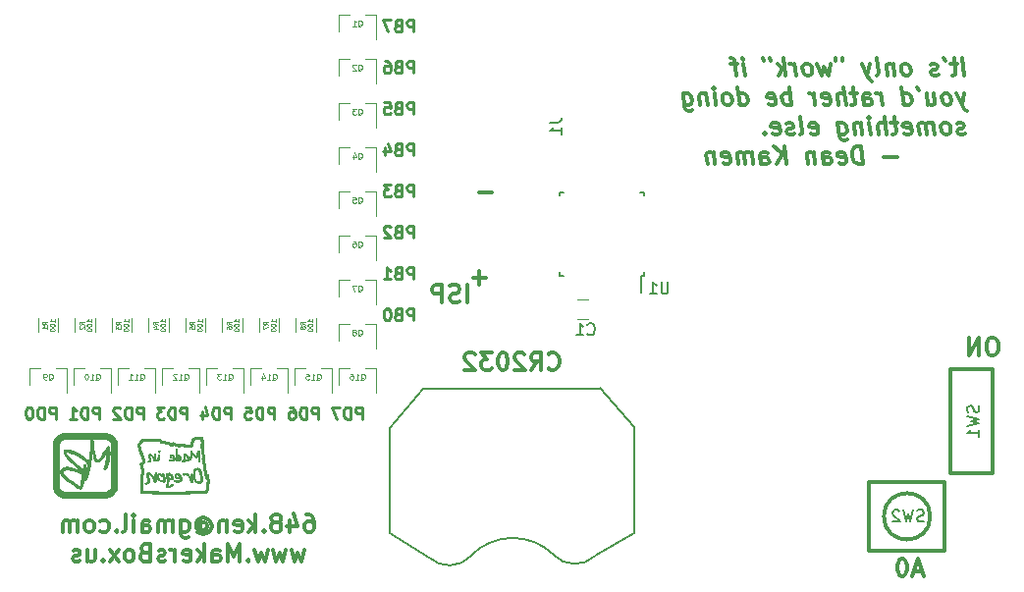
<source format=gbr>
G04 #@! TF.FileFunction,Legend,Bot*
%FSLAX46Y46*%
G04 Gerber Fmt 4.6, Leading zero omitted, Abs format (unit mm)*
G04 Created by KiCad (PCBNEW 4.0.7) date 07/30/18 20:23:26*
%MOMM*%
%LPD*%
G01*
G04 APERTURE LIST*
%ADD10C,0.100000*%
%ADD11C,0.300000*%
%ADD12C,0.254000*%
%ADD13C,0.120000*%
%ADD14C,0.304800*%
%ADD15C,0.150000*%
%ADD16C,0.002540*%
%ADD17C,0.075000*%
G04 APERTURE END LIST*
D10*
D11*
X214263928Y-79403571D02*
X214076428Y-77903571D01*
X213638928Y-78403571D02*
X213067499Y-78403571D01*
X213362142Y-77903571D02*
X213522857Y-79189286D01*
X213469286Y-79332143D01*
X213335356Y-79403571D01*
X213192499Y-79403571D01*
X212433571Y-77903571D02*
X212612143Y-78189286D01*
X212040714Y-79332143D02*
X211906785Y-79403571D01*
X211621070Y-79403571D01*
X211469285Y-79332143D01*
X211380000Y-79189286D01*
X211371071Y-79117857D01*
X211424642Y-78975000D01*
X211558570Y-78903571D01*
X211772856Y-78903571D01*
X211906785Y-78832143D01*
X211960357Y-78689286D01*
X211951428Y-78617857D01*
X211862142Y-78475000D01*
X211710356Y-78403571D01*
X211496070Y-78403571D01*
X211362142Y-78475000D01*
X209406784Y-79403571D02*
X209540714Y-79332143D01*
X209603213Y-79260714D01*
X209656785Y-79117857D01*
X209603214Y-78689286D01*
X209513928Y-78546429D01*
X209433571Y-78475000D01*
X209281784Y-78403571D01*
X209067499Y-78403571D01*
X208933571Y-78475000D01*
X208871071Y-78546429D01*
X208817499Y-78689286D01*
X208871070Y-79117857D01*
X208960356Y-79260714D01*
X209040714Y-79332143D01*
X209192499Y-79403571D01*
X209406784Y-79403571D01*
X208138927Y-78403571D02*
X208263927Y-79403571D01*
X208156785Y-78546429D02*
X208076428Y-78475000D01*
X207924641Y-78403571D01*
X207710356Y-78403571D01*
X207576428Y-78475000D01*
X207522856Y-78617857D01*
X207621070Y-79403571D01*
X206692498Y-79403571D02*
X206826428Y-79332143D01*
X206879999Y-79189286D01*
X206719284Y-77903571D01*
X206138927Y-78403571D02*
X205906784Y-79403571D01*
X205424642Y-78403571D02*
X205906784Y-79403571D01*
X206094285Y-79760714D01*
X206174642Y-79832143D01*
X206326427Y-79903571D01*
X203719285Y-77903571D02*
X203755000Y-78189286D01*
X203147856Y-77903571D02*
X203183571Y-78189286D01*
X202710356Y-78403571D02*
X202549642Y-79403571D01*
X202174643Y-78689286D01*
X201978213Y-79403571D01*
X201567499Y-78403571D01*
X200906784Y-79403571D02*
X201040714Y-79332143D01*
X201103213Y-79260714D01*
X201156785Y-79117857D01*
X201103214Y-78689286D01*
X201013928Y-78546429D01*
X200933571Y-78475000D01*
X200781784Y-78403571D01*
X200567499Y-78403571D01*
X200433571Y-78475000D01*
X200371071Y-78546429D01*
X200317499Y-78689286D01*
X200371070Y-79117857D01*
X200460356Y-79260714D01*
X200540714Y-79332143D01*
X200692499Y-79403571D01*
X200906784Y-79403571D01*
X199763927Y-79403571D02*
X199638927Y-78403571D01*
X199674642Y-78689286D02*
X199585357Y-78546429D01*
X199504999Y-78475000D01*
X199353213Y-78403571D01*
X199210356Y-78403571D01*
X198835356Y-79403571D02*
X198647856Y-77903571D01*
X198621071Y-78832143D02*
X198263928Y-79403571D01*
X198138928Y-78403571D02*
X198781785Y-78975000D01*
X197504999Y-77903571D02*
X197540714Y-78189286D01*
X196933570Y-77903571D02*
X196969285Y-78189286D01*
X195335356Y-79403571D02*
X195210356Y-78403571D01*
X195147856Y-77903571D02*
X195228214Y-77975000D01*
X195165714Y-78046429D01*
X195085357Y-77975000D01*
X195147856Y-77903571D01*
X195165714Y-78046429D01*
X194710356Y-78403571D02*
X194138927Y-78403571D01*
X194621070Y-79403571D02*
X194460356Y-78117857D01*
X194371071Y-77975000D01*
X194219284Y-77903571D01*
X194076427Y-77903571D01*
X214281785Y-80953571D02*
X214049642Y-81953571D01*
X213567500Y-80953571D02*
X214049642Y-81953571D01*
X214237143Y-82310714D01*
X214317500Y-82382143D01*
X214469285Y-82453571D01*
X212906785Y-81953571D02*
X213040715Y-81882143D01*
X213103214Y-81810714D01*
X213156786Y-81667857D01*
X213103215Y-81239286D01*
X213013929Y-81096429D01*
X212933572Y-81025000D01*
X212781785Y-80953571D01*
X212567500Y-80953571D01*
X212433572Y-81025000D01*
X212371072Y-81096429D01*
X212317500Y-81239286D01*
X212371071Y-81667857D01*
X212460357Y-81810714D01*
X212540715Y-81882143D01*
X212692500Y-81953571D01*
X212906785Y-81953571D01*
X210996071Y-80953571D02*
X211121071Y-81953571D01*
X211638928Y-80953571D02*
X211737143Y-81739286D01*
X211683572Y-81882143D01*
X211549642Y-81953571D01*
X211335357Y-81953571D01*
X211183572Y-81882143D01*
X211103214Y-81810714D01*
X210147857Y-80453571D02*
X210326429Y-80739286D01*
X209049642Y-81953571D02*
X208862142Y-80453571D01*
X209040714Y-81882143D02*
X209192499Y-81953571D01*
X209478213Y-81953571D01*
X209612143Y-81882143D01*
X209674642Y-81810714D01*
X209728214Y-81667857D01*
X209674643Y-81239286D01*
X209585357Y-81096429D01*
X209505000Y-81025000D01*
X209353213Y-80953571D01*
X209067499Y-80953571D01*
X208933571Y-81025000D01*
X207192499Y-81953571D02*
X207067499Y-80953571D01*
X207103214Y-81239286D02*
X207013929Y-81096429D01*
X206933571Y-81025000D01*
X206781785Y-80953571D01*
X206638928Y-80953571D01*
X205621071Y-81953571D02*
X205522857Y-81167857D01*
X205576429Y-81025000D01*
X205710357Y-80953571D01*
X205996071Y-80953571D01*
X206147857Y-81025000D01*
X205612143Y-81882143D02*
X205763928Y-81953571D01*
X206121071Y-81953571D01*
X206255000Y-81882143D01*
X206308572Y-81739286D01*
X206290715Y-81596429D01*
X206201428Y-81453571D01*
X206049643Y-81382143D01*
X205692500Y-81382143D01*
X205540714Y-81310714D01*
X204996071Y-80953571D02*
X204424642Y-80953571D01*
X204719285Y-80453571D02*
X204880000Y-81739286D01*
X204826429Y-81882143D01*
X204692499Y-81953571D01*
X204549642Y-81953571D01*
X204049642Y-81953571D02*
X203862142Y-80453571D01*
X203406785Y-81953571D02*
X203308571Y-81167857D01*
X203362143Y-81025000D01*
X203496071Y-80953571D01*
X203710356Y-80953571D01*
X203862143Y-81025000D01*
X203942500Y-81096429D01*
X202112143Y-81882143D02*
X202263928Y-81953571D01*
X202549642Y-81953571D01*
X202683571Y-81882143D01*
X202737143Y-81739286D01*
X202665714Y-81167857D01*
X202576428Y-81025000D01*
X202424642Y-80953571D01*
X202138928Y-80953571D01*
X202005000Y-81025000D01*
X201951428Y-81167857D01*
X201969285Y-81310714D01*
X202701428Y-81453571D01*
X201406785Y-81953571D02*
X201281785Y-80953571D01*
X201317500Y-81239286D02*
X201228215Y-81096429D01*
X201147857Y-81025000D01*
X200996071Y-80953571D01*
X200853214Y-80953571D01*
X199335357Y-81953571D02*
X199147857Y-80453571D01*
X199219286Y-81025000D02*
X199067500Y-80953571D01*
X198781786Y-80953571D01*
X198647858Y-81025000D01*
X198585358Y-81096429D01*
X198531786Y-81239286D01*
X198585357Y-81667857D01*
X198674643Y-81810714D01*
X198755001Y-81882143D01*
X198906786Y-81953571D01*
X199192500Y-81953571D01*
X199326429Y-81882143D01*
X197397858Y-81882143D02*
X197549643Y-81953571D01*
X197835357Y-81953571D01*
X197969286Y-81882143D01*
X198022858Y-81739286D01*
X197951429Y-81167857D01*
X197862143Y-81025000D01*
X197710357Y-80953571D01*
X197424643Y-80953571D01*
X197290715Y-81025000D01*
X197237143Y-81167857D01*
X197255000Y-81310714D01*
X197987143Y-81453571D01*
X194906786Y-81953571D02*
X194719286Y-80453571D01*
X194897858Y-81882143D02*
X195049643Y-81953571D01*
X195335357Y-81953571D01*
X195469287Y-81882143D01*
X195531786Y-81810714D01*
X195585358Y-81667857D01*
X195531787Y-81239286D01*
X195442501Y-81096429D01*
X195362144Y-81025000D01*
X195210357Y-80953571D01*
X194924643Y-80953571D01*
X194790715Y-81025000D01*
X193978214Y-81953571D02*
X194112144Y-81882143D01*
X194174643Y-81810714D01*
X194228215Y-81667857D01*
X194174644Y-81239286D01*
X194085358Y-81096429D01*
X194005001Y-81025000D01*
X193853214Y-80953571D01*
X193638929Y-80953571D01*
X193505001Y-81025000D01*
X193442501Y-81096429D01*
X193388929Y-81239286D01*
X193442500Y-81667857D01*
X193531786Y-81810714D01*
X193612144Y-81882143D01*
X193763929Y-81953571D01*
X193978214Y-81953571D01*
X192835357Y-81953571D02*
X192710357Y-80953571D01*
X192647857Y-80453571D02*
X192728215Y-80525000D01*
X192665715Y-80596429D01*
X192585358Y-80525000D01*
X192647857Y-80453571D01*
X192665715Y-80596429D01*
X191996071Y-80953571D02*
X192121071Y-81953571D01*
X192013929Y-81096429D02*
X191933572Y-81025000D01*
X191781785Y-80953571D01*
X191567500Y-80953571D01*
X191433572Y-81025000D01*
X191380000Y-81167857D01*
X191478214Y-81953571D01*
X189996071Y-80953571D02*
X190147857Y-82167857D01*
X190237143Y-82310714D01*
X190317500Y-82382143D01*
X190469285Y-82453571D01*
X190683571Y-82453571D01*
X190817500Y-82382143D01*
X190112143Y-81882143D02*
X190263928Y-81953571D01*
X190549642Y-81953571D01*
X190683572Y-81882143D01*
X190746071Y-81810714D01*
X190799643Y-81667857D01*
X190746072Y-81239286D01*
X190656786Y-81096429D01*
X190576429Y-81025000D01*
X190424642Y-80953571D01*
X190138928Y-80953571D01*
X190005000Y-81025000D01*
X214326429Y-84432143D02*
X214192500Y-84503571D01*
X213906785Y-84503571D01*
X213755000Y-84432143D01*
X213665715Y-84289286D01*
X213656786Y-84217857D01*
X213710357Y-84075000D01*
X213844285Y-84003571D01*
X214058571Y-84003571D01*
X214192500Y-83932143D01*
X214246072Y-83789286D01*
X214237143Y-83717857D01*
X214147857Y-83575000D01*
X213996071Y-83503571D01*
X213781785Y-83503571D01*
X213647857Y-83575000D01*
X212835356Y-84503571D02*
X212969286Y-84432143D01*
X213031785Y-84360714D01*
X213085357Y-84217857D01*
X213031786Y-83789286D01*
X212942500Y-83646429D01*
X212862143Y-83575000D01*
X212710356Y-83503571D01*
X212496071Y-83503571D01*
X212362143Y-83575000D01*
X212299643Y-83646429D01*
X212246071Y-83789286D01*
X212299642Y-84217857D01*
X212388928Y-84360714D01*
X212469286Y-84432143D01*
X212621071Y-84503571D01*
X212835356Y-84503571D01*
X211692499Y-84503571D02*
X211567499Y-83503571D01*
X211585357Y-83646429D02*
X211505000Y-83575000D01*
X211353213Y-83503571D01*
X211138928Y-83503571D01*
X211005000Y-83575000D01*
X210951428Y-83717857D01*
X211049642Y-84503571D01*
X210951428Y-83717857D02*
X210862142Y-83575000D01*
X210710356Y-83503571D01*
X210496071Y-83503571D01*
X210362142Y-83575000D01*
X210308571Y-83717857D01*
X210406785Y-84503571D01*
X209112143Y-84432143D02*
X209263928Y-84503571D01*
X209549642Y-84503571D01*
X209683571Y-84432143D01*
X209737143Y-84289286D01*
X209665714Y-83717857D01*
X209576428Y-83575000D01*
X209424642Y-83503571D01*
X209138928Y-83503571D01*
X209005000Y-83575000D01*
X208951428Y-83717857D01*
X208969285Y-83860714D01*
X209701428Y-84003571D01*
X208496071Y-83503571D02*
X207924642Y-83503571D01*
X208219285Y-83003571D02*
X208380000Y-84289286D01*
X208326429Y-84432143D01*
X208192499Y-84503571D01*
X208049642Y-84503571D01*
X207549642Y-84503571D02*
X207362142Y-83003571D01*
X206906785Y-84503571D02*
X206808571Y-83717857D01*
X206862143Y-83575000D01*
X206996071Y-83503571D01*
X207210356Y-83503571D01*
X207362143Y-83575000D01*
X207442500Y-83646429D01*
X206192499Y-84503571D02*
X206067499Y-83503571D01*
X206004999Y-83003571D02*
X206085357Y-83075000D01*
X206022857Y-83146429D01*
X205942500Y-83075000D01*
X206004999Y-83003571D01*
X206022857Y-83146429D01*
X205353213Y-83503571D02*
X205478213Y-84503571D01*
X205371071Y-83646429D02*
X205290714Y-83575000D01*
X205138927Y-83503571D01*
X204924642Y-83503571D01*
X204790714Y-83575000D01*
X204737142Y-83717857D01*
X204835356Y-84503571D01*
X203353213Y-83503571D02*
X203504999Y-84717857D01*
X203594285Y-84860714D01*
X203674642Y-84932143D01*
X203826427Y-85003571D01*
X204040713Y-85003571D01*
X204174642Y-84932143D01*
X203469285Y-84432143D02*
X203621070Y-84503571D01*
X203906784Y-84503571D01*
X204040714Y-84432143D01*
X204103213Y-84360714D01*
X204156785Y-84217857D01*
X204103214Y-83789286D01*
X204013928Y-83646429D01*
X203933571Y-83575000D01*
X203781784Y-83503571D01*
X203496070Y-83503571D01*
X203362142Y-83575000D01*
X201040714Y-84432143D02*
X201192499Y-84503571D01*
X201478213Y-84503571D01*
X201612142Y-84432143D01*
X201665714Y-84289286D01*
X201594285Y-83717857D01*
X201504999Y-83575000D01*
X201353213Y-83503571D01*
X201067499Y-83503571D01*
X200933571Y-83575000D01*
X200879999Y-83717857D01*
X200897856Y-83860714D01*
X201629999Y-84003571D01*
X200121070Y-84503571D02*
X200255000Y-84432143D01*
X200308571Y-84289286D01*
X200147856Y-83003571D01*
X199612143Y-84432143D02*
X199478214Y-84503571D01*
X199192499Y-84503571D01*
X199040714Y-84432143D01*
X198951429Y-84289286D01*
X198942500Y-84217857D01*
X198996071Y-84075000D01*
X199129999Y-84003571D01*
X199344285Y-84003571D01*
X199478214Y-83932143D01*
X199531786Y-83789286D01*
X199522857Y-83717857D01*
X199433571Y-83575000D01*
X199281785Y-83503571D01*
X199067499Y-83503571D01*
X198933571Y-83575000D01*
X197755000Y-84432143D02*
X197906785Y-84503571D01*
X198192499Y-84503571D01*
X198326428Y-84432143D01*
X198380000Y-84289286D01*
X198308571Y-83717857D01*
X198219285Y-83575000D01*
X198067499Y-83503571D01*
X197781785Y-83503571D01*
X197647857Y-83575000D01*
X197594285Y-83717857D01*
X197612142Y-83860714D01*
X198344285Y-84003571D01*
X197031785Y-84360714D02*
X196969286Y-84432143D01*
X197049642Y-84503571D01*
X197112143Y-84432143D01*
X197031785Y-84360714D01*
X197049642Y-84503571D01*
X208478215Y-86482143D02*
X207335358Y-86482143D01*
X205549643Y-87053571D02*
X205362143Y-85553571D01*
X205005000Y-85553571D01*
X204799644Y-85625000D01*
X204674643Y-85767857D01*
X204621072Y-85910714D01*
X204585358Y-86196429D01*
X204612143Y-86410714D01*
X204719287Y-86696429D01*
X204808572Y-86839286D01*
X204969287Y-86982143D01*
X205192500Y-87053571D01*
X205549643Y-87053571D01*
X203469287Y-86982143D02*
X203621072Y-87053571D01*
X203906786Y-87053571D01*
X204040715Y-86982143D01*
X204094287Y-86839286D01*
X204022858Y-86267857D01*
X203933572Y-86125000D01*
X203781786Y-86053571D01*
X203496072Y-86053571D01*
X203362144Y-86125000D01*
X203308572Y-86267857D01*
X203326429Y-86410714D01*
X204058572Y-86553571D01*
X202121072Y-87053571D02*
X202022858Y-86267857D01*
X202076430Y-86125000D01*
X202210358Y-86053571D01*
X202496072Y-86053571D01*
X202647858Y-86125000D01*
X202112144Y-86982143D02*
X202263929Y-87053571D01*
X202621072Y-87053571D01*
X202755001Y-86982143D01*
X202808573Y-86839286D01*
X202790716Y-86696429D01*
X202701429Y-86553571D01*
X202549644Y-86482143D01*
X202192501Y-86482143D01*
X202040715Y-86410714D01*
X201281786Y-86053571D02*
X201406786Y-87053571D01*
X201299644Y-86196429D02*
X201219287Y-86125000D01*
X201067500Y-86053571D01*
X200853215Y-86053571D01*
X200719287Y-86125000D01*
X200665715Y-86267857D01*
X200763929Y-87053571D01*
X198906786Y-87053571D02*
X198719286Y-85553571D01*
X198049643Y-87053571D02*
X198585358Y-86196429D01*
X197862143Y-85553571D02*
X198826429Y-86410714D01*
X196763929Y-87053571D02*
X196665715Y-86267857D01*
X196719287Y-86125000D01*
X196853215Y-86053571D01*
X197138929Y-86053571D01*
X197290715Y-86125000D01*
X196755001Y-86982143D02*
X196906786Y-87053571D01*
X197263929Y-87053571D01*
X197397858Y-86982143D01*
X197451430Y-86839286D01*
X197433573Y-86696429D01*
X197344286Y-86553571D01*
X197192501Y-86482143D01*
X196835358Y-86482143D01*
X196683572Y-86410714D01*
X196049643Y-87053571D02*
X195924643Y-86053571D01*
X195942501Y-86196429D02*
X195862144Y-86125000D01*
X195710357Y-86053571D01*
X195496072Y-86053571D01*
X195362144Y-86125000D01*
X195308572Y-86267857D01*
X195406786Y-87053571D01*
X195308572Y-86267857D02*
X195219286Y-86125000D01*
X195067500Y-86053571D01*
X194853215Y-86053571D01*
X194719286Y-86125000D01*
X194665715Y-86267857D01*
X194763929Y-87053571D01*
X193469287Y-86982143D02*
X193621072Y-87053571D01*
X193906786Y-87053571D01*
X194040715Y-86982143D01*
X194094287Y-86839286D01*
X194022858Y-86267857D01*
X193933572Y-86125000D01*
X193781786Y-86053571D01*
X193496072Y-86053571D01*
X193362144Y-86125000D01*
X193308572Y-86267857D01*
X193326429Y-86410714D01*
X194058572Y-86553571D01*
X192638929Y-86053571D02*
X192763929Y-87053571D01*
X192656787Y-86196429D02*
X192576430Y-86125000D01*
X192424643Y-86053571D01*
X192210358Y-86053571D01*
X192076430Y-86125000D01*
X192022858Y-86267857D01*
X192121072Y-87053571D01*
X178402856Y-104675714D02*
X178474285Y-104747143D01*
X178688571Y-104818571D01*
X178831428Y-104818571D01*
X179045713Y-104747143D01*
X179188571Y-104604286D01*
X179259999Y-104461429D01*
X179331428Y-104175714D01*
X179331428Y-103961429D01*
X179259999Y-103675714D01*
X179188571Y-103532857D01*
X179045713Y-103390000D01*
X178831428Y-103318571D01*
X178688571Y-103318571D01*
X178474285Y-103390000D01*
X178402856Y-103461429D01*
X176902856Y-104818571D02*
X177402856Y-104104286D01*
X177759999Y-104818571D02*
X177759999Y-103318571D01*
X177188571Y-103318571D01*
X177045713Y-103390000D01*
X176974285Y-103461429D01*
X176902856Y-103604286D01*
X176902856Y-103818571D01*
X176974285Y-103961429D01*
X177045713Y-104032857D01*
X177188571Y-104104286D01*
X177759999Y-104104286D01*
X176331428Y-103461429D02*
X176259999Y-103390000D01*
X176117142Y-103318571D01*
X175759999Y-103318571D01*
X175617142Y-103390000D01*
X175545713Y-103461429D01*
X175474285Y-103604286D01*
X175474285Y-103747143D01*
X175545713Y-103961429D01*
X176402856Y-104818571D01*
X175474285Y-104818571D01*
X174545714Y-103318571D02*
X174402857Y-103318571D01*
X174260000Y-103390000D01*
X174188571Y-103461429D01*
X174117142Y-103604286D01*
X174045714Y-103890000D01*
X174045714Y-104247143D01*
X174117142Y-104532857D01*
X174188571Y-104675714D01*
X174260000Y-104747143D01*
X174402857Y-104818571D01*
X174545714Y-104818571D01*
X174688571Y-104747143D01*
X174760000Y-104675714D01*
X174831428Y-104532857D01*
X174902857Y-104247143D01*
X174902857Y-103890000D01*
X174831428Y-103604286D01*
X174760000Y-103461429D01*
X174688571Y-103390000D01*
X174545714Y-103318571D01*
X173545714Y-103318571D02*
X172617143Y-103318571D01*
X173117143Y-103890000D01*
X172902857Y-103890000D01*
X172760000Y-103961429D01*
X172688571Y-104032857D01*
X172617143Y-104175714D01*
X172617143Y-104532857D01*
X172688571Y-104675714D01*
X172760000Y-104747143D01*
X172902857Y-104818571D01*
X173331429Y-104818571D01*
X173474286Y-104747143D01*
X173545714Y-104675714D01*
X172045715Y-103461429D02*
X171974286Y-103390000D01*
X171831429Y-103318571D01*
X171474286Y-103318571D01*
X171331429Y-103390000D01*
X171260000Y-103461429D01*
X171188572Y-103604286D01*
X171188572Y-103747143D01*
X171260000Y-103961429D01*
X172117143Y-104818571D01*
X171188572Y-104818571D01*
X210621428Y-122170000D02*
X209907142Y-122170000D01*
X210764285Y-122598571D02*
X210264285Y-121098571D01*
X209764285Y-122598571D01*
X208978571Y-121098571D02*
X208835714Y-121098571D01*
X208692857Y-121170000D01*
X208621428Y-121241429D01*
X208549999Y-121384286D01*
X208478571Y-121670000D01*
X208478571Y-122027143D01*
X208549999Y-122312857D01*
X208621428Y-122455714D01*
X208692857Y-122527143D01*
X208835714Y-122598571D01*
X208978571Y-122598571D01*
X209121428Y-122527143D01*
X209192857Y-122455714D01*
X209264285Y-122312857D01*
X209335714Y-122027143D01*
X209335714Y-121670000D01*
X209264285Y-121384286D01*
X209192857Y-121241429D01*
X209121428Y-121170000D01*
X208978571Y-121098571D01*
X216828572Y-102048571D02*
X216542858Y-102048571D01*
X216400000Y-102120000D01*
X216257143Y-102262857D01*
X216185715Y-102548571D01*
X216185715Y-103048571D01*
X216257143Y-103334286D01*
X216400000Y-103477143D01*
X216542858Y-103548571D01*
X216828572Y-103548571D01*
X216971429Y-103477143D01*
X217114286Y-103334286D01*
X217185715Y-103048571D01*
X217185715Y-102548571D01*
X217114286Y-102262857D01*
X216971429Y-102120000D01*
X216828572Y-102048571D01*
X215542857Y-103548571D02*
X215542857Y-102048571D01*
X214685714Y-103548571D01*
X214685714Y-102048571D01*
X171390285Y-98976571D02*
X171390285Y-97476571D01*
X170747428Y-98905143D02*
X170533142Y-98976571D01*
X170175999Y-98976571D01*
X170033142Y-98905143D01*
X169961713Y-98833714D01*
X169890285Y-98690857D01*
X169890285Y-98548000D01*
X169961713Y-98405143D01*
X170033142Y-98333714D01*
X170175999Y-98262286D01*
X170461713Y-98190857D01*
X170604571Y-98119429D01*
X170675999Y-98048000D01*
X170747428Y-97905143D01*
X170747428Y-97762286D01*
X170675999Y-97619429D01*
X170604571Y-97548000D01*
X170461713Y-97476571D01*
X170104571Y-97476571D01*
X169890285Y-97548000D01*
X169247428Y-98976571D02*
X169247428Y-97476571D01*
X168676000Y-97476571D01*
X168533142Y-97548000D01*
X168461714Y-97619429D01*
X168390285Y-97762286D01*
X168390285Y-97976571D01*
X168461714Y-98119429D01*
X168533142Y-98190857D01*
X168676000Y-98262286D01*
X169247428Y-98262286D01*
X173545428Y-89515143D02*
X172402571Y-89515143D01*
X173037428Y-96881143D02*
X171894571Y-96881143D01*
X172466000Y-97452571D02*
X172466000Y-96309714D01*
D12*
X162318095Y-109044619D02*
X162318095Y-108028619D01*
X161931048Y-108028619D01*
X161834286Y-108077000D01*
X161785905Y-108125381D01*
X161737524Y-108222143D01*
X161737524Y-108367286D01*
X161785905Y-108464048D01*
X161834286Y-108512429D01*
X161931048Y-108560810D01*
X162318095Y-108560810D01*
X161302095Y-109044619D02*
X161302095Y-108028619D01*
X161060190Y-108028619D01*
X160915048Y-108077000D01*
X160818286Y-108173762D01*
X160769905Y-108270524D01*
X160721524Y-108464048D01*
X160721524Y-108609190D01*
X160769905Y-108802714D01*
X160818286Y-108899476D01*
X160915048Y-108996238D01*
X161060190Y-109044619D01*
X161302095Y-109044619D01*
X160382857Y-108028619D02*
X159705524Y-108028619D01*
X160140952Y-109044619D01*
X158544381Y-109044619D02*
X158544381Y-108028619D01*
X158157334Y-108028619D01*
X158060572Y-108077000D01*
X158012191Y-108125381D01*
X157963810Y-108222143D01*
X157963810Y-108367286D01*
X158012191Y-108464048D01*
X158060572Y-108512429D01*
X158157334Y-108560810D01*
X158544381Y-108560810D01*
X157528381Y-109044619D02*
X157528381Y-108028619D01*
X157286476Y-108028619D01*
X157141334Y-108077000D01*
X157044572Y-108173762D01*
X156996191Y-108270524D01*
X156947810Y-108464048D01*
X156947810Y-108609190D01*
X156996191Y-108802714D01*
X157044572Y-108899476D01*
X157141334Y-108996238D01*
X157286476Y-109044619D01*
X157528381Y-109044619D01*
X156076953Y-108028619D02*
X156270476Y-108028619D01*
X156367238Y-108077000D01*
X156415619Y-108125381D01*
X156512381Y-108270524D01*
X156560762Y-108464048D01*
X156560762Y-108851095D01*
X156512381Y-108947857D01*
X156464000Y-108996238D01*
X156367238Y-109044619D01*
X156173715Y-109044619D01*
X156076953Y-108996238D01*
X156028572Y-108947857D01*
X155980191Y-108851095D01*
X155980191Y-108609190D01*
X156028572Y-108512429D01*
X156076953Y-108464048D01*
X156173715Y-108415667D01*
X156367238Y-108415667D01*
X156464000Y-108464048D01*
X156512381Y-108512429D01*
X156560762Y-108609190D01*
X154770667Y-109044619D02*
X154770667Y-108028619D01*
X154383620Y-108028619D01*
X154286858Y-108077000D01*
X154238477Y-108125381D01*
X154190096Y-108222143D01*
X154190096Y-108367286D01*
X154238477Y-108464048D01*
X154286858Y-108512429D01*
X154383620Y-108560810D01*
X154770667Y-108560810D01*
X153754667Y-109044619D02*
X153754667Y-108028619D01*
X153512762Y-108028619D01*
X153367620Y-108077000D01*
X153270858Y-108173762D01*
X153222477Y-108270524D01*
X153174096Y-108464048D01*
X153174096Y-108609190D01*
X153222477Y-108802714D01*
X153270858Y-108899476D01*
X153367620Y-108996238D01*
X153512762Y-109044619D01*
X153754667Y-109044619D01*
X152254858Y-108028619D02*
X152738667Y-108028619D01*
X152787048Y-108512429D01*
X152738667Y-108464048D01*
X152641905Y-108415667D01*
X152400001Y-108415667D01*
X152303239Y-108464048D01*
X152254858Y-108512429D01*
X152206477Y-108609190D01*
X152206477Y-108851095D01*
X152254858Y-108947857D01*
X152303239Y-108996238D01*
X152400001Y-109044619D01*
X152641905Y-109044619D01*
X152738667Y-108996238D01*
X152787048Y-108947857D01*
X150996953Y-109044619D02*
X150996953Y-108028619D01*
X150609906Y-108028619D01*
X150513144Y-108077000D01*
X150464763Y-108125381D01*
X150416382Y-108222143D01*
X150416382Y-108367286D01*
X150464763Y-108464048D01*
X150513144Y-108512429D01*
X150609906Y-108560810D01*
X150996953Y-108560810D01*
X149980953Y-109044619D02*
X149980953Y-108028619D01*
X149739048Y-108028619D01*
X149593906Y-108077000D01*
X149497144Y-108173762D01*
X149448763Y-108270524D01*
X149400382Y-108464048D01*
X149400382Y-108609190D01*
X149448763Y-108802714D01*
X149497144Y-108899476D01*
X149593906Y-108996238D01*
X149739048Y-109044619D01*
X149980953Y-109044619D01*
X148529525Y-108367286D02*
X148529525Y-109044619D01*
X148771429Y-107980238D02*
X149013334Y-108705952D01*
X148384382Y-108705952D01*
X147223239Y-109044619D02*
X147223239Y-108028619D01*
X146836192Y-108028619D01*
X146739430Y-108077000D01*
X146691049Y-108125381D01*
X146642668Y-108222143D01*
X146642668Y-108367286D01*
X146691049Y-108464048D01*
X146739430Y-108512429D01*
X146836192Y-108560810D01*
X147223239Y-108560810D01*
X146207239Y-109044619D02*
X146207239Y-108028619D01*
X145965334Y-108028619D01*
X145820192Y-108077000D01*
X145723430Y-108173762D01*
X145675049Y-108270524D01*
X145626668Y-108464048D01*
X145626668Y-108609190D01*
X145675049Y-108802714D01*
X145723430Y-108899476D01*
X145820192Y-108996238D01*
X145965334Y-109044619D01*
X146207239Y-109044619D01*
X145288001Y-108028619D02*
X144659049Y-108028619D01*
X144997715Y-108415667D01*
X144852573Y-108415667D01*
X144755811Y-108464048D01*
X144707430Y-108512429D01*
X144659049Y-108609190D01*
X144659049Y-108851095D01*
X144707430Y-108947857D01*
X144755811Y-108996238D01*
X144852573Y-109044619D01*
X145142858Y-109044619D01*
X145239620Y-108996238D01*
X145288001Y-108947857D01*
X143449525Y-109044619D02*
X143449525Y-108028619D01*
X143062478Y-108028619D01*
X142965716Y-108077000D01*
X142917335Y-108125381D01*
X142868954Y-108222143D01*
X142868954Y-108367286D01*
X142917335Y-108464048D01*
X142965716Y-108512429D01*
X143062478Y-108560810D01*
X143449525Y-108560810D01*
X142433525Y-109044619D02*
X142433525Y-108028619D01*
X142191620Y-108028619D01*
X142046478Y-108077000D01*
X141949716Y-108173762D01*
X141901335Y-108270524D01*
X141852954Y-108464048D01*
X141852954Y-108609190D01*
X141901335Y-108802714D01*
X141949716Y-108899476D01*
X142046478Y-108996238D01*
X142191620Y-109044619D01*
X142433525Y-109044619D01*
X141465906Y-108125381D02*
X141417525Y-108077000D01*
X141320763Y-108028619D01*
X141078859Y-108028619D01*
X140982097Y-108077000D01*
X140933716Y-108125381D01*
X140885335Y-108222143D01*
X140885335Y-108318905D01*
X140933716Y-108464048D01*
X141514287Y-109044619D01*
X140885335Y-109044619D01*
X139675811Y-109044619D02*
X139675811Y-108028619D01*
X139288764Y-108028619D01*
X139192002Y-108077000D01*
X139143621Y-108125381D01*
X139095240Y-108222143D01*
X139095240Y-108367286D01*
X139143621Y-108464048D01*
X139192002Y-108512429D01*
X139288764Y-108560810D01*
X139675811Y-108560810D01*
X138659811Y-109044619D02*
X138659811Y-108028619D01*
X138417906Y-108028619D01*
X138272764Y-108077000D01*
X138176002Y-108173762D01*
X138127621Y-108270524D01*
X138079240Y-108464048D01*
X138079240Y-108609190D01*
X138127621Y-108802714D01*
X138176002Y-108899476D01*
X138272764Y-108996238D01*
X138417906Y-109044619D01*
X138659811Y-109044619D01*
X137111621Y-109044619D02*
X137692192Y-109044619D01*
X137401906Y-109044619D02*
X137401906Y-108028619D01*
X137498668Y-108173762D01*
X137595430Y-108270524D01*
X137692192Y-108318905D01*
X135902097Y-109044619D02*
X135902097Y-108028619D01*
X135515050Y-108028619D01*
X135418288Y-108077000D01*
X135369907Y-108125381D01*
X135321526Y-108222143D01*
X135321526Y-108367286D01*
X135369907Y-108464048D01*
X135418288Y-108512429D01*
X135515050Y-108560810D01*
X135902097Y-108560810D01*
X134886097Y-109044619D02*
X134886097Y-108028619D01*
X134644192Y-108028619D01*
X134499050Y-108077000D01*
X134402288Y-108173762D01*
X134353907Y-108270524D01*
X134305526Y-108464048D01*
X134305526Y-108609190D01*
X134353907Y-108802714D01*
X134402288Y-108899476D01*
X134499050Y-108996238D01*
X134644192Y-109044619D01*
X134886097Y-109044619D01*
X133676573Y-108028619D02*
X133579812Y-108028619D01*
X133483050Y-108077000D01*
X133434669Y-108125381D01*
X133386288Y-108222143D01*
X133337907Y-108415667D01*
X133337907Y-108657571D01*
X133386288Y-108851095D01*
X133434669Y-108947857D01*
X133483050Y-108996238D01*
X133579812Y-109044619D01*
X133676573Y-109044619D01*
X133773335Y-108996238D01*
X133821716Y-108947857D01*
X133870097Y-108851095D01*
X133918478Y-108657571D01*
X133918478Y-108415667D01*
X133870097Y-108222143D01*
X133821716Y-108125381D01*
X133773335Y-108077000D01*
X133676573Y-108028619D01*
X166763095Y-75643619D02*
X166763095Y-74627619D01*
X166376048Y-74627619D01*
X166279286Y-74676000D01*
X166230905Y-74724381D01*
X166182524Y-74821143D01*
X166182524Y-74966286D01*
X166230905Y-75063048D01*
X166279286Y-75111429D01*
X166376048Y-75159810D01*
X166763095Y-75159810D01*
X165408429Y-75111429D02*
X165263286Y-75159810D01*
X165214905Y-75208190D01*
X165166524Y-75304952D01*
X165166524Y-75450095D01*
X165214905Y-75546857D01*
X165263286Y-75595238D01*
X165360048Y-75643619D01*
X165747095Y-75643619D01*
X165747095Y-74627619D01*
X165408429Y-74627619D01*
X165311667Y-74676000D01*
X165263286Y-74724381D01*
X165214905Y-74821143D01*
X165214905Y-74917905D01*
X165263286Y-75014667D01*
X165311667Y-75063048D01*
X165408429Y-75111429D01*
X165747095Y-75111429D01*
X164827857Y-74627619D02*
X164150524Y-74627619D01*
X164585952Y-75643619D01*
X166763095Y-79199619D02*
X166763095Y-78183619D01*
X166376048Y-78183619D01*
X166279286Y-78232000D01*
X166230905Y-78280381D01*
X166182524Y-78377143D01*
X166182524Y-78522286D01*
X166230905Y-78619048D01*
X166279286Y-78667429D01*
X166376048Y-78715810D01*
X166763095Y-78715810D01*
X165408429Y-78667429D02*
X165263286Y-78715810D01*
X165214905Y-78764190D01*
X165166524Y-78860952D01*
X165166524Y-79006095D01*
X165214905Y-79102857D01*
X165263286Y-79151238D01*
X165360048Y-79199619D01*
X165747095Y-79199619D01*
X165747095Y-78183619D01*
X165408429Y-78183619D01*
X165311667Y-78232000D01*
X165263286Y-78280381D01*
X165214905Y-78377143D01*
X165214905Y-78473905D01*
X165263286Y-78570667D01*
X165311667Y-78619048D01*
X165408429Y-78667429D01*
X165747095Y-78667429D01*
X164295667Y-78183619D02*
X164489190Y-78183619D01*
X164585952Y-78232000D01*
X164634333Y-78280381D01*
X164731095Y-78425524D01*
X164779476Y-78619048D01*
X164779476Y-79006095D01*
X164731095Y-79102857D01*
X164682714Y-79151238D01*
X164585952Y-79199619D01*
X164392429Y-79199619D01*
X164295667Y-79151238D01*
X164247286Y-79102857D01*
X164198905Y-79006095D01*
X164198905Y-78764190D01*
X164247286Y-78667429D01*
X164295667Y-78619048D01*
X164392429Y-78570667D01*
X164585952Y-78570667D01*
X164682714Y-78619048D01*
X164731095Y-78667429D01*
X164779476Y-78764190D01*
X166763095Y-82755619D02*
X166763095Y-81739619D01*
X166376048Y-81739619D01*
X166279286Y-81788000D01*
X166230905Y-81836381D01*
X166182524Y-81933143D01*
X166182524Y-82078286D01*
X166230905Y-82175048D01*
X166279286Y-82223429D01*
X166376048Y-82271810D01*
X166763095Y-82271810D01*
X165408429Y-82223429D02*
X165263286Y-82271810D01*
X165214905Y-82320190D01*
X165166524Y-82416952D01*
X165166524Y-82562095D01*
X165214905Y-82658857D01*
X165263286Y-82707238D01*
X165360048Y-82755619D01*
X165747095Y-82755619D01*
X165747095Y-81739619D01*
X165408429Y-81739619D01*
X165311667Y-81788000D01*
X165263286Y-81836381D01*
X165214905Y-81933143D01*
X165214905Y-82029905D01*
X165263286Y-82126667D01*
X165311667Y-82175048D01*
X165408429Y-82223429D01*
X165747095Y-82223429D01*
X164247286Y-81739619D02*
X164731095Y-81739619D01*
X164779476Y-82223429D01*
X164731095Y-82175048D01*
X164634333Y-82126667D01*
X164392429Y-82126667D01*
X164295667Y-82175048D01*
X164247286Y-82223429D01*
X164198905Y-82320190D01*
X164198905Y-82562095D01*
X164247286Y-82658857D01*
X164295667Y-82707238D01*
X164392429Y-82755619D01*
X164634333Y-82755619D01*
X164731095Y-82707238D01*
X164779476Y-82658857D01*
X166763095Y-86311619D02*
X166763095Y-85295619D01*
X166376048Y-85295619D01*
X166279286Y-85344000D01*
X166230905Y-85392381D01*
X166182524Y-85489143D01*
X166182524Y-85634286D01*
X166230905Y-85731048D01*
X166279286Y-85779429D01*
X166376048Y-85827810D01*
X166763095Y-85827810D01*
X165408429Y-85779429D02*
X165263286Y-85827810D01*
X165214905Y-85876190D01*
X165166524Y-85972952D01*
X165166524Y-86118095D01*
X165214905Y-86214857D01*
X165263286Y-86263238D01*
X165360048Y-86311619D01*
X165747095Y-86311619D01*
X165747095Y-85295619D01*
X165408429Y-85295619D01*
X165311667Y-85344000D01*
X165263286Y-85392381D01*
X165214905Y-85489143D01*
X165214905Y-85585905D01*
X165263286Y-85682667D01*
X165311667Y-85731048D01*
X165408429Y-85779429D01*
X165747095Y-85779429D01*
X164295667Y-85634286D02*
X164295667Y-86311619D01*
X164537571Y-85247238D02*
X164779476Y-85972952D01*
X164150524Y-85972952D01*
X166763095Y-89867619D02*
X166763095Y-88851619D01*
X166376048Y-88851619D01*
X166279286Y-88900000D01*
X166230905Y-88948381D01*
X166182524Y-89045143D01*
X166182524Y-89190286D01*
X166230905Y-89287048D01*
X166279286Y-89335429D01*
X166376048Y-89383810D01*
X166763095Y-89383810D01*
X165408429Y-89335429D02*
X165263286Y-89383810D01*
X165214905Y-89432190D01*
X165166524Y-89528952D01*
X165166524Y-89674095D01*
X165214905Y-89770857D01*
X165263286Y-89819238D01*
X165360048Y-89867619D01*
X165747095Y-89867619D01*
X165747095Y-88851619D01*
X165408429Y-88851619D01*
X165311667Y-88900000D01*
X165263286Y-88948381D01*
X165214905Y-89045143D01*
X165214905Y-89141905D01*
X165263286Y-89238667D01*
X165311667Y-89287048D01*
X165408429Y-89335429D01*
X165747095Y-89335429D01*
X164827857Y-88851619D02*
X164198905Y-88851619D01*
X164537571Y-89238667D01*
X164392429Y-89238667D01*
X164295667Y-89287048D01*
X164247286Y-89335429D01*
X164198905Y-89432190D01*
X164198905Y-89674095D01*
X164247286Y-89770857D01*
X164295667Y-89819238D01*
X164392429Y-89867619D01*
X164682714Y-89867619D01*
X164779476Y-89819238D01*
X164827857Y-89770857D01*
X166763095Y-93423619D02*
X166763095Y-92407619D01*
X166376048Y-92407619D01*
X166279286Y-92456000D01*
X166230905Y-92504381D01*
X166182524Y-92601143D01*
X166182524Y-92746286D01*
X166230905Y-92843048D01*
X166279286Y-92891429D01*
X166376048Y-92939810D01*
X166763095Y-92939810D01*
X165408429Y-92891429D02*
X165263286Y-92939810D01*
X165214905Y-92988190D01*
X165166524Y-93084952D01*
X165166524Y-93230095D01*
X165214905Y-93326857D01*
X165263286Y-93375238D01*
X165360048Y-93423619D01*
X165747095Y-93423619D01*
X165747095Y-92407619D01*
X165408429Y-92407619D01*
X165311667Y-92456000D01*
X165263286Y-92504381D01*
X165214905Y-92601143D01*
X165214905Y-92697905D01*
X165263286Y-92794667D01*
X165311667Y-92843048D01*
X165408429Y-92891429D01*
X165747095Y-92891429D01*
X164779476Y-92504381D02*
X164731095Y-92456000D01*
X164634333Y-92407619D01*
X164392429Y-92407619D01*
X164295667Y-92456000D01*
X164247286Y-92504381D01*
X164198905Y-92601143D01*
X164198905Y-92697905D01*
X164247286Y-92843048D01*
X164827857Y-93423619D01*
X164198905Y-93423619D01*
X166763095Y-96979619D02*
X166763095Y-95963619D01*
X166376048Y-95963619D01*
X166279286Y-96012000D01*
X166230905Y-96060381D01*
X166182524Y-96157143D01*
X166182524Y-96302286D01*
X166230905Y-96399048D01*
X166279286Y-96447429D01*
X166376048Y-96495810D01*
X166763095Y-96495810D01*
X165408429Y-96447429D02*
X165263286Y-96495810D01*
X165214905Y-96544190D01*
X165166524Y-96640952D01*
X165166524Y-96786095D01*
X165214905Y-96882857D01*
X165263286Y-96931238D01*
X165360048Y-96979619D01*
X165747095Y-96979619D01*
X165747095Y-95963619D01*
X165408429Y-95963619D01*
X165311667Y-96012000D01*
X165263286Y-96060381D01*
X165214905Y-96157143D01*
X165214905Y-96253905D01*
X165263286Y-96350667D01*
X165311667Y-96399048D01*
X165408429Y-96447429D01*
X165747095Y-96447429D01*
X164198905Y-96979619D02*
X164779476Y-96979619D01*
X164489190Y-96979619D02*
X164489190Y-95963619D01*
X164585952Y-96108762D01*
X164682714Y-96205524D01*
X164779476Y-96253905D01*
X166763095Y-100535619D02*
X166763095Y-99519619D01*
X166376048Y-99519619D01*
X166279286Y-99568000D01*
X166230905Y-99616381D01*
X166182524Y-99713143D01*
X166182524Y-99858286D01*
X166230905Y-99955048D01*
X166279286Y-100003429D01*
X166376048Y-100051810D01*
X166763095Y-100051810D01*
X165408429Y-100003429D02*
X165263286Y-100051810D01*
X165214905Y-100100190D01*
X165166524Y-100196952D01*
X165166524Y-100342095D01*
X165214905Y-100438857D01*
X165263286Y-100487238D01*
X165360048Y-100535619D01*
X165747095Y-100535619D01*
X165747095Y-99519619D01*
X165408429Y-99519619D01*
X165311667Y-99568000D01*
X165263286Y-99616381D01*
X165214905Y-99713143D01*
X165214905Y-99809905D01*
X165263286Y-99906667D01*
X165311667Y-99955048D01*
X165408429Y-100003429D01*
X165747095Y-100003429D01*
X164537571Y-99519619D02*
X164440810Y-99519619D01*
X164344048Y-99568000D01*
X164295667Y-99616381D01*
X164247286Y-99713143D01*
X164198905Y-99906667D01*
X164198905Y-100148571D01*
X164247286Y-100342095D01*
X164295667Y-100438857D01*
X164344048Y-100487238D01*
X164440810Y-100535619D01*
X164537571Y-100535619D01*
X164634333Y-100487238D01*
X164682714Y-100438857D01*
X164731095Y-100342095D01*
X164779476Y-100148571D01*
X164779476Y-99906667D01*
X164731095Y-99713143D01*
X164682714Y-99616381D01*
X164634333Y-99568000D01*
X164537571Y-99519619D01*
D11*
X157498571Y-117283571D02*
X157784285Y-117283571D01*
X157927142Y-117355000D01*
X157998571Y-117426429D01*
X158141428Y-117640714D01*
X158212857Y-117926429D01*
X158212857Y-118497857D01*
X158141428Y-118640714D01*
X158070000Y-118712143D01*
X157927142Y-118783571D01*
X157641428Y-118783571D01*
X157498571Y-118712143D01*
X157427142Y-118640714D01*
X157355714Y-118497857D01*
X157355714Y-118140714D01*
X157427142Y-117997857D01*
X157498571Y-117926429D01*
X157641428Y-117855000D01*
X157927142Y-117855000D01*
X158070000Y-117926429D01*
X158141428Y-117997857D01*
X158212857Y-118140714D01*
X156070000Y-117783571D02*
X156070000Y-118783571D01*
X156427143Y-117212143D02*
X156784286Y-118283571D01*
X155855714Y-118283571D01*
X155070000Y-117926429D02*
X155212858Y-117855000D01*
X155284286Y-117783571D01*
X155355715Y-117640714D01*
X155355715Y-117569286D01*
X155284286Y-117426429D01*
X155212858Y-117355000D01*
X155070000Y-117283571D01*
X154784286Y-117283571D01*
X154641429Y-117355000D01*
X154570000Y-117426429D01*
X154498572Y-117569286D01*
X154498572Y-117640714D01*
X154570000Y-117783571D01*
X154641429Y-117855000D01*
X154784286Y-117926429D01*
X155070000Y-117926429D01*
X155212858Y-117997857D01*
X155284286Y-118069286D01*
X155355715Y-118212143D01*
X155355715Y-118497857D01*
X155284286Y-118640714D01*
X155212858Y-118712143D01*
X155070000Y-118783571D01*
X154784286Y-118783571D01*
X154641429Y-118712143D01*
X154570000Y-118640714D01*
X154498572Y-118497857D01*
X154498572Y-118212143D01*
X154570000Y-118069286D01*
X154641429Y-117997857D01*
X154784286Y-117926429D01*
X153855715Y-118640714D02*
X153784287Y-118712143D01*
X153855715Y-118783571D01*
X153927144Y-118712143D01*
X153855715Y-118640714D01*
X153855715Y-118783571D01*
X153141429Y-118783571D02*
X153141429Y-117283571D01*
X152998572Y-118212143D02*
X152570001Y-118783571D01*
X152570001Y-117783571D02*
X153141429Y-118355000D01*
X151355715Y-118712143D02*
X151498572Y-118783571D01*
X151784286Y-118783571D01*
X151927143Y-118712143D01*
X151998572Y-118569286D01*
X151998572Y-117997857D01*
X151927143Y-117855000D01*
X151784286Y-117783571D01*
X151498572Y-117783571D01*
X151355715Y-117855000D01*
X151284286Y-117997857D01*
X151284286Y-118140714D01*
X151998572Y-118283571D01*
X150641429Y-117783571D02*
X150641429Y-118783571D01*
X150641429Y-117926429D02*
X150570001Y-117855000D01*
X150427143Y-117783571D01*
X150212858Y-117783571D01*
X150070001Y-117855000D01*
X149998572Y-117997857D01*
X149998572Y-118783571D01*
X148355715Y-118069286D02*
X148427143Y-117997857D01*
X148570000Y-117926429D01*
X148712858Y-117926429D01*
X148855715Y-117997857D01*
X148927143Y-118069286D01*
X148998572Y-118212143D01*
X148998572Y-118355000D01*
X148927143Y-118497857D01*
X148855715Y-118569286D01*
X148712858Y-118640714D01*
X148570000Y-118640714D01*
X148427143Y-118569286D01*
X148355715Y-118497857D01*
X148355715Y-117926429D02*
X148355715Y-118497857D01*
X148284286Y-118569286D01*
X148212858Y-118569286D01*
X148070000Y-118497857D01*
X147998572Y-118355000D01*
X147998572Y-117997857D01*
X148141429Y-117783571D01*
X148355715Y-117640714D01*
X148641429Y-117569286D01*
X148927143Y-117640714D01*
X149141429Y-117783571D01*
X149284286Y-117997857D01*
X149355715Y-118283571D01*
X149284286Y-118569286D01*
X149141429Y-118783571D01*
X148927143Y-118926429D01*
X148641429Y-118997857D01*
X148355715Y-118926429D01*
X148141429Y-118783571D01*
X146712858Y-117783571D02*
X146712858Y-118997857D01*
X146784287Y-119140714D01*
X146855715Y-119212143D01*
X146998572Y-119283571D01*
X147212858Y-119283571D01*
X147355715Y-119212143D01*
X146712858Y-118712143D02*
X146855715Y-118783571D01*
X147141429Y-118783571D01*
X147284287Y-118712143D01*
X147355715Y-118640714D01*
X147427144Y-118497857D01*
X147427144Y-118069286D01*
X147355715Y-117926429D01*
X147284287Y-117855000D01*
X147141429Y-117783571D01*
X146855715Y-117783571D01*
X146712858Y-117855000D01*
X145998572Y-118783571D02*
X145998572Y-117783571D01*
X145998572Y-117926429D02*
X145927144Y-117855000D01*
X145784286Y-117783571D01*
X145570001Y-117783571D01*
X145427144Y-117855000D01*
X145355715Y-117997857D01*
X145355715Y-118783571D01*
X145355715Y-117997857D02*
X145284286Y-117855000D01*
X145141429Y-117783571D01*
X144927144Y-117783571D01*
X144784286Y-117855000D01*
X144712858Y-117997857D01*
X144712858Y-118783571D01*
X143355715Y-118783571D02*
X143355715Y-117997857D01*
X143427144Y-117855000D01*
X143570001Y-117783571D01*
X143855715Y-117783571D01*
X143998572Y-117855000D01*
X143355715Y-118712143D02*
X143498572Y-118783571D01*
X143855715Y-118783571D01*
X143998572Y-118712143D01*
X144070001Y-118569286D01*
X144070001Y-118426429D01*
X143998572Y-118283571D01*
X143855715Y-118212143D01*
X143498572Y-118212143D01*
X143355715Y-118140714D01*
X142641429Y-118783571D02*
X142641429Y-117783571D01*
X142641429Y-117283571D02*
X142712858Y-117355000D01*
X142641429Y-117426429D01*
X142570001Y-117355000D01*
X142641429Y-117283571D01*
X142641429Y-117426429D01*
X141712857Y-118783571D02*
X141855715Y-118712143D01*
X141927143Y-118569286D01*
X141927143Y-117283571D01*
X141141429Y-118640714D02*
X141070001Y-118712143D01*
X141141429Y-118783571D01*
X141212858Y-118712143D01*
X141141429Y-118640714D01*
X141141429Y-118783571D01*
X139784286Y-118712143D02*
X139927143Y-118783571D01*
X140212857Y-118783571D01*
X140355715Y-118712143D01*
X140427143Y-118640714D01*
X140498572Y-118497857D01*
X140498572Y-118069286D01*
X140427143Y-117926429D01*
X140355715Y-117855000D01*
X140212857Y-117783571D01*
X139927143Y-117783571D01*
X139784286Y-117855000D01*
X138927143Y-118783571D02*
X139070001Y-118712143D01*
X139141429Y-118640714D01*
X139212858Y-118497857D01*
X139212858Y-118069286D01*
X139141429Y-117926429D01*
X139070001Y-117855000D01*
X138927143Y-117783571D01*
X138712858Y-117783571D01*
X138570001Y-117855000D01*
X138498572Y-117926429D01*
X138427143Y-118069286D01*
X138427143Y-118497857D01*
X138498572Y-118640714D01*
X138570001Y-118712143D01*
X138712858Y-118783571D01*
X138927143Y-118783571D01*
X137784286Y-118783571D02*
X137784286Y-117783571D01*
X137784286Y-117926429D02*
X137712858Y-117855000D01*
X137570000Y-117783571D01*
X137355715Y-117783571D01*
X137212858Y-117855000D01*
X137141429Y-117997857D01*
X137141429Y-118783571D01*
X137141429Y-117997857D02*
X137070000Y-117855000D01*
X136927143Y-117783571D01*
X136712858Y-117783571D01*
X136570000Y-117855000D01*
X136498572Y-117997857D01*
X136498572Y-118783571D01*
X157355715Y-120333571D02*
X157070001Y-121333571D01*
X156784287Y-120619286D01*
X156498572Y-121333571D01*
X156212858Y-120333571D01*
X155784286Y-120333571D02*
X155498572Y-121333571D01*
X155212858Y-120619286D01*
X154927143Y-121333571D01*
X154641429Y-120333571D01*
X154212857Y-120333571D02*
X153927143Y-121333571D01*
X153641429Y-120619286D01*
X153355714Y-121333571D01*
X153070000Y-120333571D01*
X152498571Y-121190714D02*
X152427143Y-121262143D01*
X152498571Y-121333571D01*
X152570000Y-121262143D01*
X152498571Y-121190714D01*
X152498571Y-121333571D01*
X151784285Y-121333571D02*
X151784285Y-119833571D01*
X151284285Y-120905000D01*
X150784285Y-119833571D01*
X150784285Y-121333571D01*
X149427142Y-121333571D02*
X149427142Y-120547857D01*
X149498571Y-120405000D01*
X149641428Y-120333571D01*
X149927142Y-120333571D01*
X150069999Y-120405000D01*
X149427142Y-121262143D02*
X149569999Y-121333571D01*
X149927142Y-121333571D01*
X150069999Y-121262143D01*
X150141428Y-121119286D01*
X150141428Y-120976429D01*
X150069999Y-120833571D01*
X149927142Y-120762143D01*
X149569999Y-120762143D01*
X149427142Y-120690714D01*
X148712856Y-121333571D02*
X148712856Y-119833571D01*
X148569999Y-120762143D02*
X148141428Y-121333571D01*
X148141428Y-120333571D02*
X148712856Y-120905000D01*
X146927142Y-121262143D02*
X147069999Y-121333571D01*
X147355713Y-121333571D01*
X147498570Y-121262143D01*
X147569999Y-121119286D01*
X147569999Y-120547857D01*
X147498570Y-120405000D01*
X147355713Y-120333571D01*
X147069999Y-120333571D01*
X146927142Y-120405000D01*
X146855713Y-120547857D01*
X146855713Y-120690714D01*
X147569999Y-120833571D01*
X146212856Y-121333571D02*
X146212856Y-120333571D01*
X146212856Y-120619286D02*
X146141428Y-120476429D01*
X146069999Y-120405000D01*
X145927142Y-120333571D01*
X145784285Y-120333571D01*
X145355714Y-121262143D02*
X145212857Y-121333571D01*
X144927142Y-121333571D01*
X144784285Y-121262143D01*
X144712857Y-121119286D01*
X144712857Y-121047857D01*
X144784285Y-120905000D01*
X144927142Y-120833571D01*
X145141428Y-120833571D01*
X145284285Y-120762143D01*
X145355714Y-120619286D01*
X145355714Y-120547857D01*
X145284285Y-120405000D01*
X145141428Y-120333571D01*
X144927142Y-120333571D01*
X144784285Y-120405000D01*
X143569999Y-120547857D02*
X143355713Y-120619286D01*
X143284285Y-120690714D01*
X143212856Y-120833571D01*
X143212856Y-121047857D01*
X143284285Y-121190714D01*
X143355713Y-121262143D01*
X143498571Y-121333571D01*
X144069999Y-121333571D01*
X144069999Y-119833571D01*
X143569999Y-119833571D01*
X143427142Y-119905000D01*
X143355713Y-119976429D01*
X143284285Y-120119286D01*
X143284285Y-120262143D01*
X143355713Y-120405000D01*
X143427142Y-120476429D01*
X143569999Y-120547857D01*
X144069999Y-120547857D01*
X142355713Y-121333571D02*
X142498571Y-121262143D01*
X142569999Y-121190714D01*
X142641428Y-121047857D01*
X142641428Y-120619286D01*
X142569999Y-120476429D01*
X142498571Y-120405000D01*
X142355713Y-120333571D01*
X142141428Y-120333571D01*
X141998571Y-120405000D01*
X141927142Y-120476429D01*
X141855713Y-120619286D01*
X141855713Y-121047857D01*
X141927142Y-121190714D01*
X141998571Y-121262143D01*
X142141428Y-121333571D01*
X142355713Y-121333571D01*
X141355713Y-121333571D02*
X140569999Y-120333571D01*
X141355713Y-120333571D02*
X140569999Y-121333571D01*
X139998570Y-121190714D02*
X139927142Y-121262143D01*
X139998570Y-121333571D01*
X140069999Y-121262143D01*
X139998570Y-121190714D01*
X139998570Y-121333571D01*
X138641427Y-120333571D02*
X138641427Y-121333571D01*
X139284284Y-120333571D02*
X139284284Y-121119286D01*
X139212856Y-121262143D01*
X139069998Y-121333571D01*
X138855713Y-121333571D01*
X138712856Y-121262143D01*
X138641427Y-121190714D01*
X137998570Y-121262143D02*
X137855713Y-121333571D01*
X137569998Y-121333571D01*
X137427141Y-121262143D01*
X137355713Y-121119286D01*
X137355713Y-121047857D01*
X137427141Y-120905000D01*
X137569998Y-120833571D01*
X137784284Y-120833571D01*
X137927141Y-120762143D01*
X137998570Y-120619286D01*
X137998570Y-120547857D01*
X137927141Y-120405000D01*
X137784284Y-120333571D01*
X137569998Y-120333571D01*
X137427141Y-120405000D01*
D13*
X156535000Y-104650000D02*
X157465000Y-104650000D01*
X159695000Y-104650000D02*
X158765000Y-104650000D01*
X159695000Y-104650000D02*
X159695000Y-106810000D01*
X156535000Y-104650000D02*
X156535000Y-106110000D01*
D14*
X216690000Y-104720000D02*
X216690000Y-113720000D01*
X213090000Y-113720000D02*
X216690000Y-113720000D01*
X213090000Y-104720000D02*
X216690000Y-104720000D01*
X213090000Y-104720000D02*
X213090000Y-113720000D01*
D13*
X155185000Y-101565000D02*
X155185000Y-100365000D01*
X153425000Y-100365000D02*
X153425000Y-101565000D01*
X152010000Y-101565000D02*
X152010000Y-100365000D01*
X150250000Y-100365000D02*
X150250000Y-101565000D01*
X148835000Y-101565000D02*
X148835000Y-100365000D01*
X147075000Y-100365000D02*
X147075000Y-101565000D01*
X145660000Y-101565000D02*
X145660000Y-100365000D01*
X143900000Y-100365000D02*
X143900000Y-101565000D01*
X142485000Y-101565000D02*
X142485000Y-100365000D01*
X140725000Y-100365000D02*
X140725000Y-101565000D01*
X139310000Y-101565000D02*
X139310000Y-100365000D01*
X137550000Y-100365000D02*
X137550000Y-101565000D01*
X158360000Y-101565000D02*
X158360000Y-100365000D01*
X156600000Y-100365000D02*
X156600000Y-101565000D01*
X136135000Y-101565000D02*
X136135000Y-100365000D01*
X134375000Y-100365000D02*
X134375000Y-101565000D01*
X160345000Y-74170000D02*
X161275000Y-74170000D01*
X163505000Y-74170000D02*
X162575000Y-74170000D01*
X163505000Y-74170000D02*
X163505000Y-76330000D01*
X160345000Y-74170000D02*
X160345000Y-75630000D01*
X160345000Y-77980000D02*
X161275000Y-77980000D01*
X163505000Y-77980000D02*
X162575000Y-77980000D01*
X163505000Y-77980000D02*
X163505000Y-80140000D01*
X160345000Y-77980000D02*
X160345000Y-79440000D01*
X160345000Y-81790000D02*
X161275000Y-81790000D01*
X163505000Y-81790000D02*
X162575000Y-81790000D01*
X163505000Y-81790000D02*
X163505000Y-83950000D01*
X160345000Y-81790000D02*
X160345000Y-83250000D01*
X160345000Y-85600000D02*
X161275000Y-85600000D01*
X163505000Y-85600000D02*
X162575000Y-85600000D01*
X163505000Y-85600000D02*
X163505000Y-87760000D01*
X160345000Y-85600000D02*
X160345000Y-87060000D01*
X160345000Y-89410000D02*
X161275000Y-89410000D01*
X163505000Y-89410000D02*
X162575000Y-89410000D01*
X163505000Y-89410000D02*
X163505000Y-91570000D01*
X160345000Y-89410000D02*
X160345000Y-90870000D01*
X160345000Y-93220000D02*
X161275000Y-93220000D01*
X163505000Y-93220000D02*
X162575000Y-93220000D01*
X163505000Y-93220000D02*
X163505000Y-95380000D01*
X160345000Y-93220000D02*
X160345000Y-94680000D01*
X160345000Y-97030000D02*
X161275000Y-97030000D01*
X163505000Y-97030000D02*
X162575000Y-97030000D01*
X163505000Y-97030000D02*
X163505000Y-99190000D01*
X160345000Y-97030000D02*
X160345000Y-98490000D01*
X160345000Y-100840000D02*
X161275000Y-100840000D01*
X163505000Y-100840000D02*
X162575000Y-100840000D01*
X163505000Y-100840000D02*
X163505000Y-103000000D01*
X160345000Y-100840000D02*
X160345000Y-102300000D01*
X137485000Y-104650000D02*
X138415000Y-104650000D01*
X140645000Y-104650000D02*
X139715000Y-104650000D01*
X140645000Y-104650000D02*
X140645000Y-106810000D01*
X137485000Y-104650000D02*
X137485000Y-106110000D01*
X141295000Y-104650000D02*
X142225000Y-104650000D01*
X144455000Y-104650000D02*
X143525000Y-104650000D01*
X144455000Y-104650000D02*
X144455000Y-106810000D01*
X141295000Y-104650000D02*
X141295000Y-106110000D01*
X145105000Y-104650000D02*
X146035000Y-104650000D01*
X148265000Y-104650000D02*
X147335000Y-104650000D01*
X148265000Y-104650000D02*
X148265000Y-106810000D01*
X145105000Y-104650000D02*
X145105000Y-106110000D01*
X148915000Y-104650000D02*
X149845000Y-104650000D01*
X152075000Y-104650000D02*
X151145000Y-104650000D01*
X152075000Y-104650000D02*
X152075000Y-106810000D01*
X148915000Y-104650000D02*
X148915000Y-106110000D01*
X152725000Y-104650000D02*
X153655000Y-104650000D01*
X155885000Y-104650000D02*
X154955000Y-104650000D01*
X155885000Y-104650000D02*
X155885000Y-106810000D01*
X152725000Y-104650000D02*
X152725000Y-106110000D01*
X160345000Y-104650000D02*
X161275000Y-104650000D01*
X163505000Y-104650000D02*
X162575000Y-104650000D01*
X163505000Y-104650000D02*
X163505000Y-106810000D01*
X160345000Y-104650000D02*
X160345000Y-106110000D01*
D15*
X182435500Y-120840500D02*
X185801000Y-118872000D01*
X168084500Y-120967500D02*
X164719000Y-118872000D01*
X182460900Y-120840500D02*
G75*
G02X178777900Y-120713500I-1778000J1905000D01*
G01*
X171754800Y-120840500D02*
G75*
G02X168071800Y-120967500I-1905000J1778000D01*
G01*
X171704000Y-120840500D02*
G75*
G02X178816000Y-120713500I3619500J-3492500D01*
G01*
X167640000Y-106426000D02*
X164719000Y-109791500D01*
X185801000Y-109728000D02*
X182816500Y-106362500D01*
X182880000Y-106426000D02*
X167640000Y-106426000D01*
X185801000Y-118872000D02*
X185801000Y-109728000D01*
X164719000Y-118872000D02*
X164719000Y-109728000D01*
D14*
X211325000Y-117443000D02*
G75*
G03X211325000Y-117443000I-2000000J0D01*
G01*
X206025000Y-120443000D02*
X206025000Y-114443000D01*
X212525000Y-114443000D02*
X212525000Y-120443000D01*
X212525000Y-120443000D02*
X206025000Y-120443000D01*
X212525000Y-114443000D02*
X206025000Y-114443000D01*
D16*
G36*
X135643620Y-113639600D02*
X135643620Y-113883440D01*
X135643620Y-114096800D01*
X135646160Y-114277140D01*
X135646160Y-114432080D01*
X135648700Y-114561620D01*
X135648700Y-114670840D01*
X135651240Y-114757200D01*
X135653780Y-114828320D01*
X135658860Y-114884200D01*
X135661400Y-114927380D01*
X135666480Y-114962940D01*
X135671560Y-114990880D01*
X135676640Y-115013740D01*
X135681720Y-115026440D01*
X135763000Y-115229640D01*
X135877300Y-115407440D01*
X136022080Y-115562380D01*
X136161780Y-115663980D01*
X136161780Y-112219740D01*
X136161780Y-112001300D01*
X136164320Y-111813340D01*
X136164320Y-111653320D01*
X136166860Y-111518700D01*
X136171940Y-111404400D01*
X136177020Y-111312960D01*
X136184640Y-111239300D01*
X136192260Y-111178340D01*
X136202420Y-111130080D01*
X136215120Y-111091980D01*
X136230360Y-111061500D01*
X136248140Y-111036100D01*
X136268460Y-111010700D01*
X136291320Y-110987840D01*
X136316720Y-110959900D01*
X136385300Y-110898940D01*
X136461500Y-110843060D01*
X136509760Y-110817660D01*
X136616440Y-110771940D01*
X138430000Y-110771940D01*
X140243560Y-110771940D01*
X140350240Y-110817660D01*
X140441680Y-110873540D01*
X140528040Y-110947200D01*
X140545820Y-110967520D01*
X140573760Y-110995460D01*
X140596620Y-111018320D01*
X140614400Y-111043720D01*
X140632180Y-111071660D01*
X140647420Y-111102140D01*
X140660120Y-111140240D01*
X140670280Y-111188500D01*
X140677900Y-111249460D01*
X140685520Y-111325660D01*
X140690600Y-111419640D01*
X140693140Y-111533940D01*
X140695680Y-111671100D01*
X140698220Y-111831120D01*
X140698220Y-112021620D01*
X140698220Y-112242600D01*
X140698220Y-112494060D01*
X140695680Y-112783620D01*
X140695680Y-113083340D01*
X140690600Y-114904520D01*
X140642340Y-114995960D01*
X140568680Y-115112800D01*
X140479780Y-115199160D01*
X140362940Y-115267740D01*
X140304520Y-115293140D01*
X140284200Y-115298220D01*
X140241020Y-115300760D01*
X140172440Y-115305840D01*
X140081000Y-115308380D01*
X139964160Y-115310920D01*
X139816840Y-115310920D01*
X139639040Y-115313460D01*
X139430760Y-115313460D01*
X139186920Y-115313460D01*
X138907520Y-115313460D01*
X138590020Y-115313460D01*
X138409680Y-115313460D01*
X136575800Y-115310920D01*
X136481820Y-115260120D01*
X136357360Y-115176300D01*
X136258300Y-115064540D01*
X136217660Y-114995960D01*
X136171940Y-114904520D01*
X136164320Y-113080800D01*
X136164320Y-112758220D01*
X136164320Y-112471200D01*
X136161780Y-112219740D01*
X136161780Y-115663980D01*
X136194800Y-115686840D01*
X136392920Y-115780820D01*
X136443720Y-115798600D01*
X136466580Y-115806220D01*
X136489440Y-115811300D01*
X136519920Y-115816380D01*
X136560560Y-115818920D01*
X136611360Y-115824000D01*
X136674860Y-115826540D01*
X136756140Y-115829080D01*
X136855200Y-115831620D01*
X136974580Y-115834160D01*
X137121900Y-115834160D01*
X137294620Y-115836700D01*
X137497820Y-115836700D01*
X137731500Y-115836700D01*
X138000740Y-115839240D01*
X138308080Y-115839240D01*
X138348720Y-115839240D01*
X138617960Y-115839240D01*
X138877040Y-115839240D01*
X139125960Y-115839240D01*
X139357100Y-115839240D01*
X139567920Y-115836700D01*
X139758420Y-115836700D01*
X139923520Y-115834160D01*
X140058140Y-115831620D01*
X140164820Y-115831620D01*
X140233400Y-115829080D01*
X140263880Y-115826540D01*
X140464540Y-115780820D01*
X140649960Y-115697000D01*
X140815060Y-115582700D01*
X140959840Y-115437920D01*
X141076680Y-115265200D01*
X141165580Y-115069620D01*
X141178280Y-115026440D01*
X141185900Y-115003580D01*
X141190980Y-114978180D01*
X141196060Y-114947700D01*
X141201140Y-114912140D01*
X141203680Y-114863880D01*
X141206220Y-114802920D01*
X141208760Y-114726720D01*
X141211300Y-114630200D01*
X141213840Y-114515900D01*
X141213840Y-114376200D01*
X141216380Y-114213640D01*
X141216380Y-114018060D01*
X141216380Y-113794540D01*
X141216380Y-113538000D01*
X141216380Y-113243360D01*
X141216380Y-113050320D01*
X141216380Y-112727740D01*
X141216380Y-112440720D01*
X141216380Y-112189260D01*
X141216380Y-111973360D01*
X141216380Y-111785400D01*
X141213840Y-111622840D01*
X141211300Y-111485680D01*
X141206220Y-111371380D01*
X141203680Y-111274860D01*
X141196060Y-111196120D01*
X141188440Y-111130080D01*
X141180820Y-111076740D01*
X141170660Y-111031020D01*
X141155420Y-110990380D01*
X141142720Y-110954820D01*
X141124940Y-110916720D01*
X141104620Y-110878620D01*
X141084300Y-110837980D01*
X141018260Y-110736380D01*
X140929360Y-110627160D01*
X140825220Y-110525560D01*
X140718540Y-110439200D01*
X140660120Y-110401100D01*
X140619480Y-110378240D01*
X140583920Y-110357920D01*
X140550900Y-110340140D01*
X140515340Y-110324900D01*
X140477240Y-110312200D01*
X140431520Y-110302040D01*
X140378180Y-110291880D01*
X140314680Y-110284260D01*
X140233400Y-110279180D01*
X140139420Y-110274100D01*
X140022580Y-110271560D01*
X139885420Y-110266480D01*
X139722860Y-110266480D01*
X139534900Y-110263940D01*
X139316460Y-110263940D01*
X139065000Y-110263940D01*
X138777980Y-110263940D01*
X138452860Y-110263940D01*
X138409680Y-110263940D01*
X136514840Y-110263940D01*
X136382760Y-110314740D01*
X136187180Y-110411260D01*
X136019540Y-110533180D01*
X135877300Y-110685580D01*
X135765540Y-110868460D01*
X135681720Y-111064040D01*
X135674100Y-111084360D01*
X135669020Y-111107220D01*
X135663940Y-111135160D01*
X135661400Y-111170720D01*
X135656320Y-111216440D01*
X135653780Y-111272320D01*
X135651240Y-111345980D01*
X135648700Y-111437420D01*
X135646160Y-111549180D01*
X135646160Y-111683800D01*
X135643620Y-111843820D01*
X135643620Y-112031780D01*
X135643620Y-112250220D01*
X135643620Y-112501680D01*
X135643620Y-112791240D01*
X135643620Y-113040160D01*
X135643620Y-113357660D01*
X135643620Y-113639600D01*
X135643620Y-113639600D01*
X135643620Y-113639600D01*
G37*
X135643620Y-113639600D02*
X135643620Y-113883440D01*
X135643620Y-114096800D01*
X135646160Y-114277140D01*
X135646160Y-114432080D01*
X135648700Y-114561620D01*
X135648700Y-114670840D01*
X135651240Y-114757200D01*
X135653780Y-114828320D01*
X135658860Y-114884200D01*
X135661400Y-114927380D01*
X135666480Y-114962940D01*
X135671560Y-114990880D01*
X135676640Y-115013740D01*
X135681720Y-115026440D01*
X135763000Y-115229640D01*
X135877300Y-115407440D01*
X136022080Y-115562380D01*
X136161780Y-115663980D01*
X136161780Y-112219740D01*
X136161780Y-112001300D01*
X136164320Y-111813340D01*
X136164320Y-111653320D01*
X136166860Y-111518700D01*
X136171940Y-111404400D01*
X136177020Y-111312960D01*
X136184640Y-111239300D01*
X136192260Y-111178340D01*
X136202420Y-111130080D01*
X136215120Y-111091980D01*
X136230360Y-111061500D01*
X136248140Y-111036100D01*
X136268460Y-111010700D01*
X136291320Y-110987840D01*
X136316720Y-110959900D01*
X136385300Y-110898940D01*
X136461500Y-110843060D01*
X136509760Y-110817660D01*
X136616440Y-110771940D01*
X138430000Y-110771940D01*
X140243560Y-110771940D01*
X140350240Y-110817660D01*
X140441680Y-110873540D01*
X140528040Y-110947200D01*
X140545820Y-110967520D01*
X140573760Y-110995460D01*
X140596620Y-111018320D01*
X140614400Y-111043720D01*
X140632180Y-111071660D01*
X140647420Y-111102140D01*
X140660120Y-111140240D01*
X140670280Y-111188500D01*
X140677900Y-111249460D01*
X140685520Y-111325660D01*
X140690600Y-111419640D01*
X140693140Y-111533940D01*
X140695680Y-111671100D01*
X140698220Y-111831120D01*
X140698220Y-112021620D01*
X140698220Y-112242600D01*
X140698220Y-112494060D01*
X140695680Y-112783620D01*
X140695680Y-113083340D01*
X140690600Y-114904520D01*
X140642340Y-114995960D01*
X140568680Y-115112800D01*
X140479780Y-115199160D01*
X140362940Y-115267740D01*
X140304520Y-115293140D01*
X140284200Y-115298220D01*
X140241020Y-115300760D01*
X140172440Y-115305840D01*
X140081000Y-115308380D01*
X139964160Y-115310920D01*
X139816840Y-115310920D01*
X139639040Y-115313460D01*
X139430760Y-115313460D01*
X139186920Y-115313460D01*
X138907520Y-115313460D01*
X138590020Y-115313460D01*
X138409680Y-115313460D01*
X136575800Y-115310920D01*
X136481820Y-115260120D01*
X136357360Y-115176300D01*
X136258300Y-115064540D01*
X136217660Y-114995960D01*
X136171940Y-114904520D01*
X136164320Y-113080800D01*
X136164320Y-112758220D01*
X136164320Y-112471200D01*
X136161780Y-112219740D01*
X136161780Y-115663980D01*
X136194800Y-115686840D01*
X136392920Y-115780820D01*
X136443720Y-115798600D01*
X136466580Y-115806220D01*
X136489440Y-115811300D01*
X136519920Y-115816380D01*
X136560560Y-115818920D01*
X136611360Y-115824000D01*
X136674860Y-115826540D01*
X136756140Y-115829080D01*
X136855200Y-115831620D01*
X136974580Y-115834160D01*
X137121900Y-115834160D01*
X137294620Y-115836700D01*
X137497820Y-115836700D01*
X137731500Y-115836700D01*
X138000740Y-115839240D01*
X138308080Y-115839240D01*
X138348720Y-115839240D01*
X138617960Y-115839240D01*
X138877040Y-115839240D01*
X139125960Y-115839240D01*
X139357100Y-115839240D01*
X139567920Y-115836700D01*
X139758420Y-115836700D01*
X139923520Y-115834160D01*
X140058140Y-115831620D01*
X140164820Y-115831620D01*
X140233400Y-115829080D01*
X140263880Y-115826540D01*
X140464540Y-115780820D01*
X140649960Y-115697000D01*
X140815060Y-115582700D01*
X140959840Y-115437920D01*
X141076680Y-115265200D01*
X141165580Y-115069620D01*
X141178280Y-115026440D01*
X141185900Y-115003580D01*
X141190980Y-114978180D01*
X141196060Y-114947700D01*
X141201140Y-114912140D01*
X141203680Y-114863880D01*
X141206220Y-114802920D01*
X141208760Y-114726720D01*
X141211300Y-114630200D01*
X141213840Y-114515900D01*
X141213840Y-114376200D01*
X141216380Y-114213640D01*
X141216380Y-114018060D01*
X141216380Y-113794540D01*
X141216380Y-113538000D01*
X141216380Y-113243360D01*
X141216380Y-113050320D01*
X141216380Y-112727740D01*
X141216380Y-112440720D01*
X141216380Y-112189260D01*
X141216380Y-111973360D01*
X141216380Y-111785400D01*
X141213840Y-111622840D01*
X141211300Y-111485680D01*
X141206220Y-111371380D01*
X141203680Y-111274860D01*
X141196060Y-111196120D01*
X141188440Y-111130080D01*
X141180820Y-111076740D01*
X141170660Y-111031020D01*
X141155420Y-110990380D01*
X141142720Y-110954820D01*
X141124940Y-110916720D01*
X141104620Y-110878620D01*
X141084300Y-110837980D01*
X141018260Y-110736380D01*
X140929360Y-110627160D01*
X140825220Y-110525560D01*
X140718540Y-110439200D01*
X140660120Y-110401100D01*
X140619480Y-110378240D01*
X140583920Y-110357920D01*
X140550900Y-110340140D01*
X140515340Y-110324900D01*
X140477240Y-110312200D01*
X140431520Y-110302040D01*
X140378180Y-110291880D01*
X140314680Y-110284260D01*
X140233400Y-110279180D01*
X140139420Y-110274100D01*
X140022580Y-110271560D01*
X139885420Y-110266480D01*
X139722860Y-110266480D01*
X139534900Y-110263940D01*
X139316460Y-110263940D01*
X139065000Y-110263940D01*
X138777980Y-110263940D01*
X138452860Y-110263940D01*
X138409680Y-110263940D01*
X136514840Y-110263940D01*
X136382760Y-110314740D01*
X136187180Y-110411260D01*
X136019540Y-110533180D01*
X135877300Y-110685580D01*
X135765540Y-110868460D01*
X135681720Y-111064040D01*
X135674100Y-111084360D01*
X135669020Y-111107220D01*
X135663940Y-111135160D01*
X135661400Y-111170720D01*
X135656320Y-111216440D01*
X135653780Y-111272320D01*
X135651240Y-111345980D01*
X135648700Y-111437420D01*
X135646160Y-111549180D01*
X135646160Y-111683800D01*
X135643620Y-111843820D01*
X135643620Y-112031780D01*
X135643620Y-112250220D01*
X135643620Y-112501680D01*
X135643620Y-112791240D01*
X135643620Y-113040160D01*
X135643620Y-113357660D01*
X135643620Y-113639600D01*
X135643620Y-113639600D01*
G36*
X136288780Y-113545620D02*
X136309100Y-113662460D01*
X136362440Y-113797080D01*
X136448800Y-113939320D01*
X136504680Y-114012980D01*
X136565640Y-114084100D01*
X136634220Y-114152680D01*
X136715500Y-114226340D01*
X136817100Y-114307620D01*
X136939020Y-114396520D01*
X137086340Y-114500660D01*
X137233660Y-114602260D01*
X137345420Y-114675920D01*
X137452100Y-114749580D01*
X137546080Y-114815620D01*
X137619740Y-114868960D01*
X137670540Y-114904520D01*
X137675620Y-114907060D01*
X137736580Y-114952780D01*
X137800080Y-114988340D01*
X137825480Y-115001040D01*
X137873740Y-115011200D01*
X137901680Y-115003580D01*
X137916920Y-114985800D01*
X137939780Y-114937540D01*
X137944860Y-114909600D01*
X137924540Y-114858800D01*
X137871200Y-114795300D01*
X137784840Y-114719100D01*
X137668000Y-114632740D01*
X137520680Y-114538760D01*
X137490200Y-114520980D01*
X137251440Y-114371120D01*
X137040620Y-114226340D01*
X136862820Y-114086640D01*
X136718040Y-113952020D01*
X136608820Y-113827560D01*
X136537700Y-113715800D01*
X136499600Y-113629440D01*
X136486900Y-113565940D01*
X136502140Y-113517680D01*
X136537700Y-113479580D01*
X136624060Y-113433860D01*
X136740900Y-113405920D01*
X136885680Y-113400840D01*
X137053320Y-113411000D01*
X137238740Y-113444020D01*
X137368280Y-113474500D01*
X137457180Y-113499900D01*
X137566400Y-113535460D01*
X137683240Y-113573560D01*
X137802620Y-113616740D01*
X137914380Y-113659920D01*
X138015980Y-113700560D01*
X138094720Y-113736120D01*
X138145520Y-113761520D01*
X138155680Y-113766600D01*
X138165840Y-113776760D01*
X138170920Y-113797080D01*
X138170920Y-113830100D01*
X138165840Y-113883440D01*
X138155680Y-113957100D01*
X138140440Y-114061240D01*
X138117580Y-114198400D01*
X138104880Y-114266980D01*
X138082020Y-114406680D01*
X138059160Y-114538760D01*
X138036300Y-114658140D01*
X138018520Y-114754660D01*
X138008360Y-114823240D01*
X138003280Y-114843560D01*
X137982960Y-114957860D01*
X137977880Y-115036600D01*
X137988040Y-115079780D01*
X138013440Y-115087400D01*
X138054080Y-115059460D01*
X138071860Y-115039140D01*
X138117580Y-114968020D01*
X138168380Y-114866420D01*
X138214100Y-114744500D01*
X138257280Y-114612420D01*
X138287760Y-114487960D01*
X138303000Y-114406680D01*
X138318240Y-114343180D01*
X138330940Y-114302540D01*
X138333480Y-114294920D01*
X138358880Y-114294920D01*
X138396980Y-114305080D01*
X138435080Y-114315240D01*
X138465560Y-114300000D01*
X138488420Y-114272060D01*
X138521440Y-114208560D01*
X138559540Y-114117120D01*
X138605260Y-113995200D01*
X138650980Y-113855500D01*
X138699240Y-113703100D01*
X138747500Y-113543080D01*
X138790680Y-113383060D01*
X138828780Y-113230660D01*
X138859260Y-113093500D01*
X138882120Y-112974120D01*
X138894820Y-112885220D01*
X138897360Y-112852200D01*
X138902440Y-112796320D01*
X138915140Y-112712500D01*
X138935460Y-112618520D01*
X138948160Y-112572800D01*
X138968480Y-112481360D01*
X138986260Y-112397540D01*
X138996420Y-112334040D01*
X138998960Y-112313720D01*
X139001500Y-112268000D01*
X139009120Y-112191800D01*
X139021820Y-112100360D01*
X139031980Y-112026700D01*
X139044680Y-111935260D01*
X139057380Y-111876840D01*
X139067540Y-111851440D01*
X139080240Y-111861600D01*
X139092940Y-111907320D01*
X139108180Y-111988600D01*
X139128500Y-112110520D01*
X139128500Y-112118140D01*
X139151360Y-112255300D01*
X139171680Y-112359440D01*
X139186920Y-112435640D01*
X139204700Y-112491520D01*
X139225020Y-112534700D01*
X139247880Y-112572800D01*
X139273280Y-112600740D01*
X139357100Y-112679480D01*
X139451080Y-112727740D01*
X139545060Y-112745520D01*
X139631420Y-112730280D01*
X139666980Y-112712500D01*
X139763500Y-112636300D01*
X139865100Y-112532160D01*
X139974320Y-112400080D01*
X140096240Y-112232440D01*
X140187680Y-112092740D01*
X140235940Y-112016540D01*
X140271500Y-111963200D01*
X140294360Y-111935260D01*
X140307060Y-111935260D01*
X140307060Y-111965740D01*
X140299440Y-112029240D01*
X140281660Y-112128300D01*
X140256260Y-112262920D01*
X140256260Y-112268000D01*
X140238480Y-112367060D01*
X140223240Y-112455960D01*
X140215620Y-112524540D01*
X140213080Y-112557560D01*
X140208000Y-112618520D01*
X140192760Y-112704880D01*
X140169900Y-112811560D01*
X140144500Y-112923320D01*
X140116560Y-113027460D01*
X140088620Y-113118900D01*
X140065760Y-113177320D01*
X140040360Y-113245900D01*
X140035280Y-113289080D01*
X140045440Y-113309400D01*
X140083540Y-113350040D01*
X140129260Y-113375440D01*
X140172440Y-113377980D01*
X140185140Y-113372900D01*
X140218160Y-113329720D01*
X140258800Y-113256060D01*
X140301980Y-113157000D01*
X140345160Y-113035080D01*
X140390880Y-112903000D01*
X140434060Y-112768380D01*
X140469620Y-112631220D01*
X140489940Y-112544860D01*
X140512800Y-112417860D01*
X140530580Y-112290860D01*
X140545820Y-112166400D01*
X140553440Y-112057180D01*
X140555980Y-111963200D01*
X140550900Y-111899700D01*
X140540740Y-111869220D01*
X140530580Y-111836200D01*
X140517880Y-111775240D01*
X140507720Y-111693960D01*
X140505180Y-111650780D01*
X140492480Y-111536480D01*
X140474700Y-111457740D01*
X140449300Y-111412020D01*
X140416280Y-111391700D01*
X140393420Y-111389160D01*
X140362940Y-111399320D01*
X140322300Y-111434880D01*
X140274040Y-111493300D01*
X140210540Y-111582200D01*
X140134340Y-111701580D01*
X140042900Y-111856520D01*
X140020040Y-111894620D01*
X139903200Y-112090200D01*
X139801600Y-112250220D01*
X139710160Y-112372140D01*
X139628880Y-112461040D01*
X139557760Y-112509300D01*
X139494260Y-112522000D01*
X139438380Y-112496600D01*
X139387580Y-112433100D01*
X139341860Y-112328960D01*
X139298680Y-112189260D01*
X139255500Y-112006380D01*
X139212320Y-111787940D01*
X139189460Y-111648240D01*
X139166600Y-111511080D01*
X139148820Y-111376460D01*
X139133580Y-111252000D01*
X139123420Y-111150400D01*
X139118340Y-111076740D01*
X139118340Y-111071660D01*
X139113260Y-110954820D01*
X139095480Y-110876080D01*
X139067540Y-110827820D01*
X139021820Y-110804960D01*
X139016740Y-110804960D01*
X138981180Y-110804960D01*
X138953240Y-110815120D01*
X138932920Y-110840520D01*
X138917680Y-110886240D01*
X138907520Y-110957360D01*
X138899900Y-111058960D01*
X138892280Y-111196120D01*
X138892280Y-111234220D01*
X138884660Y-111399320D01*
X138877040Y-111531400D01*
X138871960Y-111633000D01*
X138866880Y-111709200D01*
X138861800Y-111770160D01*
X138854180Y-111815880D01*
X138846560Y-111856520D01*
X138836400Y-111894620D01*
X138811000Y-112026700D01*
X138798300Y-112186720D01*
X138795760Y-112283240D01*
X138790680Y-112344200D01*
X138780520Y-112422940D01*
X138762740Y-112506760D01*
X138744960Y-112582960D01*
X138727180Y-112638840D01*
X138719560Y-112651540D01*
X138701780Y-112643920D01*
X138663680Y-112615980D01*
X138607800Y-112567720D01*
X138564620Y-112529620D01*
X138308080Y-112316260D01*
X138023600Y-112120680D01*
X137721340Y-111953040D01*
X137408920Y-111813340D01*
X137144760Y-111724440D01*
X137027920Y-111696500D01*
X136911080Y-111678720D01*
X136801860Y-111671100D01*
X136712960Y-111676180D01*
X136649460Y-111691420D01*
X136636760Y-111699040D01*
X136606280Y-111744760D01*
X136585960Y-111813340D01*
X136578340Y-111897160D01*
X136585960Y-111980980D01*
X136603740Y-112047020D01*
X136657080Y-112138460D01*
X136738360Y-112250220D01*
X136789160Y-112308640D01*
X136789160Y-111932720D01*
X136791700Y-111894620D01*
X136804400Y-111876840D01*
X136839960Y-111876840D01*
X136875520Y-111884460D01*
X136944100Y-111899700D01*
X137043160Y-111927640D01*
X137160000Y-111963200D01*
X137289540Y-112006380D01*
X137416540Y-112054640D01*
X137538460Y-112100360D01*
X137640060Y-112143540D01*
X137673080Y-112158780D01*
X137777220Y-112209580D01*
X137888980Y-112273080D01*
X137993120Y-112336580D01*
X138013440Y-112349280D01*
X138087100Y-112405160D01*
X138176000Y-112473740D01*
X138269980Y-112549940D01*
X138363960Y-112631220D01*
X138452860Y-112709960D01*
X138531600Y-112783620D01*
X138592560Y-112844580D01*
X138633200Y-112890300D01*
X138643360Y-112908080D01*
X138648440Y-112941100D01*
X138645900Y-112984280D01*
X138635740Y-113042700D01*
X138615420Y-113123980D01*
X138582400Y-113238280D01*
X138572240Y-113273840D01*
X138544300Y-113365280D01*
X138521440Y-113454180D01*
X138506200Y-113522760D01*
X138501120Y-113545620D01*
X138488420Y-113611660D01*
X138470640Y-113680240D01*
X138450320Y-113746280D01*
X138432540Y-113797080D01*
X138419840Y-113825020D01*
X138414760Y-113825020D01*
X138414760Y-113797080D01*
X138417300Y-113738660D01*
X138422380Y-113652300D01*
X138432540Y-113548160D01*
X138437620Y-113474500D01*
X138447780Y-113352580D01*
X138455400Y-113250980D01*
X138457940Y-113172240D01*
X138455400Y-113123980D01*
X138452860Y-113113820D01*
X138442700Y-113070640D01*
X138445240Y-113014760D01*
X138447780Y-112969040D01*
X138435080Y-112951260D01*
X138407140Y-112948720D01*
X138351260Y-112956340D01*
X138313160Y-112981740D01*
X138287760Y-113030000D01*
X138275060Y-113108740D01*
X138272520Y-113179860D01*
X138264900Y-113266220D01*
X138257280Y-113327180D01*
X138244580Y-113352580D01*
X138242040Y-113355120D01*
X138226800Y-113350040D01*
X138198860Y-113334800D01*
X138158220Y-113304320D01*
X138099800Y-113258600D01*
X138023600Y-113197640D01*
X137924540Y-113111280D01*
X137800080Y-113004600D01*
X137731500Y-112946180D01*
X137535920Y-112773460D01*
X137358120Y-112610900D01*
X137200640Y-112458500D01*
X137066020Y-112321340D01*
X136956800Y-112199420D01*
X136872980Y-112095280D01*
X136817100Y-112011460D01*
X136789160Y-111947960D01*
X136789160Y-111932720D01*
X136789160Y-112308640D01*
X136850120Y-112382300D01*
X136989820Y-112529620D01*
X137154920Y-112694720D01*
X137342880Y-112872520D01*
X137551160Y-113060480D01*
X137614660Y-113116360D01*
X137713720Y-113202720D01*
X137802620Y-113281460D01*
X137876280Y-113344960D01*
X137929620Y-113393220D01*
X137960100Y-113421160D01*
X137965180Y-113426240D01*
X137947400Y-113423700D01*
X137899140Y-113408460D01*
X137825480Y-113383060D01*
X137739120Y-113352580D01*
X137736580Y-113352580D01*
X137474960Y-113266220D01*
X137238740Y-113207800D01*
X137030460Y-113174780D01*
X136842500Y-113169700D01*
X136674860Y-113190020D01*
X136525000Y-113235740D01*
X136431020Y-113284000D01*
X136349740Y-113352580D01*
X136301480Y-113438940D01*
X136288780Y-113545620D01*
X136288780Y-113545620D01*
X136288780Y-113545620D01*
G37*
X136288780Y-113545620D02*
X136309100Y-113662460D01*
X136362440Y-113797080D01*
X136448800Y-113939320D01*
X136504680Y-114012980D01*
X136565640Y-114084100D01*
X136634220Y-114152680D01*
X136715500Y-114226340D01*
X136817100Y-114307620D01*
X136939020Y-114396520D01*
X137086340Y-114500660D01*
X137233660Y-114602260D01*
X137345420Y-114675920D01*
X137452100Y-114749580D01*
X137546080Y-114815620D01*
X137619740Y-114868960D01*
X137670540Y-114904520D01*
X137675620Y-114907060D01*
X137736580Y-114952780D01*
X137800080Y-114988340D01*
X137825480Y-115001040D01*
X137873740Y-115011200D01*
X137901680Y-115003580D01*
X137916920Y-114985800D01*
X137939780Y-114937540D01*
X137944860Y-114909600D01*
X137924540Y-114858800D01*
X137871200Y-114795300D01*
X137784840Y-114719100D01*
X137668000Y-114632740D01*
X137520680Y-114538760D01*
X137490200Y-114520980D01*
X137251440Y-114371120D01*
X137040620Y-114226340D01*
X136862820Y-114086640D01*
X136718040Y-113952020D01*
X136608820Y-113827560D01*
X136537700Y-113715800D01*
X136499600Y-113629440D01*
X136486900Y-113565940D01*
X136502140Y-113517680D01*
X136537700Y-113479580D01*
X136624060Y-113433860D01*
X136740900Y-113405920D01*
X136885680Y-113400840D01*
X137053320Y-113411000D01*
X137238740Y-113444020D01*
X137368280Y-113474500D01*
X137457180Y-113499900D01*
X137566400Y-113535460D01*
X137683240Y-113573560D01*
X137802620Y-113616740D01*
X137914380Y-113659920D01*
X138015980Y-113700560D01*
X138094720Y-113736120D01*
X138145520Y-113761520D01*
X138155680Y-113766600D01*
X138165840Y-113776760D01*
X138170920Y-113797080D01*
X138170920Y-113830100D01*
X138165840Y-113883440D01*
X138155680Y-113957100D01*
X138140440Y-114061240D01*
X138117580Y-114198400D01*
X138104880Y-114266980D01*
X138082020Y-114406680D01*
X138059160Y-114538760D01*
X138036300Y-114658140D01*
X138018520Y-114754660D01*
X138008360Y-114823240D01*
X138003280Y-114843560D01*
X137982960Y-114957860D01*
X137977880Y-115036600D01*
X137988040Y-115079780D01*
X138013440Y-115087400D01*
X138054080Y-115059460D01*
X138071860Y-115039140D01*
X138117580Y-114968020D01*
X138168380Y-114866420D01*
X138214100Y-114744500D01*
X138257280Y-114612420D01*
X138287760Y-114487960D01*
X138303000Y-114406680D01*
X138318240Y-114343180D01*
X138330940Y-114302540D01*
X138333480Y-114294920D01*
X138358880Y-114294920D01*
X138396980Y-114305080D01*
X138435080Y-114315240D01*
X138465560Y-114300000D01*
X138488420Y-114272060D01*
X138521440Y-114208560D01*
X138559540Y-114117120D01*
X138605260Y-113995200D01*
X138650980Y-113855500D01*
X138699240Y-113703100D01*
X138747500Y-113543080D01*
X138790680Y-113383060D01*
X138828780Y-113230660D01*
X138859260Y-113093500D01*
X138882120Y-112974120D01*
X138894820Y-112885220D01*
X138897360Y-112852200D01*
X138902440Y-112796320D01*
X138915140Y-112712500D01*
X138935460Y-112618520D01*
X138948160Y-112572800D01*
X138968480Y-112481360D01*
X138986260Y-112397540D01*
X138996420Y-112334040D01*
X138998960Y-112313720D01*
X139001500Y-112268000D01*
X139009120Y-112191800D01*
X139021820Y-112100360D01*
X139031980Y-112026700D01*
X139044680Y-111935260D01*
X139057380Y-111876840D01*
X139067540Y-111851440D01*
X139080240Y-111861600D01*
X139092940Y-111907320D01*
X139108180Y-111988600D01*
X139128500Y-112110520D01*
X139128500Y-112118140D01*
X139151360Y-112255300D01*
X139171680Y-112359440D01*
X139186920Y-112435640D01*
X139204700Y-112491520D01*
X139225020Y-112534700D01*
X139247880Y-112572800D01*
X139273280Y-112600740D01*
X139357100Y-112679480D01*
X139451080Y-112727740D01*
X139545060Y-112745520D01*
X139631420Y-112730280D01*
X139666980Y-112712500D01*
X139763500Y-112636300D01*
X139865100Y-112532160D01*
X139974320Y-112400080D01*
X140096240Y-112232440D01*
X140187680Y-112092740D01*
X140235940Y-112016540D01*
X140271500Y-111963200D01*
X140294360Y-111935260D01*
X140307060Y-111935260D01*
X140307060Y-111965740D01*
X140299440Y-112029240D01*
X140281660Y-112128300D01*
X140256260Y-112262920D01*
X140256260Y-112268000D01*
X140238480Y-112367060D01*
X140223240Y-112455960D01*
X140215620Y-112524540D01*
X140213080Y-112557560D01*
X140208000Y-112618520D01*
X140192760Y-112704880D01*
X140169900Y-112811560D01*
X140144500Y-112923320D01*
X140116560Y-113027460D01*
X140088620Y-113118900D01*
X140065760Y-113177320D01*
X140040360Y-113245900D01*
X140035280Y-113289080D01*
X140045440Y-113309400D01*
X140083540Y-113350040D01*
X140129260Y-113375440D01*
X140172440Y-113377980D01*
X140185140Y-113372900D01*
X140218160Y-113329720D01*
X140258800Y-113256060D01*
X140301980Y-113157000D01*
X140345160Y-113035080D01*
X140390880Y-112903000D01*
X140434060Y-112768380D01*
X140469620Y-112631220D01*
X140489940Y-112544860D01*
X140512800Y-112417860D01*
X140530580Y-112290860D01*
X140545820Y-112166400D01*
X140553440Y-112057180D01*
X140555980Y-111963200D01*
X140550900Y-111899700D01*
X140540740Y-111869220D01*
X140530580Y-111836200D01*
X140517880Y-111775240D01*
X140507720Y-111693960D01*
X140505180Y-111650780D01*
X140492480Y-111536480D01*
X140474700Y-111457740D01*
X140449300Y-111412020D01*
X140416280Y-111391700D01*
X140393420Y-111389160D01*
X140362940Y-111399320D01*
X140322300Y-111434880D01*
X140274040Y-111493300D01*
X140210540Y-111582200D01*
X140134340Y-111701580D01*
X140042900Y-111856520D01*
X140020040Y-111894620D01*
X139903200Y-112090200D01*
X139801600Y-112250220D01*
X139710160Y-112372140D01*
X139628880Y-112461040D01*
X139557760Y-112509300D01*
X139494260Y-112522000D01*
X139438380Y-112496600D01*
X139387580Y-112433100D01*
X139341860Y-112328960D01*
X139298680Y-112189260D01*
X139255500Y-112006380D01*
X139212320Y-111787940D01*
X139189460Y-111648240D01*
X139166600Y-111511080D01*
X139148820Y-111376460D01*
X139133580Y-111252000D01*
X139123420Y-111150400D01*
X139118340Y-111076740D01*
X139118340Y-111071660D01*
X139113260Y-110954820D01*
X139095480Y-110876080D01*
X139067540Y-110827820D01*
X139021820Y-110804960D01*
X139016740Y-110804960D01*
X138981180Y-110804960D01*
X138953240Y-110815120D01*
X138932920Y-110840520D01*
X138917680Y-110886240D01*
X138907520Y-110957360D01*
X138899900Y-111058960D01*
X138892280Y-111196120D01*
X138892280Y-111234220D01*
X138884660Y-111399320D01*
X138877040Y-111531400D01*
X138871960Y-111633000D01*
X138866880Y-111709200D01*
X138861800Y-111770160D01*
X138854180Y-111815880D01*
X138846560Y-111856520D01*
X138836400Y-111894620D01*
X138811000Y-112026700D01*
X138798300Y-112186720D01*
X138795760Y-112283240D01*
X138790680Y-112344200D01*
X138780520Y-112422940D01*
X138762740Y-112506760D01*
X138744960Y-112582960D01*
X138727180Y-112638840D01*
X138719560Y-112651540D01*
X138701780Y-112643920D01*
X138663680Y-112615980D01*
X138607800Y-112567720D01*
X138564620Y-112529620D01*
X138308080Y-112316260D01*
X138023600Y-112120680D01*
X137721340Y-111953040D01*
X137408920Y-111813340D01*
X137144760Y-111724440D01*
X137027920Y-111696500D01*
X136911080Y-111678720D01*
X136801860Y-111671100D01*
X136712960Y-111676180D01*
X136649460Y-111691420D01*
X136636760Y-111699040D01*
X136606280Y-111744760D01*
X136585960Y-111813340D01*
X136578340Y-111897160D01*
X136585960Y-111980980D01*
X136603740Y-112047020D01*
X136657080Y-112138460D01*
X136738360Y-112250220D01*
X136789160Y-112308640D01*
X136789160Y-111932720D01*
X136791700Y-111894620D01*
X136804400Y-111876840D01*
X136839960Y-111876840D01*
X136875520Y-111884460D01*
X136944100Y-111899700D01*
X137043160Y-111927640D01*
X137160000Y-111963200D01*
X137289540Y-112006380D01*
X137416540Y-112054640D01*
X137538460Y-112100360D01*
X137640060Y-112143540D01*
X137673080Y-112158780D01*
X137777220Y-112209580D01*
X137888980Y-112273080D01*
X137993120Y-112336580D01*
X138013440Y-112349280D01*
X138087100Y-112405160D01*
X138176000Y-112473740D01*
X138269980Y-112549940D01*
X138363960Y-112631220D01*
X138452860Y-112709960D01*
X138531600Y-112783620D01*
X138592560Y-112844580D01*
X138633200Y-112890300D01*
X138643360Y-112908080D01*
X138648440Y-112941100D01*
X138645900Y-112984280D01*
X138635740Y-113042700D01*
X138615420Y-113123980D01*
X138582400Y-113238280D01*
X138572240Y-113273840D01*
X138544300Y-113365280D01*
X138521440Y-113454180D01*
X138506200Y-113522760D01*
X138501120Y-113545620D01*
X138488420Y-113611660D01*
X138470640Y-113680240D01*
X138450320Y-113746280D01*
X138432540Y-113797080D01*
X138419840Y-113825020D01*
X138414760Y-113825020D01*
X138414760Y-113797080D01*
X138417300Y-113738660D01*
X138422380Y-113652300D01*
X138432540Y-113548160D01*
X138437620Y-113474500D01*
X138447780Y-113352580D01*
X138455400Y-113250980D01*
X138457940Y-113172240D01*
X138455400Y-113123980D01*
X138452860Y-113113820D01*
X138442700Y-113070640D01*
X138445240Y-113014760D01*
X138447780Y-112969040D01*
X138435080Y-112951260D01*
X138407140Y-112948720D01*
X138351260Y-112956340D01*
X138313160Y-112981740D01*
X138287760Y-113030000D01*
X138275060Y-113108740D01*
X138272520Y-113179860D01*
X138264900Y-113266220D01*
X138257280Y-113327180D01*
X138244580Y-113352580D01*
X138242040Y-113355120D01*
X138226800Y-113350040D01*
X138198860Y-113334800D01*
X138158220Y-113304320D01*
X138099800Y-113258600D01*
X138023600Y-113197640D01*
X137924540Y-113111280D01*
X137800080Y-113004600D01*
X137731500Y-112946180D01*
X137535920Y-112773460D01*
X137358120Y-112610900D01*
X137200640Y-112458500D01*
X137066020Y-112321340D01*
X136956800Y-112199420D01*
X136872980Y-112095280D01*
X136817100Y-112011460D01*
X136789160Y-111947960D01*
X136789160Y-111932720D01*
X136789160Y-112308640D01*
X136850120Y-112382300D01*
X136989820Y-112529620D01*
X137154920Y-112694720D01*
X137342880Y-112872520D01*
X137551160Y-113060480D01*
X137614660Y-113116360D01*
X137713720Y-113202720D01*
X137802620Y-113281460D01*
X137876280Y-113344960D01*
X137929620Y-113393220D01*
X137960100Y-113421160D01*
X137965180Y-113426240D01*
X137947400Y-113423700D01*
X137899140Y-113408460D01*
X137825480Y-113383060D01*
X137739120Y-113352580D01*
X137736580Y-113352580D01*
X137474960Y-113266220D01*
X137238740Y-113207800D01*
X137030460Y-113174780D01*
X136842500Y-113169700D01*
X136674860Y-113190020D01*
X136525000Y-113235740D01*
X136431020Y-113284000D01*
X136349740Y-113352580D01*
X136301480Y-113438940D01*
X136288780Y-113545620D01*
X136288780Y-113545620D01*
G36*
X142953740Y-111269780D02*
X142953740Y-111307880D01*
X142956280Y-111333280D01*
X142958820Y-111356140D01*
X142963900Y-111373920D01*
X142974060Y-111394240D01*
X142976600Y-111401860D01*
X142989300Y-111429800D01*
X142999460Y-111455200D01*
X143009620Y-111485680D01*
X143019780Y-111521240D01*
X143029940Y-111566960D01*
X143042640Y-111620300D01*
X143047720Y-111638080D01*
X143062960Y-111711740D01*
X143080740Y-111772700D01*
X143095980Y-111826040D01*
X143116300Y-111871760D01*
X143136620Y-111912400D01*
X143136620Y-111282480D01*
X143136620Y-111267240D01*
X143139160Y-111254540D01*
X143146780Y-111241840D01*
X143159480Y-111226600D01*
X143182340Y-111208820D01*
X143192500Y-111198660D01*
X143220440Y-111175800D01*
X143245840Y-111150400D01*
X143263620Y-111127540D01*
X143271240Y-111119920D01*
X143283940Y-111102140D01*
X143304260Y-111076740D01*
X143329660Y-111046260D01*
X143355060Y-111015780D01*
X143357600Y-111013240D01*
X143380460Y-110985300D01*
X143400780Y-110959900D01*
X143413480Y-110942120D01*
X143421100Y-110931960D01*
X143421100Y-110929420D01*
X143426180Y-110924340D01*
X143443960Y-110924340D01*
X143469360Y-110924340D01*
X143499840Y-110929420D01*
X143530320Y-110934500D01*
X143540480Y-110937040D01*
X143553180Y-110939580D01*
X143565880Y-110944660D01*
X143581120Y-110944660D01*
X143598900Y-110947200D01*
X143624300Y-110949740D01*
X143657320Y-110952280D01*
X143695420Y-110952280D01*
X143743680Y-110954820D01*
X143802100Y-110954820D01*
X143873220Y-110957360D01*
X143957040Y-110959900D01*
X144010380Y-110959900D01*
X144096740Y-110962440D01*
X144183100Y-110962440D01*
X144269460Y-110964980D01*
X144353280Y-110964980D01*
X144432020Y-110967520D01*
X144503140Y-110967520D01*
X144566640Y-110967520D01*
X144614900Y-110967520D01*
X144627600Y-110967520D01*
X144820640Y-110967520D01*
X144881600Y-111028480D01*
X144942560Y-111086900D01*
X144983200Y-111086900D01*
X145011140Y-111086900D01*
X145046700Y-111084360D01*
X145074640Y-111079280D01*
X145107660Y-111076740D01*
X145138140Y-111079280D01*
X145171160Y-111084360D01*
X145211800Y-111094520D01*
X145257520Y-111112300D01*
X145313400Y-111135160D01*
X145328640Y-111140240D01*
X145371820Y-111160560D01*
X145404840Y-111173260D01*
X145432780Y-111180880D01*
X145458180Y-111185960D01*
X145486120Y-111191040D01*
X145503900Y-111193580D01*
X145549620Y-111198660D01*
X145585180Y-111203740D01*
X145613120Y-111211360D01*
X145633440Y-111221520D01*
X145653760Y-111234220D01*
X145674080Y-111254540D01*
X145676620Y-111257080D01*
X145699480Y-111277400D01*
X145724880Y-111295180D01*
X145742660Y-111307880D01*
X145742660Y-111307880D01*
X145762980Y-111312960D01*
X145793460Y-111318040D01*
X145829020Y-111325660D01*
X145867120Y-111328200D01*
X145900140Y-111333280D01*
X145925540Y-111333280D01*
X145940780Y-111330740D01*
X145953480Y-111323120D01*
X145976340Y-111310420D01*
X145996660Y-111292640D01*
X146019520Y-111272320D01*
X146034760Y-111264700D01*
X146044920Y-111262160D01*
X146050000Y-111264700D01*
X146060160Y-111272320D01*
X146080480Y-111285020D01*
X146108420Y-111302800D01*
X146138900Y-111323120D01*
X146146520Y-111328200D01*
X146232880Y-111381540D01*
X146309080Y-111384080D01*
X146344640Y-111386620D01*
X146367500Y-111389160D01*
X146380200Y-111391700D01*
X146390360Y-111396780D01*
X146395440Y-111404400D01*
X146397980Y-111409480D01*
X146418300Y-111432340D01*
X146446240Y-111447580D01*
X146476720Y-111455200D01*
X146481800Y-111455200D01*
X146509740Y-111447580D01*
X146537680Y-111429800D01*
X146565620Y-111399320D01*
X146575780Y-111386620D01*
X146588480Y-111373920D01*
X146596100Y-111363760D01*
X146606260Y-111356140D01*
X146618960Y-111348520D01*
X146639280Y-111345980D01*
X146664680Y-111340900D01*
X146702780Y-111335820D01*
X146751040Y-111333280D01*
X146766280Y-111330740D01*
X146875500Y-111320580D01*
X146905980Y-111348520D01*
X146941540Y-111381540D01*
X146977100Y-111406940D01*
X147007580Y-111427260D01*
X147017740Y-111432340D01*
X147040600Y-111437420D01*
X147073620Y-111442500D01*
X147116800Y-111447580D01*
X147162520Y-111452660D01*
X147213320Y-111457740D01*
X147261580Y-111460280D01*
X147307300Y-111460280D01*
X147309840Y-111460280D01*
X147358100Y-111460280D01*
X147401280Y-111455200D01*
X147444460Y-111450120D01*
X147492720Y-111439960D01*
X147538440Y-111429800D01*
X147571460Y-111419640D01*
X147596860Y-111406940D01*
X147619720Y-111394240D01*
X147642580Y-111373920D01*
X147667980Y-111348520D01*
X147685760Y-111328200D01*
X147701000Y-111307880D01*
X147708620Y-111285020D01*
X147716240Y-111257080D01*
X147723860Y-111221520D01*
X147726400Y-111178340D01*
X147731480Y-111127540D01*
X147739100Y-111048800D01*
X147751800Y-110980220D01*
X147772120Y-110924340D01*
X147797520Y-110878620D01*
X147800060Y-110873540D01*
X147825460Y-110848140D01*
X147863560Y-110820200D01*
X147876260Y-110812580D01*
X147904200Y-110799880D01*
X147927060Y-110789720D01*
X147944840Y-110787180D01*
X147967700Y-110787180D01*
X147970240Y-110787180D01*
X148008340Y-110787180D01*
X148051520Y-110779560D01*
X148082000Y-110771940D01*
X148120100Y-110759240D01*
X148148040Y-110754160D01*
X148165820Y-110751620D01*
X148181060Y-110756700D01*
X148196300Y-110761780D01*
X148203920Y-110766860D01*
X148234400Y-110782100D01*
X148277580Y-110787180D01*
X148325840Y-110782100D01*
X148341080Y-110777020D01*
X148363940Y-110771940D01*
X148384260Y-110766860D01*
X148391880Y-110766860D01*
X148391880Y-110771940D01*
X148394420Y-110792260D01*
X148394420Y-110815120D01*
X148394420Y-110817660D01*
X148394420Y-110845600D01*
X148396960Y-110865920D01*
X148402040Y-110883700D01*
X148414740Y-110901480D01*
X148437600Y-110934500D01*
X148429980Y-111053880D01*
X148427440Y-111099600D01*
X148422360Y-111132620D01*
X148419820Y-111158020D01*
X148414740Y-111175800D01*
X148409660Y-111191040D01*
X148402040Y-111206280D01*
X148396960Y-111213900D01*
X148381720Y-111244380D01*
X148374100Y-111272320D01*
X148374100Y-111292640D01*
X148371560Y-111320580D01*
X148369020Y-111343440D01*
X148366480Y-111351060D01*
X148363940Y-111368840D01*
X148358860Y-111394240D01*
X148358860Y-111427260D01*
X148358860Y-111439960D01*
X148358860Y-111472980D01*
X148358860Y-111493300D01*
X148363940Y-111508540D01*
X148371560Y-111518700D01*
X148381720Y-111531400D01*
X148384260Y-111533940D01*
X148404580Y-111549180D01*
X148424900Y-111556800D01*
X148427440Y-111559340D01*
X148437600Y-111559340D01*
X148442680Y-111564420D01*
X148447760Y-111579660D01*
X148450300Y-111605060D01*
X148452840Y-111638080D01*
X148455380Y-111676180D01*
X148455380Y-111699040D01*
X148457920Y-111742220D01*
X148463000Y-111798100D01*
X148470620Y-111869220D01*
X148483320Y-111955580D01*
X148501100Y-112054640D01*
X148501100Y-112062260D01*
X148508720Y-112105440D01*
X148513800Y-112146080D01*
X148518880Y-112176560D01*
X148521420Y-112199420D01*
X148523960Y-112207040D01*
X148523960Y-112219740D01*
X148521420Y-112242600D01*
X148521420Y-112273080D01*
X148518880Y-112303560D01*
X148518880Y-112336580D01*
X148516340Y-112367060D01*
X148513800Y-112387380D01*
X148511260Y-112395000D01*
X148501100Y-112420400D01*
X148498560Y-112450880D01*
X148501100Y-112481360D01*
X148511260Y-112506760D01*
X148526500Y-112519460D01*
X148534120Y-112532160D01*
X148541740Y-112557560D01*
X148551900Y-112598200D01*
X148559520Y-112654080D01*
X148569680Y-112722660D01*
X148577300Y-112801400D01*
X148582380Y-112862360D01*
X148587460Y-112915700D01*
X148592540Y-112966500D01*
X148597620Y-113009680D01*
X148602700Y-113045240D01*
X148605240Y-113070640D01*
X148607780Y-113083340D01*
X148617940Y-113103660D01*
X148628100Y-113131600D01*
X148638260Y-113157000D01*
X148645880Y-113177320D01*
X148653500Y-113192560D01*
X148656040Y-113210340D01*
X148658580Y-113230660D01*
X148658580Y-113256060D01*
X148656040Y-113289080D01*
X148653500Y-113334800D01*
X148653500Y-113355120D01*
X148650960Y-113400840D01*
X148650960Y-113436400D01*
X148656040Y-113464340D01*
X148663660Y-113489740D01*
X148676360Y-113517680D01*
X148696680Y-113550700D01*
X148714460Y-113588800D01*
X148724620Y-113616740D01*
X148729700Y-113644680D01*
X148724620Y-113672620D01*
X148714460Y-113710720D01*
X148709380Y-113720880D01*
X148696680Y-113758980D01*
X148689060Y-113789460D01*
X148689060Y-113809780D01*
X148691600Y-113827560D01*
X148699220Y-113842800D01*
X148699220Y-113845340D01*
X148714460Y-113860580D01*
X148739860Y-113878360D01*
X148770340Y-113896140D01*
X148803360Y-113908840D01*
X148823680Y-113916460D01*
X148844000Y-113921540D01*
X148844000Y-114010440D01*
X148844000Y-114101880D01*
X148874480Y-114165380D01*
X148907500Y-114233960D01*
X148932900Y-114292380D01*
X148953220Y-114340640D01*
X148965920Y-114376200D01*
X148971000Y-114396520D01*
X148973540Y-114414300D01*
X148973540Y-114429540D01*
X148965920Y-114444780D01*
X148950680Y-114465100D01*
X148950680Y-114467640D01*
X148922740Y-114508280D01*
X148899880Y-114546380D01*
X148882100Y-114592100D01*
X148874480Y-114620040D01*
X148859240Y-114673380D01*
X148882100Y-114772440D01*
X148897340Y-114838480D01*
X148904960Y-114891820D01*
X148910040Y-114937540D01*
X148910040Y-114978180D01*
X148902420Y-115016280D01*
X148892260Y-115054380D01*
X148892260Y-115054380D01*
X148877020Y-115097560D01*
X148864320Y-115135660D01*
X148849080Y-115168680D01*
X148838920Y-115191540D01*
X148828760Y-115201700D01*
X148828760Y-115204240D01*
X148818600Y-115206780D01*
X148798280Y-115214400D01*
X148790660Y-115219480D01*
X148767800Y-115227100D01*
X148732240Y-115234720D01*
X148683980Y-115239800D01*
X148623020Y-115242340D01*
X148546820Y-115244880D01*
X148457920Y-115247420D01*
X148356320Y-115247420D01*
X148346160Y-115247420D01*
X148290280Y-115249960D01*
X148224240Y-115249960D01*
X148150580Y-115252500D01*
X148071840Y-115252500D01*
X147993100Y-115255040D01*
X147919440Y-115260120D01*
X147899120Y-115260120D01*
X147662900Y-115267740D01*
X147436840Y-115277900D01*
X147213320Y-115282980D01*
X146989800Y-115288060D01*
X146768820Y-115293140D01*
X146545300Y-115295680D01*
X146319240Y-115298220D01*
X146085560Y-115298220D01*
X145846800Y-115298220D01*
X145595340Y-115298220D01*
X145333720Y-115295680D01*
X145201640Y-115293140D01*
X145016220Y-115290600D01*
X144846040Y-115288060D01*
X144688560Y-115285520D01*
X144543780Y-115282980D01*
X144409160Y-115280440D01*
X144284700Y-115277900D01*
X144167860Y-115275360D01*
X144061180Y-115272820D01*
X143962120Y-115267740D01*
X143870680Y-115265200D01*
X143781780Y-115262660D01*
X143697960Y-115257580D01*
X143652240Y-115255040D01*
X143588740Y-115252500D01*
X143530320Y-115247420D01*
X143476980Y-115244880D01*
X143431260Y-115242340D01*
X143398240Y-115239800D01*
X143375380Y-115239800D01*
X143362680Y-115239800D01*
X143362680Y-115239800D01*
X143362680Y-115232180D01*
X143365220Y-115209320D01*
X143365220Y-115176300D01*
X143367760Y-115128040D01*
X143370300Y-115069620D01*
X143372840Y-115001040D01*
X143377920Y-114922300D01*
X143380460Y-114835940D01*
X143385540Y-114739420D01*
X143390620Y-114637820D01*
X143393160Y-114531140D01*
X143398240Y-114416840D01*
X143405860Y-114300000D01*
X143405860Y-114284760D01*
X143410940Y-114145060D01*
X143416020Y-114018060D01*
X143421100Y-113903760D01*
X143426180Y-113802160D01*
X143431260Y-113713260D01*
X143433800Y-113634520D01*
X143436340Y-113568480D01*
X143438880Y-113507520D01*
X143438880Y-113459260D01*
X143438880Y-113416080D01*
X143438880Y-113383060D01*
X143438880Y-113352580D01*
X143438880Y-113329720D01*
X143436340Y-113311940D01*
X143433800Y-113296700D01*
X143431260Y-113286540D01*
X143428720Y-113276380D01*
X143423640Y-113268760D01*
X143418560Y-113263680D01*
X143413480Y-113256060D01*
X143408400Y-113248440D01*
X143395700Y-113233200D01*
X143388080Y-113217960D01*
X143385540Y-113202720D01*
X143388080Y-113177320D01*
X143388080Y-113167160D01*
X143388080Y-113131600D01*
X143385540Y-113098580D01*
X143375380Y-113057940D01*
X143375380Y-113055400D01*
X143362680Y-113012220D01*
X143355060Y-112981740D01*
X143352520Y-112958880D01*
X143352520Y-112946180D01*
X143355060Y-112936020D01*
X143362680Y-112930940D01*
X143362680Y-112928400D01*
X143380460Y-112923320D01*
X143403320Y-112915700D01*
X143413480Y-112915700D01*
X143441420Y-112908080D01*
X143464280Y-112897920D01*
X143484600Y-112882680D01*
X143502380Y-112859820D01*
X143525240Y-112824260D01*
X143543020Y-112788700D01*
X143586200Y-112699800D01*
X143578580Y-112621060D01*
X143573500Y-112590580D01*
X143568420Y-112562640D01*
X143560800Y-112537240D01*
X143553180Y-112509300D01*
X143540480Y-112473740D01*
X143520160Y-112430560D01*
X143515080Y-112417860D01*
X143494760Y-112367060D01*
X143471900Y-112316260D01*
X143449040Y-112262920D01*
X143428720Y-112217200D01*
X143418560Y-112199420D01*
X143403320Y-112161320D01*
X143390620Y-112133380D01*
X143383000Y-112113060D01*
X143380460Y-112100360D01*
X143383000Y-112090200D01*
X143383000Y-112080040D01*
X143390620Y-112054640D01*
X143390620Y-112024160D01*
X143380460Y-111991140D01*
X143362680Y-111950500D01*
X143337280Y-111902240D01*
X143334740Y-111899700D01*
X143311880Y-111859060D01*
X143291560Y-111823500D01*
X143276320Y-111793020D01*
X143266160Y-111762540D01*
X143253460Y-111729520D01*
X143243300Y-111688880D01*
X143233140Y-111643160D01*
X143222980Y-111597440D01*
X143207740Y-111533940D01*
X143195040Y-111483140D01*
X143184880Y-111442500D01*
X143174720Y-111409480D01*
X143164560Y-111381540D01*
X143156940Y-111358680D01*
X143149320Y-111348520D01*
X143141700Y-111320580D01*
X143136620Y-111290100D01*
X143136620Y-111282480D01*
X143136620Y-111912400D01*
X143139160Y-111914940D01*
X143144240Y-111930180D01*
X143162020Y-111958120D01*
X143172180Y-111980980D01*
X143177260Y-111993680D01*
X143177260Y-112003840D01*
X143172180Y-112014000D01*
X143169640Y-112031780D01*
X143167100Y-112049560D01*
X143172180Y-112072420D01*
X143179800Y-112100360D01*
X143195040Y-112135920D01*
X143215360Y-112184180D01*
X143230600Y-112214660D01*
X143266160Y-112295940D01*
X143301720Y-112372140D01*
X143329660Y-112440720D01*
X143355060Y-112501680D01*
X143375380Y-112552480D01*
X143388080Y-112593120D01*
X143395700Y-112621060D01*
X143395700Y-112623600D01*
X143400780Y-112651540D01*
X143398240Y-112669320D01*
X143393160Y-112689640D01*
X143385540Y-112702340D01*
X143375380Y-112722660D01*
X143362680Y-112735360D01*
X143347440Y-112742980D01*
X143324580Y-112748060D01*
X143311880Y-112750600D01*
X143296640Y-112753140D01*
X143278860Y-112763300D01*
X143261080Y-112778540D01*
X143233140Y-112803940D01*
X143225520Y-112814100D01*
X143200120Y-112839500D01*
X143182340Y-112857280D01*
X143172180Y-112869980D01*
X143167100Y-112882680D01*
X143167100Y-112897920D01*
X143167100Y-112908080D01*
X143169640Y-112961420D01*
X143182340Y-113022380D01*
X143197580Y-113085880D01*
X143205200Y-113113820D01*
X143207740Y-113136680D01*
X143207740Y-113159540D01*
X143205200Y-113190020D01*
X143202660Y-113195100D01*
X143200120Y-113228120D01*
X143200120Y-113256060D01*
X143207740Y-113278920D01*
X143225520Y-113306860D01*
X143243300Y-113329720D01*
X143266160Y-113357660D01*
X143222980Y-114338100D01*
X143217900Y-114457480D01*
X143212820Y-114574320D01*
X143207740Y-114686080D01*
X143202660Y-114792760D01*
X143200120Y-114891820D01*
X143195040Y-114983260D01*
X143192500Y-115067080D01*
X143189960Y-115140740D01*
X143187420Y-115204240D01*
X143184880Y-115257580D01*
X143184880Y-115298220D01*
X143184880Y-115326160D01*
X143184880Y-115341400D01*
X143184880Y-115341400D01*
X143195040Y-115366800D01*
X143215360Y-115389660D01*
X143238220Y-115404900D01*
X143243300Y-115407440D01*
X143256000Y-115409980D01*
X143283940Y-115412520D01*
X143322040Y-115415060D01*
X143370300Y-115420140D01*
X143428720Y-115422680D01*
X143492220Y-115427760D01*
X143565880Y-115430300D01*
X143642080Y-115435380D01*
X143723360Y-115437920D01*
X143804640Y-115443000D01*
X143888460Y-115445540D01*
X143969740Y-115448080D01*
X144051020Y-115450620D01*
X144127220Y-115453160D01*
X144198340Y-115455700D01*
X144241520Y-115458240D01*
X144302480Y-115458240D01*
X144376140Y-115460780D01*
X144459960Y-115460780D01*
X144551400Y-115463320D01*
X144653000Y-115465860D01*
X144759680Y-115465860D01*
X144868900Y-115468400D01*
X144983200Y-115468400D01*
X145094960Y-115470940D01*
X145204180Y-115473480D01*
X145247360Y-115473480D01*
X145348960Y-115473480D01*
X145450560Y-115476020D01*
X145549620Y-115476020D01*
X145646140Y-115478560D01*
X145735040Y-115478560D01*
X145818860Y-115478560D01*
X145892520Y-115481100D01*
X145956020Y-115481100D01*
X146009360Y-115481100D01*
X146050000Y-115481100D01*
X146072860Y-115481100D01*
X146108420Y-115481100D01*
X146159220Y-115481100D01*
X146220180Y-115481100D01*
X146291300Y-115481100D01*
X146367500Y-115481100D01*
X146448780Y-115478560D01*
X146532600Y-115478560D01*
X146616420Y-115476020D01*
X146651980Y-115476020D01*
X146806920Y-115473480D01*
X146956780Y-115468400D01*
X147104100Y-115465860D01*
X147243800Y-115460780D01*
X147375880Y-115458240D01*
X147500340Y-115453160D01*
X147614640Y-115450620D01*
X147716240Y-115448080D01*
X147802600Y-115443000D01*
X147820380Y-115443000D01*
X147876260Y-115440460D01*
X147942300Y-115437920D01*
X148013420Y-115437920D01*
X148084540Y-115435380D01*
X148153120Y-115435380D01*
X148178520Y-115435380D01*
X148244560Y-115435380D01*
X148318220Y-115432840D01*
X148399500Y-115432840D01*
X148478240Y-115427760D01*
X148554440Y-115425220D01*
X148592540Y-115425220D01*
X148808440Y-115412520D01*
X148879560Y-115379500D01*
X148912580Y-115361720D01*
X148937980Y-115349020D01*
X148955760Y-115336320D01*
X148960840Y-115331240D01*
X148976080Y-115310920D01*
X148991320Y-115280440D01*
X149011640Y-115239800D01*
X149029420Y-115196620D01*
X149047200Y-115153440D01*
X149062440Y-115115340D01*
X149075140Y-115074700D01*
X149082760Y-115041680D01*
X149087840Y-115016280D01*
X149090380Y-114985800D01*
X149090380Y-114965480D01*
X149085300Y-114891820D01*
X149072600Y-114808000D01*
X149057360Y-114734340D01*
X149049740Y-114698780D01*
X149049740Y-114670840D01*
X149057360Y-114640360D01*
X149072600Y-114607340D01*
X149095460Y-114569240D01*
X149110700Y-114551460D01*
X149133560Y-114515900D01*
X149148800Y-114490500D01*
X149156420Y-114465100D01*
X149158960Y-114439700D01*
X149156420Y-114406680D01*
X149148800Y-114368580D01*
X149141180Y-114338100D01*
X149128480Y-114297460D01*
X149110700Y-114251740D01*
X149090380Y-114198400D01*
X149064980Y-114147600D01*
X149044660Y-114104420D01*
X149037040Y-114086640D01*
X149029420Y-114071400D01*
X149026880Y-114053620D01*
X149024340Y-114033300D01*
X149024340Y-114002820D01*
X149024340Y-113962180D01*
X149024340Y-113957100D01*
X149021800Y-113908840D01*
X149019260Y-113868200D01*
X149014180Y-113840260D01*
X149001480Y-113817400D01*
X148983700Y-113797080D01*
X148955760Y-113779300D01*
X148917660Y-113758980D01*
X148897340Y-113748820D01*
X148897340Y-113741200D01*
X148899880Y-113723420D01*
X148904960Y-113698020D01*
X148907500Y-113690400D01*
X148912580Y-113644680D01*
X148912580Y-113614200D01*
X148912580Y-113606580D01*
X148899880Y-113563400D01*
X148879560Y-113517680D01*
X148856700Y-113471960D01*
X148849080Y-113459260D01*
X148841460Y-113446560D01*
X148836380Y-113433860D01*
X148831300Y-113418620D01*
X148831300Y-113400840D01*
X148831300Y-113377980D01*
X148831300Y-113347500D01*
X148836380Y-113304320D01*
X148841460Y-113250980D01*
X148841460Y-113248440D01*
X148841460Y-113223040D01*
X148841460Y-113197640D01*
X148833840Y-113169700D01*
X148826220Y-113141760D01*
X148813520Y-113108740D01*
X148803360Y-113078260D01*
X148793200Y-113055400D01*
X148790660Y-113050320D01*
X148785580Y-113037620D01*
X148780500Y-113017300D01*
X148777960Y-112989360D01*
X148772880Y-112951260D01*
X148767800Y-112900460D01*
X148762720Y-112839500D01*
X148755100Y-112770920D01*
X148747480Y-112704880D01*
X148739860Y-112641380D01*
X148729700Y-112580420D01*
X148722080Y-112527080D01*
X148714460Y-112483900D01*
X148704300Y-112453420D01*
X148701760Y-112443260D01*
X148701760Y-112425480D01*
X148704300Y-112407700D01*
X148706840Y-112382300D01*
X148701760Y-112346740D01*
X148701760Y-112346740D01*
X148696680Y-112313720D01*
X148699220Y-112278160D01*
X148701760Y-112260380D01*
X148704300Y-112237520D01*
X148706840Y-112217200D01*
X148704300Y-112194340D01*
X148701760Y-112166400D01*
X148694140Y-112125760D01*
X148691600Y-112110520D01*
X148673820Y-112016540D01*
X148661120Y-111930180D01*
X148650960Y-111848900D01*
X148643340Y-111767620D01*
X148635720Y-111678720D01*
X148630640Y-111602520D01*
X148628100Y-111536480D01*
X148623020Y-111485680D01*
X148620480Y-111445040D01*
X148615400Y-111414560D01*
X148612860Y-111391700D01*
X148605240Y-111373920D01*
X148597620Y-111361220D01*
X148587460Y-111353600D01*
X148579840Y-111345980D01*
X148567140Y-111335820D01*
X148562060Y-111323120D01*
X148564600Y-111305340D01*
X148572220Y-111279940D01*
X148582380Y-111254540D01*
X148582380Y-111254540D01*
X148590000Y-111241840D01*
X148592540Y-111231680D01*
X148597620Y-111218980D01*
X148600160Y-111201200D01*
X148602700Y-111178340D01*
X148605240Y-111147860D01*
X148607780Y-111104680D01*
X148612860Y-111051340D01*
X148612860Y-111023400D01*
X148623020Y-110871000D01*
X148597620Y-110840520D01*
X148572220Y-110810040D01*
X148579840Y-110733840D01*
X148582380Y-110685580D01*
X148582380Y-110650020D01*
X148579840Y-110624620D01*
X148569680Y-110604300D01*
X148556980Y-110589060D01*
X148554440Y-110586520D01*
X148539200Y-110573820D01*
X148521420Y-110568740D01*
X148498560Y-110566200D01*
X148470620Y-110566200D01*
X148432520Y-110573820D01*
X148381720Y-110583980D01*
X148376640Y-110586520D01*
X148285200Y-110606840D01*
X148249640Y-110586520D01*
X148224240Y-110573820D01*
X148201380Y-110566200D01*
X148173440Y-110566200D01*
X148142960Y-110571280D01*
X148099780Y-110578900D01*
X148069300Y-110586520D01*
X148033740Y-110596680D01*
X148005800Y-110604300D01*
X147988020Y-110606840D01*
X147970240Y-110604300D01*
X147957540Y-110601760D01*
X147937220Y-110599220D01*
X147919440Y-110599220D01*
X147899120Y-110601760D01*
X147873720Y-110611920D01*
X147843240Y-110627160D01*
X147810220Y-110644940D01*
X147769580Y-110667800D01*
X147739100Y-110685580D01*
X147716240Y-110703360D01*
X147698460Y-110718600D01*
X147680680Y-110736380D01*
X147662900Y-110759240D01*
X147642580Y-110782100D01*
X147627340Y-110804960D01*
X147617180Y-110825280D01*
X147607020Y-110850680D01*
X147594320Y-110883700D01*
X147581620Y-110926880D01*
X147579080Y-110937040D01*
X147566380Y-110985300D01*
X147558760Y-111025940D01*
X147553680Y-111064040D01*
X147548600Y-111107220D01*
X147548600Y-111122460D01*
X147546060Y-111168180D01*
X147543520Y-111201200D01*
X147535900Y-111224060D01*
X147523200Y-111239300D01*
X147502880Y-111252000D01*
X147472400Y-111259620D01*
X147444460Y-111267240D01*
X147383500Y-111277400D01*
X147312380Y-111282480D01*
X147233640Y-111279940D01*
X147159980Y-111272320D01*
X147081240Y-111264700D01*
X147015200Y-111206280D01*
X146989800Y-111180880D01*
X146964400Y-111163100D01*
X146944080Y-111147860D01*
X146933920Y-111142780D01*
X146918680Y-111142780D01*
X146893280Y-111142780D01*
X146855180Y-111142780D01*
X146812000Y-111147860D01*
X146761200Y-111150400D01*
X146710400Y-111155480D01*
X146659600Y-111160560D01*
X146616420Y-111165640D01*
X146573240Y-111173260D01*
X146542760Y-111178340D01*
X146522440Y-111188500D01*
X146509740Y-111193580D01*
X146499580Y-111201200D01*
X146489420Y-111206280D01*
X146474180Y-111208820D01*
X146453860Y-111208820D01*
X146425920Y-111208820D01*
X146387820Y-111208820D01*
X146286220Y-111206280D01*
X146182080Y-111137700D01*
X146143980Y-111112300D01*
X146110960Y-111091980D01*
X146083020Y-111074200D01*
X146062700Y-111064040D01*
X146055080Y-111058960D01*
X146027140Y-111051340D01*
X146001740Y-111056420D01*
X145971260Y-111071660D01*
X145935700Y-111102140D01*
X145933160Y-111104680D01*
X145910300Y-111125000D01*
X145892520Y-111137700D01*
X145877280Y-111145320D01*
X145862040Y-111147860D01*
X145856960Y-111147860D01*
X145839180Y-111145320D01*
X145826480Y-111142780D01*
X145808700Y-111130080D01*
X145788380Y-111112300D01*
X145778220Y-111102140D01*
X145747740Y-111076740D01*
X145714720Y-111056420D01*
X145676620Y-111041180D01*
X145633440Y-111031020D01*
X145577560Y-111020860D01*
X145549620Y-111018320D01*
X145511520Y-111013240D01*
X145481040Y-111005620D01*
X145450560Y-110995460D01*
X145415000Y-110982760D01*
X145384520Y-110970060D01*
X145341340Y-110952280D01*
X145293080Y-110934500D01*
X145247360Y-110919260D01*
X145219420Y-110911640D01*
X145181320Y-110904020D01*
X145153380Y-110896400D01*
X145130520Y-110896400D01*
X145107660Y-110896400D01*
X145077180Y-110898940D01*
X145016220Y-110906560D01*
X144957800Y-110853220D01*
X144922240Y-110820200D01*
X144894300Y-110799880D01*
X144876520Y-110794800D01*
X144863820Y-110792260D01*
X144835880Y-110792260D01*
X144800320Y-110789720D01*
X144754600Y-110789720D01*
X144703800Y-110789720D01*
X144647920Y-110789720D01*
X144645380Y-110789720D01*
X144561560Y-110789720D01*
X144472660Y-110787180D01*
X144381220Y-110787180D01*
X144289780Y-110787180D01*
X144198340Y-110784640D01*
X144109440Y-110782100D01*
X144025620Y-110782100D01*
X143944340Y-110779560D01*
X143868140Y-110777020D01*
X143799560Y-110774480D01*
X143741140Y-110771940D01*
X143690340Y-110769400D01*
X143652240Y-110766860D01*
X143626840Y-110764320D01*
X143614140Y-110761780D01*
X143596360Y-110759240D01*
X143563340Y-110754160D01*
X143525240Y-110749080D01*
X143484600Y-110746540D01*
X143464280Y-110744000D01*
X143418560Y-110741460D01*
X143385540Y-110738920D01*
X143362680Y-110738920D01*
X143344900Y-110738920D01*
X143332200Y-110741460D01*
X143322040Y-110746540D01*
X143319500Y-110749080D01*
X143294100Y-110769400D01*
X143271240Y-110802420D01*
X143261080Y-110837980D01*
X143253460Y-110853220D01*
X143238220Y-110876080D01*
X143217900Y-110898940D01*
X143212820Y-110906560D01*
X143187420Y-110937040D01*
X143164560Y-110964980D01*
X143144240Y-110987840D01*
X143141700Y-110992920D01*
X143126460Y-111010700D01*
X143101060Y-111036100D01*
X143073120Y-111064040D01*
X143045180Y-111091980D01*
X143017240Y-111117380D01*
X142991840Y-111140240D01*
X142974060Y-111158020D01*
X142963900Y-111170720D01*
X142963900Y-111170720D01*
X142958820Y-111188500D01*
X142953740Y-111218980D01*
X142953740Y-111259620D01*
X142953740Y-111269780D01*
X142953740Y-111269780D01*
X142953740Y-111269780D01*
G37*
X142953740Y-111269780D02*
X142953740Y-111307880D01*
X142956280Y-111333280D01*
X142958820Y-111356140D01*
X142963900Y-111373920D01*
X142974060Y-111394240D01*
X142976600Y-111401860D01*
X142989300Y-111429800D01*
X142999460Y-111455200D01*
X143009620Y-111485680D01*
X143019780Y-111521240D01*
X143029940Y-111566960D01*
X143042640Y-111620300D01*
X143047720Y-111638080D01*
X143062960Y-111711740D01*
X143080740Y-111772700D01*
X143095980Y-111826040D01*
X143116300Y-111871760D01*
X143136620Y-111912400D01*
X143136620Y-111282480D01*
X143136620Y-111267240D01*
X143139160Y-111254540D01*
X143146780Y-111241840D01*
X143159480Y-111226600D01*
X143182340Y-111208820D01*
X143192500Y-111198660D01*
X143220440Y-111175800D01*
X143245840Y-111150400D01*
X143263620Y-111127540D01*
X143271240Y-111119920D01*
X143283940Y-111102140D01*
X143304260Y-111076740D01*
X143329660Y-111046260D01*
X143355060Y-111015780D01*
X143357600Y-111013240D01*
X143380460Y-110985300D01*
X143400780Y-110959900D01*
X143413480Y-110942120D01*
X143421100Y-110931960D01*
X143421100Y-110929420D01*
X143426180Y-110924340D01*
X143443960Y-110924340D01*
X143469360Y-110924340D01*
X143499840Y-110929420D01*
X143530320Y-110934500D01*
X143540480Y-110937040D01*
X143553180Y-110939580D01*
X143565880Y-110944660D01*
X143581120Y-110944660D01*
X143598900Y-110947200D01*
X143624300Y-110949740D01*
X143657320Y-110952280D01*
X143695420Y-110952280D01*
X143743680Y-110954820D01*
X143802100Y-110954820D01*
X143873220Y-110957360D01*
X143957040Y-110959900D01*
X144010380Y-110959900D01*
X144096740Y-110962440D01*
X144183100Y-110962440D01*
X144269460Y-110964980D01*
X144353280Y-110964980D01*
X144432020Y-110967520D01*
X144503140Y-110967520D01*
X144566640Y-110967520D01*
X144614900Y-110967520D01*
X144627600Y-110967520D01*
X144820640Y-110967520D01*
X144881600Y-111028480D01*
X144942560Y-111086900D01*
X144983200Y-111086900D01*
X145011140Y-111086900D01*
X145046700Y-111084360D01*
X145074640Y-111079280D01*
X145107660Y-111076740D01*
X145138140Y-111079280D01*
X145171160Y-111084360D01*
X145211800Y-111094520D01*
X145257520Y-111112300D01*
X145313400Y-111135160D01*
X145328640Y-111140240D01*
X145371820Y-111160560D01*
X145404840Y-111173260D01*
X145432780Y-111180880D01*
X145458180Y-111185960D01*
X145486120Y-111191040D01*
X145503900Y-111193580D01*
X145549620Y-111198660D01*
X145585180Y-111203740D01*
X145613120Y-111211360D01*
X145633440Y-111221520D01*
X145653760Y-111234220D01*
X145674080Y-111254540D01*
X145676620Y-111257080D01*
X145699480Y-111277400D01*
X145724880Y-111295180D01*
X145742660Y-111307880D01*
X145742660Y-111307880D01*
X145762980Y-111312960D01*
X145793460Y-111318040D01*
X145829020Y-111325660D01*
X145867120Y-111328200D01*
X145900140Y-111333280D01*
X145925540Y-111333280D01*
X145940780Y-111330740D01*
X145953480Y-111323120D01*
X145976340Y-111310420D01*
X145996660Y-111292640D01*
X146019520Y-111272320D01*
X146034760Y-111264700D01*
X146044920Y-111262160D01*
X146050000Y-111264700D01*
X146060160Y-111272320D01*
X146080480Y-111285020D01*
X146108420Y-111302800D01*
X146138900Y-111323120D01*
X146146520Y-111328200D01*
X146232880Y-111381540D01*
X146309080Y-111384080D01*
X146344640Y-111386620D01*
X146367500Y-111389160D01*
X146380200Y-111391700D01*
X146390360Y-111396780D01*
X146395440Y-111404400D01*
X146397980Y-111409480D01*
X146418300Y-111432340D01*
X146446240Y-111447580D01*
X146476720Y-111455200D01*
X146481800Y-111455200D01*
X146509740Y-111447580D01*
X146537680Y-111429800D01*
X146565620Y-111399320D01*
X146575780Y-111386620D01*
X146588480Y-111373920D01*
X146596100Y-111363760D01*
X146606260Y-111356140D01*
X146618960Y-111348520D01*
X146639280Y-111345980D01*
X146664680Y-111340900D01*
X146702780Y-111335820D01*
X146751040Y-111333280D01*
X146766280Y-111330740D01*
X146875500Y-111320580D01*
X146905980Y-111348520D01*
X146941540Y-111381540D01*
X146977100Y-111406940D01*
X147007580Y-111427260D01*
X147017740Y-111432340D01*
X147040600Y-111437420D01*
X147073620Y-111442500D01*
X147116800Y-111447580D01*
X147162520Y-111452660D01*
X147213320Y-111457740D01*
X147261580Y-111460280D01*
X147307300Y-111460280D01*
X147309840Y-111460280D01*
X147358100Y-111460280D01*
X147401280Y-111455200D01*
X147444460Y-111450120D01*
X147492720Y-111439960D01*
X147538440Y-111429800D01*
X147571460Y-111419640D01*
X147596860Y-111406940D01*
X147619720Y-111394240D01*
X147642580Y-111373920D01*
X147667980Y-111348520D01*
X147685760Y-111328200D01*
X147701000Y-111307880D01*
X147708620Y-111285020D01*
X147716240Y-111257080D01*
X147723860Y-111221520D01*
X147726400Y-111178340D01*
X147731480Y-111127540D01*
X147739100Y-111048800D01*
X147751800Y-110980220D01*
X147772120Y-110924340D01*
X147797520Y-110878620D01*
X147800060Y-110873540D01*
X147825460Y-110848140D01*
X147863560Y-110820200D01*
X147876260Y-110812580D01*
X147904200Y-110799880D01*
X147927060Y-110789720D01*
X147944840Y-110787180D01*
X147967700Y-110787180D01*
X147970240Y-110787180D01*
X148008340Y-110787180D01*
X148051520Y-110779560D01*
X148082000Y-110771940D01*
X148120100Y-110759240D01*
X148148040Y-110754160D01*
X148165820Y-110751620D01*
X148181060Y-110756700D01*
X148196300Y-110761780D01*
X148203920Y-110766860D01*
X148234400Y-110782100D01*
X148277580Y-110787180D01*
X148325840Y-110782100D01*
X148341080Y-110777020D01*
X148363940Y-110771940D01*
X148384260Y-110766860D01*
X148391880Y-110766860D01*
X148391880Y-110771940D01*
X148394420Y-110792260D01*
X148394420Y-110815120D01*
X148394420Y-110817660D01*
X148394420Y-110845600D01*
X148396960Y-110865920D01*
X148402040Y-110883700D01*
X148414740Y-110901480D01*
X148437600Y-110934500D01*
X148429980Y-111053880D01*
X148427440Y-111099600D01*
X148422360Y-111132620D01*
X148419820Y-111158020D01*
X148414740Y-111175800D01*
X148409660Y-111191040D01*
X148402040Y-111206280D01*
X148396960Y-111213900D01*
X148381720Y-111244380D01*
X148374100Y-111272320D01*
X148374100Y-111292640D01*
X148371560Y-111320580D01*
X148369020Y-111343440D01*
X148366480Y-111351060D01*
X148363940Y-111368840D01*
X148358860Y-111394240D01*
X148358860Y-111427260D01*
X148358860Y-111439960D01*
X148358860Y-111472980D01*
X148358860Y-111493300D01*
X148363940Y-111508540D01*
X148371560Y-111518700D01*
X148381720Y-111531400D01*
X148384260Y-111533940D01*
X148404580Y-111549180D01*
X148424900Y-111556800D01*
X148427440Y-111559340D01*
X148437600Y-111559340D01*
X148442680Y-111564420D01*
X148447760Y-111579660D01*
X148450300Y-111605060D01*
X148452840Y-111638080D01*
X148455380Y-111676180D01*
X148455380Y-111699040D01*
X148457920Y-111742220D01*
X148463000Y-111798100D01*
X148470620Y-111869220D01*
X148483320Y-111955580D01*
X148501100Y-112054640D01*
X148501100Y-112062260D01*
X148508720Y-112105440D01*
X148513800Y-112146080D01*
X148518880Y-112176560D01*
X148521420Y-112199420D01*
X148523960Y-112207040D01*
X148523960Y-112219740D01*
X148521420Y-112242600D01*
X148521420Y-112273080D01*
X148518880Y-112303560D01*
X148518880Y-112336580D01*
X148516340Y-112367060D01*
X148513800Y-112387380D01*
X148511260Y-112395000D01*
X148501100Y-112420400D01*
X148498560Y-112450880D01*
X148501100Y-112481360D01*
X148511260Y-112506760D01*
X148526500Y-112519460D01*
X148534120Y-112532160D01*
X148541740Y-112557560D01*
X148551900Y-112598200D01*
X148559520Y-112654080D01*
X148569680Y-112722660D01*
X148577300Y-112801400D01*
X148582380Y-112862360D01*
X148587460Y-112915700D01*
X148592540Y-112966500D01*
X148597620Y-113009680D01*
X148602700Y-113045240D01*
X148605240Y-113070640D01*
X148607780Y-113083340D01*
X148617940Y-113103660D01*
X148628100Y-113131600D01*
X148638260Y-113157000D01*
X148645880Y-113177320D01*
X148653500Y-113192560D01*
X148656040Y-113210340D01*
X148658580Y-113230660D01*
X148658580Y-113256060D01*
X148656040Y-113289080D01*
X148653500Y-113334800D01*
X148653500Y-113355120D01*
X148650960Y-113400840D01*
X148650960Y-113436400D01*
X148656040Y-113464340D01*
X148663660Y-113489740D01*
X148676360Y-113517680D01*
X148696680Y-113550700D01*
X148714460Y-113588800D01*
X148724620Y-113616740D01*
X148729700Y-113644680D01*
X148724620Y-113672620D01*
X148714460Y-113710720D01*
X148709380Y-113720880D01*
X148696680Y-113758980D01*
X148689060Y-113789460D01*
X148689060Y-113809780D01*
X148691600Y-113827560D01*
X148699220Y-113842800D01*
X148699220Y-113845340D01*
X148714460Y-113860580D01*
X148739860Y-113878360D01*
X148770340Y-113896140D01*
X148803360Y-113908840D01*
X148823680Y-113916460D01*
X148844000Y-113921540D01*
X148844000Y-114010440D01*
X148844000Y-114101880D01*
X148874480Y-114165380D01*
X148907500Y-114233960D01*
X148932900Y-114292380D01*
X148953220Y-114340640D01*
X148965920Y-114376200D01*
X148971000Y-114396520D01*
X148973540Y-114414300D01*
X148973540Y-114429540D01*
X148965920Y-114444780D01*
X148950680Y-114465100D01*
X148950680Y-114467640D01*
X148922740Y-114508280D01*
X148899880Y-114546380D01*
X148882100Y-114592100D01*
X148874480Y-114620040D01*
X148859240Y-114673380D01*
X148882100Y-114772440D01*
X148897340Y-114838480D01*
X148904960Y-114891820D01*
X148910040Y-114937540D01*
X148910040Y-114978180D01*
X148902420Y-115016280D01*
X148892260Y-115054380D01*
X148892260Y-115054380D01*
X148877020Y-115097560D01*
X148864320Y-115135660D01*
X148849080Y-115168680D01*
X148838920Y-115191540D01*
X148828760Y-115201700D01*
X148828760Y-115204240D01*
X148818600Y-115206780D01*
X148798280Y-115214400D01*
X148790660Y-115219480D01*
X148767800Y-115227100D01*
X148732240Y-115234720D01*
X148683980Y-115239800D01*
X148623020Y-115242340D01*
X148546820Y-115244880D01*
X148457920Y-115247420D01*
X148356320Y-115247420D01*
X148346160Y-115247420D01*
X148290280Y-115249960D01*
X148224240Y-115249960D01*
X148150580Y-115252500D01*
X148071840Y-115252500D01*
X147993100Y-115255040D01*
X147919440Y-115260120D01*
X147899120Y-115260120D01*
X147662900Y-115267740D01*
X147436840Y-115277900D01*
X147213320Y-115282980D01*
X146989800Y-115288060D01*
X146768820Y-115293140D01*
X146545300Y-115295680D01*
X146319240Y-115298220D01*
X146085560Y-115298220D01*
X145846800Y-115298220D01*
X145595340Y-115298220D01*
X145333720Y-115295680D01*
X145201640Y-115293140D01*
X145016220Y-115290600D01*
X144846040Y-115288060D01*
X144688560Y-115285520D01*
X144543780Y-115282980D01*
X144409160Y-115280440D01*
X144284700Y-115277900D01*
X144167860Y-115275360D01*
X144061180Y-115272820D01*
X143962120Y-115267740D01*
X143870680Y-115265200D01*
X143781780Y-115262660D01*
X143697960Y-115257580D01*
X143652240Y-115255040D01*
X143588740Y-115252500D01*
X143530320Y-115247420D01*
X143476980Y-115244880D01*
X143431260Y-115242340D01*
X143398240Y-115239800D01*
X143375380Y-115239800D01*
X143362680Y-115239800D01*
X143362680Y-115239800D01*
X143362680Y-115232180D01*
X143365220Y-115209320D01*
X143365220Y-115176300D01*
X143367760Y-115128040D01*
X143370300Y-115069620D01*
X143372840Y-115001040D01*
X143377920Y-114922300D01*
X143380460Y-114835940D01*
X143385540Y-114739420D01*
X143390620Y-114637820D01*
X143393160Y-114531140D01*
X143398240Y-114416840D01*
X143405860Y-114300000D01*
X143405860Y-114284760D01*
X143410940Y-114145060D01*
X143416020Y-114018060D01*
X143421100Y-113903760D01*
X143426180Y-113802160D01*
X143431260Y-113713260D01*
X143433800Y-113634520D01*
X143436340Y-113568480D01*
X143438880Y-113507520D01*
X143438880Y-113459260D01*
X143438880Y-113416080D01*
X143438880Y-113383060D01*
X143438880Y-113352580D01*
X143438880Y-113329720D01*
X143436340Y-113311940D01*
X143433800Y-113296700D01*
X143431260Y-113286540D01*
X143428720Y-113276380D01*
X143423640Y-113268760D01*
X143418560Y-113263680D01*
X143413480Y-113256060D01*
X143408400Y-113248440D01*
X143395700Y-113233200D01*
X143388080Y-113217960D01*
X143385540Y-113202720D01*
X143388080Y-113177320D01*
X143388080Y-113167160D01*
X143388080Y-113131600D01*
X143385540Y-113098580D01*
X143375380Y-113057940D01*
X143375380Y-113055400D01*
X143362680Y-113012220D01*
X143355060Y-112981740D01*
X143352520Y-112958880D01*
X143352520Y-112946180D01*
X143355060Y-112936020D01*
X143362680Y-112930940D01*
X143362680Y-112928400D01*
X143380460Y-112923320D01*
X143403320Y-112915700D01*
X143413480Y-112915700D01*
X143441420Y-112908080D01*
X143464280Y-112897920D01*
X143484600Y-112882680D01*
X143502380Y-112859820D01*
X143525240Y-112824260D01*
X143543020Y-112788700D01*
X143586200Y-112699800D01*
X143578580Y-112621060D01*
X143573500Y-112590580D01*
X143568420Y-112562640D01*
X143560800Y-112537240D01*
X143553180Y-112509300D01*
X143540480Y-112473740D01*
X143520160Y-112430560D01*
X143515080Y-112417860D01*
X143494760Y-112367060D01*
X143471900Y-112316260D01*
X143449040Y-112262920D01*
X143428720Y-112217200D01*
X143418560Y-112199420D01*
X143403320Y-112161320D01*
X143390620Y-112133380D01*
X143383000Y-112113060D01*
X143380460Y-112100360D01*
X143383000Y-112090200D01*
X143383000Y-112080040D01*
X143390620Y-112054640D01*
X143390620Y-112024160D01*
X143380460Y-111991140D01*
X143362680Y-111950500D01*
X143337280Y-111902240D01*
X143334740Y-111899700D01*
X143311880Y-111859060D01*
X143291560Y-111823500D01*
X143276320Y-111793020D01*
X143266160Y-111762540D01*
X143253460Y-111729520D01*
X143243300Y-111688880D01*
X143233140Y-111643160D01*
X143222980Y-111597440D01*
X143207740Y-111533940D01*
X143195040Y-111483140D01*
X143184880Y-111442500D01*
X143174720Y-111409480D01*
X143164560Y-111381540D01*
X143156940Y-111358680D01*
X143149320Y-111348520D01*
X143141700Y-111320580D01*
X143136620Y-111290100D01*
X143136620Y-111282480D01*
X143136620Y-111912400D01*
X143139160Y-111914940D01*
X143144240Y-111930180D01*
X143162020Y-111958120D01*
X143172180Y-111980980D01*
X143177260Y-111993680D01*
X143177260Y-112003840D01*
X143172180Y-112014000D01*
X143169640Y-112031780D01*
X143167100Y-112049560D01*
X143172180Y-112072420D01*
X143179800Y-112100360D01*
X143195040Y-112135920D01*
X143215360Y-112184180D01*
X143230600Y-112214660D01*
X143266160Y-112295940D01*
X143301720Y-112372140D01*
X143329660Y-112440720D01*
X143355060Y-112501680D01*
X143375380Y-112552480D01*
X143388080Y-112593120D01*
X143395700Y-112621060D01*
X143395700Y-112623600D01*
X143400780Y-112651540D01*
X143398240Y-112669320D01*
X143393160Y-112689640D01*
X143385540Y-112702340D01*
X143375380Y-112722660D01*
X143362680Y-112735360D01*
X143347440Y-112742980D01*
X143324580Y-112748060D01*
X143311880Y-112750600D01*
X143296640Y-112753140D01*
X143278860Y-112763300D01*
X143261080Y-112778540D01*
X143233140Y-112803940D01*
X143225520Y-112814100D01*
X143200120Y-112839500D01*
X143182340Y-112857280D01*
X143172180Y-112869980D01*
X143167100Y-112882680D01*
X143167100Y-112897920D01*
X143167100Y-112908080D01*
X143169640Y-112961420D01*
X143182340Y-113022380D01*
X143197580Y-113085880D01*
X143205200Y-113113820D01*
X143207740Y-113136680D01*
X143207740Y-113159540D01*
X143205200Y-113190020D01*
X143202660Y-113195100D01*
X143200120Y-113228120D01*
X143200120Y-113256060D01*
X143207740Y-113278920D01*
X143225520Y-113306860D01*
X143243300Y-113329720D01*
X143266160Y-113357660D01*
X143222980Y-114338100D01*
X143217900Y-114457480D01*
X143212820Y-114574320D01*
X143207740Y-114686080D01*
X143202660Y-114792760D01*
X143200120Y-114891820D01*
X143195040Y-114983260D01*
X143192500Y-115067080D01*
X143189960Y-115140740D01*
X143187420Y-115204240D01*
X143184880Y-115257580D01*
X143184880Y-115298220D01*
X143184880Y-115326160D01*
X143184880Y-115341400D01*
X143184880Y-115341400D01*
X143195040Y-115366800D01*
X143215360Y-115389660D01*
X143238220Y-115404900D01*
X143243300Y-115407440D01*
X143256000Y-115409980D01*
X143283940Y-115412520D01*
X143322040Y-115415060D01*
X143370300Y-115420140D01*
X143428720Y-115422680D01*
X143492220Y-115427760D01*
X143565880Y-115430300D01*
X143642080Y-115435380D01*
X143723360Y-115437920D01*
X143804640Y-115443000D01*
X143888460Y-115445540D01*
X143969740Y-115448080D01*
X144051020Y-115450620D01*
X144127220Y-115453160D01*
X144198340Y-115455700D01*
X144241520Y-115458240D01*
X144302480Y-115458240D01*
X144376140Y-115460780D01*
X144459960Y-115460780D01*
X144551400Y-115463320D01*
X144653000Y-115465860D01*
X144759680Y-115465860D01*
X144868900Y-115468400D01*
X144983200Y-115468400D01*
X145094960Y-115470940D01*
X145204180Y-115473480D01*
X145247360Y-115473480D01*
X145348960Y-115473480D01*
X145450560Y-115476020D01*
X145549620Y-115476020D01*
X145646140Y-115478560D01*
X145735040Y-115478560D01*
X145818860Y-115478560D01*
X145892520Y-115481100D01*
X145956020Y-115481100D01*
X146009360Y-115481100D01*
X146050000Y-115481100D01*
X146072860Y-115481100D01*
X146108420Y-115481100D01*
X146159220Y-115481100D01*
X146220180Y-115481100D01*
X146291300Y-115481100D01*
X146367500Y-115481100D01*
X146448780Y-115478560D01*
X146532600Y-115478560D01*
X146616420Y-115476020D01*
X146651980Y-115476020D01*
X146806920Y-115473480D01*
X146956780Y-115468400D01*
X147104100Y-115465860D01*
X147243800Y-115460780D01*
X147375880Y-115458240D01*
X147500340Y-115453160D01*
X147614640Y-115450620D01*
X147716240Y-115448080D01*
X147802600Y-115443000D01*
X147820380Y-115443000D01*
X147876260Y-115440460D01*
X147942300Y-115437920D01*
X148013420Y-115437920D01*
X148084540Y-115435380D01*
X148153120Y-115435380D01*
X148178520Y-115435380D01*
X148244560Y-115435380D01*
X148318220Y-115432840D01*
X148399500Y-115432840D01*
X148478240Y-115427760D01*
X148554440Y-115425220D01*
X148592540Y-115425220D01*
X148808440Y-115412520D01*
X148879560Y-115379500D01*
X148912580Y-115361720D01*
X148937980Y-115349020D01*
X148955760Y-115336320D01*
X148960840Y-115331240D01*
X148976080Y-115310920D01*
X148991320Y-115280440D01*
X149011640Y-115239800D01*
X149029420Y-115196620D01*
X149047200Y-115153440D01*
X149062440Y-115115340D01*
X149075140Y-115074700D01*
X149082760Y-115041680D01*
X149087840Y-115016280D01*
X149090380Y-114985800D01*
X149090380Y-114965480D01*
X149085300Y-114891820D01*
X149072600Y-114808000D01*
X149057360Y-114734340D01*
X149049740Y-114698780D01*
X149049740Y-114670840D01*
X149057360Y-114640360D01*
X149072600Y-114607340D01*
X149095460Y-114569240D01*
X149110700Y-114551460D01*
X149133560Y-114515900D01*
X149148800Y-114490500D01*
X149156420Y-114465100D01*
X149158960Y-114439700D01*
X149156420Y-114406680D01*
X149148800Y-114368580D01*
X149141180Y-114338100D01*
X149128480Y-114297460D01*
X149110700Y-114251740D01*
X149090380Y-114198400D01*
X149064980Y-114147600D01*
X149044660Y-114104420D01*
X149037040Y-114086640D01*
X149029420Y-114071400D01*
X149026880Y-114053620D01*
X149024340Y-114033300D01*
X149024340Y-114002820D01*
X149024340Y-113962180D01*
X149024340Y-113957100D01*
X149021800Y-113908840D01*
X149019260Y-113868200D01*
X149014180Y-113840260D01*
X149001480Y-113817400D01*
X148983700Y-113797080D01*
X148955760Y-113779300D01*
X148917660Y-113758980D01*
X148897340Y-113748820D01*
X148897340Y-113741200D01*
X148899880Y-113723420D01*
X148904960Y-113698020D01*
X148907500Y-113690400D01*
X148912580Y-113644680D01*
X148912580Y-113614200D01*
X148912580Y-113606580D01*
X148899880Y-113563400D01*
X148879560Y-113517680D01*
X148856700Y-113471960D01*
X148849080Y-113459260D01*
X148841460Y-113446560D01*
X148836380Y-113433860D01*
X148831300Y-113418620D01*
X148831300Y-113400840D01*
X148831300Y-113377980D01*
X148831300Y-113347500D01*
X148836380Y-113304320D01*
X148841460Y-113250980D01*
X148841460Y-113248440D01*
X148841460Y-113223040D01*
X148841460Y-113197640D01*
X148833840Y-113169700D01*
X148826220Y-113141760D01*
X148813520Y-113108740D01*
X148803360Y-113078260D01*
X148793200Y-113055400D01*
X148790660Y-113050320D01*
X148785580Y-113037620D01*
X148780500Y-113017300D01*
X148777960Y-112989360D01*
X148772880Y-112951260D01*
X148767800Y-112900460D01*
X148762720Y-112839500D01*
X148755100Y-112770920D01*
X148747480Y-112704880D01*
X148739860Y-112641380D01*
X148729700Y-112580420D01*
X148722080Y-112527080D01*
X148714460Y-112483900D01*
X148704300Y-112453420D01*
X148701760Y-112443260D01*
X148701760Y-112425480D01*
X148704300Y-112407700D01*
X148706840Y-112382300D01*
X148701760Y-112346740D01*
X148701760Y-112346740D01*
X148696680Y-112313720D01*
X148699220Y-112278160D01*
X148701760Y-112260380D01*
X148704300Y-112237520D01*
X148706840Y-112217200D01*
X148704300Y-112194340D01*
X148701760Y-112166400D01*
X148694140Y-112125760D01*
X148691600Y-112110520D01*
X148673820Y-112016540D01*
X148661120Y-111930180D01*
X148650960Y-111848900D01*
X148643340Y-111767620D01*
X148635720Y-111678720D01*
X148630640Y-111602520D01*
X148628100Y-111536480D01*
X148623020Y-111485680D01*
X148620480Y-111445040D01*
X148615400Y-111414560D01*
X148612860Y-111391700D01*
X148605240Y-111373920D01*
X148597620Y-111361220D01*
X148587460Y-111353600D01*
X148579840Y-111345980D01*
X148567140Y-111335820D01*
X148562060Y-111323120D01*
X148564600Y-111305340D01*
X148572220Y-111279940D01*
X148582380Y-111254540D01*
X148582380Y-111254540D01*
X148590000Y-111241840D01*
X148592540Y-111231680D01*
X148597620Y-111218980D01*
X148600160Y-111201200D01*
X148602700Y-111178340D01*
X148605240Y-111147860D01*
X148607780Y-111104680D01*
X148612860Y-111051340D01*
X148612860Y-111023400D01*
X148623020Y-110871000D01*
X148597620Y-110840520D01*
X148572220Y-110810040D01*
X148579840Y-110733840D01*
X148582380Y-110685580D01*
X148582380Y-110650020D01*
X148579840Y-110624620D01*
X148569680Y-110604300D01*
X148556980Y-110589060D01*
X148554440Y-110586520D01*
X148539200Y-110573820D01*
X148521420Y-110568740D01*
X148498560Y-110566200D01*
X148470620Y-110566200D01*
X148432520Y-110573820D01*
X148381720Y-110583980D01*
X148376640Y-110586520D01*
X148285200Y-110606840D01*
X148249640Y-110586520D01*
X148224240Y-110573820D01*
X148201380Y-110566200D01*
X148173440Y-110566200D01*
X148142960Y-110571280D01*
X148099780Y-110578900D01*
X148069300Y-110586520D01*
X148033740Y-110596680D01*
X148005800Y-110604300D01*
X147988020Y-110606840D01*
X147970240Y-110604300D01*
X147957540Y-110601760D01*
X147937220Y-110599220D01*
X147919440Y-110599220D01*
X147899120Y-110601760D01*
X147873720Y-110611920D01*
X147843240Y-110627160D01*
X147810220Y-110644940D01*
X147769580Y-110667800D01*
X147739100Y-110685580D01*
X147716240Y-110703360D01*
X147698460Y-110718600D01*
X147680680Y-110736380D01*
X147662900Y-110759240D01*
X147642580Y-110782100D01*
X147627340Y-110804960D01*
X147617180Y-110825280D01*
X147607020Y-110850680D01*
X147594320Y-110883700D01*
X147581620Y-110926880D01*
X147579080Y-110937040D01*
X147566380Y-110985300D01*
X147558760Y-111025940D01*
X147553680Y-111064040D01*
X147548600Y-111107220D01*
X147548600Y-111122460D01*
X147546060Y-111168180D01*
X147543520Y-111201200D01*
X147535900Y-111224060D01*
X147523200Y-111239300D01*
X147502880Y-111252000D01*
X147472400Y-111259620D01*
X147444460Y-111267240D01*
X147383500Y-111277400D01*
X147312380Y-111282480D01*
X147233640Y-111279940D01*
X147159980Y-111272320D01*
X147081240Y-111264700D01*
X147015200Y-111206280D01*
X146989800Y-111180880D01*
X146964400Y-111163100D01*
X146944080Y-111147860D01*
X146933920Y-111142780D01*
X146918680Y-111142780D01*
X146893280Y-111142780D01*
X146855180Y-111142780D01*
X146812000Y-111147860D01*
X146761200Y-111150400D01*
X146710400Y-111155480D01*
X146659600Y-111160560D01*
X146616420Y-111165640D01*
X146573240Y-111173260D01*
X146542760Y-111178340D01*
X146522440Y-111188500D01*
X146509740Y-111193580D01*
X146499580Y-111201200D01*
X146489420Y-111206280D01*
X146474180Y-111208820D01*
X146453860Y-111208820D01*
X146425920Y-111208820D01*
X146387820Y-111208820D01*
X146286220Y-111206280D01*
X146182080Y-111137700D01*
X146143980Y-111112300D01*
X146110960Y-111091980D01*
X146083020Y-111074200D01*
X146062700Y-111064040D01*
X146055080Y-111058960D01*
X146027140Y-111051340D01*
X146001740Y-111056420D01*
X145971260Y-111071660D01*
X145935700Y-111102140D01*
X145933160Y-111104680D01*
X145910300Y-111125000D01*
X145892520Y-111137700D01*
X145877280Y-111145320D01*
X145862040Y-111147860D01*
X145856960Y-111147860D01*
X145839180Y-111145320D01*
X145826480Y-111142780D01*
X145808700Y-111130080D01*
X145788380Y-111112300D01*
X145778220Y-111102140D01*
X145747740Y-111076740D01*
X145714720Y-111056420D01*
X145676620Y-111041180D01*
X145633440Y-111031020D01*
X145577560Y-111020860D01*
X145549620Y-111018320D01*
X145511520Y-111013240D01*
X145481040Y-111005620D01*
X145450560Y-110995460D01*
X145415000Y-110982760D01*
X145384520Y-110970060D01*
X145341340Y-110952280D01*
X145293080Y-110934500D01*
X145247360Y-110919260D01*
X145219420Y-110911640D01*
X145181320Y-110904020D01*
X145153380Y-110896400D01*
X145130520Y-110896400D01*
X145107660Y-110896400D01*
X145077180Y-110898940D01*
X145016220Y-110906560D01*
X144957800Y-110853220D01*
X144922240Y-110820200D01*
X144894300Y-110799880D01*
X144876520Y-110794800D01*
X144863820Y-110792260D01*
X144835880Y-110792260D01*
X144800320Y-110789720D01*
X144754600Y-110789720D01*
X144703800Y-110789720D01*
X144647920Y-110789720D01*
X144645380Y-110789720D01*
X144561560Y-110789720D01*
X144472660Y-110787180D01*
X144381220Y-110787180D01*
X144289780Y-110787180D01*
X144198340Y-110784640D01*
X144109440Y-110782100D01*
X144025620Y-110782100D01*
X143944340Y-110779560D01*
X143868140Y-110777020D01*
X143799560Y-110774480D01*
X143741140Y-110771940D01*
X143690340Y-110769400D01*
X143652240Y-110766860D01*
X143626840Y-110764320D01*
X143614140Y-110761780D01*
X143596360Y-110759240D01*
X143563340Y-110754160D01*
X143525240Y-110749080D01*
X143484600Y-110746540D01*
X143464280Y-110744000D01*
X143418560Y-110741460D01*
X143385540Y-110738920D01*
X143362680Y-110738920D01*
X143344900Y-110738920D01*
X143332200Y-110741460D01*
X143322040Y-110746540D01*
X143319500Y-110749080D01*
X143294100Y-110769400D01*
X143271240Y-110802420D01*
X143261080Y-110837980D01*
X143253460Y-110853220D01*
X143238220Y-110876080D01*
X143217900Y-110898940D01*
X143212820Y-110906560D01*
X143187420Y-110937040D01*
X143164560Y-110964980D01*
X143144240Y-110987840D01*
X143141700Y-110992920D01*
X143126460Y-111010700D01*
X143101060Y-111036100D01*
X143073120Y-111064040D01*
X143045180Y-111091980D01*
X143017240Y-111117380D01*
X142991840Y-111140240D01*
X142974060Y-111158020D01*
X142963900Y-111170720D01*
X142963900Y-111170720D01*
X142958820Y-111188500D01*
X142953740Y-111218980D01*
X142953740Y-111259620D01*
X142953740Y-111269780D01*
X142953740Y-111269780D01*
G36*
X145379440Y-113733580D02*
X145379440Y-113751360D01*
X145381980Y-113756440D01*
X145384520Y-113776760D01*
X145394680Y-113804700D01*
X145407380Y-113837720D01*
X145417540Y-113863120D01*
X145435320Y-113906300D01*
X145448020Y-113939320D01*
X145455640Y-113962180D01*
X145458180Y-113979960D01*
X145453100Y-113995200D01*
X145448020Y-114007900D01*
X145432780Y-114025680D01*
X145417540Y-114040920D01*
X145404840Y-114053620D01*
X145402300Y-114066320D01*
X145407380Y-114081560D01*
X145425160Y-114101880D01*
X145427700Y-114106960D01*
X145450560Y-114132360D01*
X145465800Y-114155220D01*
X145475960Y-114175540D01*
X145481040Y-114203480D01*
X145486120Y-114236500D01*
X145488660Y-114279680D01*
X145488660Y-114292380D01*
X145488660Y-114345720D01*
X145488660Y-114396520D01*
X145483580Y-114449860D01*
X145478500Y-114508280D01*
X145468340Y-114576860D01*
X145458180Y-114653060D01*
X145450560Y-114691160D01*
X145442940Y-114747040D01*
X145435320Y-114790220D01*
X145432780Y-114823240D01*
X145430240Y-114846100D01*
X145432780Y-114863880D01*
X145435320Y-114876580D01*
X145440400Y-114886740D01*
X145440400Y-114889280D01*
X145448020Y-114896900D01*
X145455640Y-114899440D01*
X145468340Y-114901980D01*
X145488660Y-114904520D01*
X145519140Y-114904520D01*
X145536920Y-114904520D01*
X145572480Y-114904520D01*
X145590260Y-114901980D01*
X145590260Y-113972340D01*
X145597880Y-113926620D01*
X145613120Y-113883440D01*
X145635980Y-113847880D01*
X145641060Y-113840260D01*
X145666460Y-113825020D01*
X145696940Y-113822480D01*
X145727420Y-113830100D01*
X145757900Y-113847880D01*
X145788380Y-113875820D01*
X145813780Y-113908840D01*
X145831560Y-113949480D01*
X145836640Y-113959640D01*
X145841720Y-113982500D01*
X145846800Y-114010440D01*
X145851880Y-114040920D01*
X145856960Y-114071400D01*
X145859500Y-114099340D01*
X145862040Y-114117120D01*
X145859500Y-114127280D01*
X145849340Y-114129820D01*
X145829020Y-114134900D01*
X145801080Y-114139980D01*
X145770600Y-114142520D01*
X145742660Y-114145060D01*
X145719800Y-114147600D01*
X145709640Y-114147600D01*
X145686780Y-114139980D01*
X145661380Y-114124740D01*
X145651220Y-114114580D01*
X145630900Y-114091720D01*
X145613120Y-114068860D01*
X145608040Y-114056160D01*
X145592800Y-114018060D01*
X145590260Y-113972340D01*
X145590260Y-114901980D01*
X145605500Y-114901980D01*
X145628360Y-114901980D01*
X145638520Y-114899440D01*
X145676620Y-114891820D01*
X145719800Y-114881660D01*
X145765520Y-114866420D01*
X145806160Y-114853720D01*
X145836640Y-114838480D01*
X145841720Y-114838480D01*
X145879820Y-114815620D01*
X145915380Y-114787680D01*
X145945860Y-114757200D01*
X145966180Y-114729260D01*
X145978880Y-114703860D01*
X145978880Y-114681000D01*
X145978880Y-114681000D01*
X145966180Y-114660680D01*
X145945860Y-114642900D01*
X145925540Y-114635280D01*
X145925540Y-114635280D01*
X145910300Y-114642900D01*
X145887440Y-114658140D01*
X145854420Y-114686080D01*
X145849340Y-114688620D01*
X145806160Y-114726720D01*
X145762980Y-114754660D01*
X145719800Y-114774980D01*
X145679160Y-114787680D01*
X145646140Y-114792760D01*
X145618200Y-114785140D01*
X145610580Y-114780060D01*
X145600420Y-114772440D01*
X145597880Y-114764820D01*
X145597880Y-114749580D01*
X145602960Y-114726720D01*
X145605500Y-114724180D01*
X145608040Y-114703860D01*
X145613120Y-114673380D01*
X145618200Y-114632740D01*
X145620740Y-114581940D01*
X145625820Y-114515900D01*
X145630900Y-114439700D01*
X145635980Y-114348260D01*
X145638520Y-114322860D01*
X145643600Y-114231420D01*
X145778220Y-114231420D01*
X145836640Y-114231420D01*
X145879820Y-114231420D01*
X145915380Y-114228880D01*
X145943320Y-114221260D01*
X145963640Y-114213640D01*
X145981420Y-114198400D01*
X145999200Y-114183160D01*
X146004280Y-114178080D01*
X146019520Y-114157760D01*
X146024600Y-114145060D01*
X146024600Y-114124740D01*
X146022060Y-114114580D01*
X146006820Y-114028220D01*
X145981420Y-113952020D01*
X145948400Y-113885980D01*
X145907760Y-113830100D01*
X145897600Y-113819940D01*
X145862040Y-113786920D01*
X145826480Y-113764060D01*
X145785840Y-113743740D01*
X145752820Y-113731040D01*
X145719800Y-113718340D01*
X145686780Y-113703100D01*
X145671540Y-113695480D01*
X145630900Y-113672620D01*
X145602960Y-113695480D01*
X145580100Y-113713260D01*
X145559780Y-113725960D01*
X145536920Y-113728500D01*
X145508980Y-113725960D01*
X145475960Y-113720880D01*
X145442940Y-113713260D01*
X145420080Y-113713260D01*
X145404840Y-113713260D01*
X145394680Y-113715800D01*
X145381980Y-113723420D01*
X145379440Y-113733580D01*
X145379440Y-113733580D01*
X145379440Y-113733580D01*
G37*
X145379440Y-113733580D02*
X145379440Y-113751360D01*
X145381980Y-113756440D01*
X145384520Y-113776760D01*
X145394680Y-113804700D01*
X145407380Y-113837720D01*
X145417540Y-113863120D01*
X145435320Y-113906300D01*
X145448020Y-113939320D01*
X145455640Y-113962180D01*
X145458180Y-113979960D01*
X145453100Y-113995200D01*
X145448020Y-114007900D01*
X145432780Y-114025680D01*
X145417540Y-114040920D01*
X145404840Y-114053620D01*
X145402300Y-114066320D01*
X145407380Y-114081560D01*
X145425160Y-114101880D01*
X145427700Y-114106960D01*
X145450560Y-114132360D01*
X145465800Y-114155220D01*
X145475960Y-114175540D01*
X145481040Y-114203480D01*
X145486120Y-114236500D01*
X145488660Y-114279680D01*
X145488660Y-114292380D01*
X145488660Y-114345720D01*
X145488660Y-114396520D01*
X145483580Y-114449860D01*
X145478500Y-114508280D01*
X145468340Y-114576860D01*
X145458180Y-114653060D01*
X145450560Y-114691160D01*
X145442940Y-114747040D01*
X145435320Y-114790220D01*
X145432780Y-114823240D01*
X145430240Y-114846100D01*
X145432780Y-114863880D01*
X145435320Y-114876580D01*
X145440400Y-114886740D01*
X145440400Y-114889280D01*
X145448020Y-114896900D01*
X145455640Y-114899440D01*
X145468340Y-114901980D01*
X145488660Y-114904520D01*
X145519140Y-114904520D01*
X145536920Y-114904520D01*
X145572480Y-114904520D01*
X145590260Y-114901980D01*
X145590260Y-113972340D01*
X145597880Y-113926620D01*
X145613120Y-113883440D01*
X145635980Y-113847880D01*
X145641060Y-113840260D01*
X145666460Y-113825020D01*
X145696940Y-113822480D01*
X145727420Y-113830100D01*
X145757900Y-113847880D01*
X145788380Y-113875820D01*
X145813780Y-113908840D01*
X145831560Y-113949480D01*
X145836640Y-113959640D01*
X145841720Y-113982500D01*
X145846800Y-114010440D01*
X145851880Y-114040920D01*
X145856960Y-114071400D01*
X145859500Y-114099340D01*
X145862040Y-114117120D01*
X145859500Y-114127280D01*
X145849340Y-114129820D01*
X145829020Y-114134900D01*
X145801080Y-114139980D01*
X145770600Y-114142520D01*
X145742660Y-114145060D01*
X145719800Y-114147600D01*
X145709640Y-114147600D01*
X145686780Y-114139980D01*
X145661380Y-114124740D01*
X145651220Y-114114580D01*
X145630900Y-114091720D01*
X145613120Y-114068860D01*
X145608040Y-114056160D01*
X145592800Y-114018060D01*
X145590260Y-113972340D01*
X145590260Y-114901980D01*
X145605500Y-114901980D01*
X145628360Y-114901980D01*
X145638520Y-114899440D01*
X145676620Y-114891820D01*
X145719800Y-114881660D01*
X145765520Y-114866420D01*
X145806160Y-114853720D01*
X145836640Y-114838480D01*
X145841720Y-114838480D01*
X145879820Y-114815620D01*
X145915380Y-114787680D01*
X145945860Y-114757200D01*
X145966180Y-114729260D01*
X145978880Y-114703860D01*
X145978880Y-114681000D01*
X145978880Y-114681000D01*
X145966180Y-114660680D01*
X145945860Y-114642900D01*
X145925540Y-114635280D01*
X145925540Y-114635280D01*
X145910300Y-114642900D01*
X145887440Y-114658140D01*
X145854420Y-114686080D01*
X145849340Y-114688620D01*
X145806160Y-114726720D01*
X145762980Y-114754660D01*
X145719800Y-114774980D01*
X145679160Y-114787680D01*
X145646140Y-114792760D01*
X145618200Y-114785140D01*
X145610580Y-114780060D01*
X145600420Y-114772440D01*
X145597880Y-114764820D01*
X145597880Y-114749580D01*
X145602960Y-114726720D01*
X145605500Y-114724180D01*
X145608040Y-114703860D01*
X145613120Y-114673380D01*
X145618200Y-114632740D01*
X145620740Y-114581940D01*
X145625820Y-114515900D01*
X145630900Y-114439700D01*
X145635980Y-114348260D01*
X145638520Y-114322860D01*
X145643600Y-114231420D01*
X145778220Y-114231420D01*
X145836640Y-114231420D01*
X145879820Y-114231420D01*
X145915380Y-114228880D01*
X145943320Y-114221260D01*
X145963640Y-114213640D01*
X145981420Y-114198400D01*
X145999200Y-114183160D01*
X146004280Y-114178080D01*
X146019520Y-114157760D01*
X146024600Y-114145060D01*
X146024600Y-114124740D01*
X146022060Y-114114580D01*
X146006820Y-114028220D01*
X145981420Y-113952020D01*
X145948400Y-113885980D01*
X145907760Y-113830100D01*
X145897600Y-113819940D01*
X145862040Y-113786920D01*
X145826480Y-113764060D01*
X145785840Y-113743740D01*
X145752820Y-113731040D01*
X145719800Y-113718340D01*
X145686780Y-113703100D01*
X145671540Y-113695480D01*
X145630900Y-113672620D01*
X145602960Y-113695480D01*
X145580100Y-113713260D01*
X145559780Y-113725960D01*
X145536920Y-113728500D01*
X145508980Y-113725960D01*
X145475960Y-113720880D01*
X145442940Y-113713260D01*
X145420080Y-113713260D01*
X145404840Y-113713260D01*
X145394680Y-113715800D01*
X145381980Y-113723420D01*
X145379440Y-113733580D01*
X145379440Y-113733580D01*
G36*
X143570960Y-114584480D02*
X143578580Y-114594640D01*
X143578580Y-114597180D01*
X143596360Y-114604800D01*
X143624300Y-114609880D01*
X143659860Y-114612420D01*
X143700500Y-114609880D01*
X143741140Y-114607340D01*
X143758920Y-114602260D01*
X143804640Y-114592100D01*
X143852900Y-114576860D01*
X143896080Y-114556540D01*
X143931640Y-114536220D01*
X143954500Y-114520980D01*
X143969740Y-114508280D01*
X143977360Y-114495580D01*
X143982440Y-114475260D01*
X143987520Y-114449860D01*
X143990060Y-114442240D01*
X143992600Y-114386360D01*
X143987520Y-114330480D01*
X143974820Y-114266980D01*
X143951960Y-114195860D01*
X143946880Y-114178080D01*
X143918940Y-114096800D01*
X143898620Y-114025680D01*
X143885920Y-113962180D01*
X143880840Y-113903760D01*
X143880840Y-113896140D01*
X143883380Y-113847880D01*
X143891000Y-113809780D01*
X143903700Y-113786920D01*
X143924020Y-113776760D01*
X143949420Y-113781840D01*
X143954500Y-113781840D01*
X143972280Y-113794540D01*
X144000220Y-113814860D01*
X144030700Y-113840260D01*
X144063720Y-113868200D01*
X144096740Y-113898680D01*
X144127220Y-113926620D01*
X144134840Y-113936780D01*
X144208500Y-114023140D01*
X144266920Y-114114580D01*
X144312640Y-114206020D01*
X144343120Y-114300000D01*
X144353280Y-114363500D01*
X144358360Y-114393980D01*
X144365980Y-114421920D01*
X144373600Y-114439700D01*
X144373600Y-114439700D01*
X144381220Y-114449860D01*
X144388840Y-114452400D01*
X144404080Y-114454940D01*
X144426940Y-114452400D01*
X144457420Y-114447320D01*
X144492980Y-114442240D01*
X144531080Y-114434620D01*
X144536160Y-114353340D01*
X144538700Y-114310160D01*
X144538700Y-114259360D01*
X144541240Y-114211100D01*
X144541240Y-114190780D01*
X144541240Y-114142520D01*
X144543780Y-114094260D01*
X144548860Y-114046000D01*
X144553940Y-113992660D01*
X144564100Y-113929160D01*
X144574260Y-113858040D01*
X144581880Y-113812320D01*
X144589500Y-113766600D01*
X144594580Y-113725960D01*
X144599660Y-113690400D01*
X144602200Y-113667540D01*
X144602200Y-113654840D01*
X144602200Y-113652300D01*
X144592040Y-113644680D01*
X144574260Y-113642140D01*
X144548860Y-113647220D01*
X144523460Y-113659920D01*
X144503140Y-113675160D01*
X144485360Y-113695480D01*
X144470120Y-113723420D01*
X144454880Y-113761520D01*
X144439640Y-113809780D01*
X144426940Y-113873280D01*
X144424400Y-113878360D01*
X144411700Y-113931700D01*
X144404080Y-113974880D01*
X144393920Y-114005360D01*
X144388840Y-114025680D01*
X144383760Y-114038380D01*
X144378680Y-114043460D01*
X144373600Y-114046000D01*
X144373600Y-114046000D01*
X144365980Y-114040920D01*
X144348200Y-114025680D01*
X144322800Y-114005360D01*
X144292320Y-113977420D01*
X144256760Y-113944400D01*
X144218660Y-113906300D01*
X144216120Y-113903760D01*
X144150080Y-113840260D01*
X144094200Y-113789460D01*
X144048480Y-113746280D01*
X144007840Y-113713260D01*
X143972280Y-113687860D01*
X143944340Y-113670080D01*
X143918940Y-113659920D01*
X143896080Y-113654840D01*
X143873220Y-113657380D01*
X143850360Y-113662460D01*
X143827500Y-113675160D01*
X143807180Y-113687860D01*
X143781780Y-113705640D01*
X143764000Y-113723420D01*
X143753840Y-113748820D01*
X143746220Y-113779300D01*
X143743680Y-113819940D01*
X143741140Y-113865660D01*
X143743680Y-113934240D01*
X143748760Y-113992660D01*
X143761460Y-114043460D01*
X143779240Y-114096800D01*
X143786860Y-114117120D01*
X143809720Y-114178080D01*
X143827500Y-114239040D01*
X143837660Y-114297460D01*
X143845280Y-114350800D01*
X143842740Y-114399060D01*
X143837660Y-114429540D01*
X143830040Y-114447320D01*
X143817340Y-114462560D01*
X143797020Y-114477800D01*
X143769080Y-114490500D01*
X143730980Y-114505740D01*
X143687800Y-114520980D01*
X143652240Y-114533680D01*
X143621760Y-114546380D01*
X143596360Y-114559080D01*
X143586200Y-114566700D01*
X143573500Y-114576860D01*
X143570960Y-114584480D01*
X143570960Y-114584480D01*
X143570960Y-114584480D01*
G37*
X143570960Y-114584480D02*
X143578580Y-114594640D01*
X143578580Y-114597180D01*
X143596360Y-114604800D01*
X143624300Y-114609880D01*
X143659860Y-114612420D01*
X143700500Y-114609880D01*
X143741140Y-114607340D01*
X143758920Y-114602260D01*
X143804640Y-114592100D01*
X143852900Y-114576860D01*
X143896080Y-114556540D01*
X143931640Y-114536220D01*
X143954500Y-114520980D01*
X143969740Y-114508280D01*
X143977360Y-114495580D01*
X143982440Y-114475260D01*
X143987520Y-114449860D01*
X143990060Y-114442240D01*
X143992600Y-114386360D01*
X143987520Y-114330480D01*
X143974820Y-114266980D01*
X143951960Y-114195860D01*
X143946880Y-114178080D01*
X143918940Y-114096800D01*
X143898620Y-114025680D01*
X143885920Y-113962180D01*
X143880840Y-113903760D01*
X143880840Y-113896140D01*
X143883380Y-113847880D01*
X143891000Y-113809780D01*
X143903700Y-113786920D01*
X143924020Y-113776760D01*
X143949420Y-113781840D01*
X143954500Y-113781840D01*
X143972280Y-113794540D01*
X144000220Y-113814860D01*
X144030700Y-113840260D01*
X144063720Y-113868200D01*
X144096740Y-113898680D01*
X144127220Y-113926620D01*
X144134840Y-113936780D01*
X144208500Y-114023140D01*
X144266920Y-114114580D01*
X144312640Y-114206020D01*
X144343120Y-114300000D01*
X144353280Y-114363500D01*
X144358360Y-114393980D01*
X144365980Y-114421920D01*
X144373600Y-114439700D01*
X144373600Y-114439700D01*
X144381220Y-114449860D01*
X144388840Y-114452400D01*
X144404080Y-114454940D01*
X144426940Y-114452400D01*
X144457420Y-114447320D01*
X144492980Y-114442240D01*
X144531080Y-114434620D01*
X144536160Y-114353340D01*
X144538700Y-114310160D01*
X144538700Y-114259360D01*
X144541240Y-114211100D01*
X144541240Y-114190780D01*
X144541240Y-114142520D01*
X144543780Y-114094260D01*
X144548860Y-114046000D01*
X144553940Y-113992660D01*
X144564100Y-113929160D01*
X144574260Y-113858040D01*
X144581880Y-113812320D01*
X144589500Y-113766600D01*
X144594580Y-113725960D01*
X144599660Y-113690400D01*
X144602200Y-113667540D01*
X144602200Y-113654840D01*
X144602200Y-113652300D01*
X144592040Y-113644680D01*
X144574260Y-113642140D01*
X144548860Y-113647220D01*
X144523460Y-113659920D01*
X144503140Y-113675160D01*
X144485360Y-113695480D01*
X144470120Y-113723420D01*
X144454880Y-113761520D01*
X144439640Y-113809780D01*
X144426940Y-113873280D01*
X144424400Y-113878360D01*
X144411700Y-113931700D01*
X144404080Y-113974880D01*
X144393920Y-114005360D01*
X144388840Y-114025680D01*
X144383760Y-114038380D01*
X144378680Y-114043460D01*
X144373600Y-114046000D01*
X144373600Y-114046000D01*
X144365980Y-114040920D01*
X144348200Y-114025680D01*
X144322800Y-114005360D01*
X144292320Y-113977420D01*
X144256760Y-113944400D01*
X144218660Y-113906300D01*
X144216120Y-113903760D01*
X144150080Y-113840260D01*
X144094200Y-113789460D01*
X144048480Y-113746280D01*
X144007840Y-113713260D01*
X143972280Y-113687860D01*
X143944340Y-113670080D01*
X143918940Y-113659920D01*
X143896080Y-113654840D01*
X143873220Y-113657380D01*
X143850360Y-113662460D01*
X143827500Y-113675160D01*
X143807180Y-113687860D01*
X143781780Y-113705640D01*
X143764000Y-113723420D01*
X143753840Y-113748820D01*
X143746220Y-113779300D01*
X143743680Y-113819940D01*
X143741140Y-113865660D01*
X143743680Y-113934240D01*
X143748760Y-113992660D01*
X143761460Y-114043460D01*
X143779240Y-114096800D01*
X143786860Y-114117120D01*
X143809720Y-114178080D01*
X143827500Y-114239040D01*
X143837660Y-114297460D01*
X143845280Y-114350800D01*
X143842740Y-114399060D01*
X143837660Y-114429540D01*
X143830040Y-114447320D01*
X143817340Y-114462560D01*
X143797020Y-114477800D01*
X143769080Y-114490500D01*
X143730980Y-114505740D01*
X143687800Y-114520980D01*
X143652240Y-114533680D01*
X143621760Y-114546380D01*
X143596360Y-114559080D01*
X143586200Y-114566700D01*
X143573500Y-114576860D01*
X143570960Y-114584480D01*
X143570960Y-114584480D01*
G36*
X147746720Y-113489740D02*
X147746720Y-113527840D01*
X147746720Y-113573560D01*
X147749260Y-113629440D01*
X147751800Y-113687860D01*
X147751800Y-113751360D01*
X147754340Y-113814860D01*
X147756880Y-113878360D01*
X147759420Y-113936780D01*
X147761960Y-113990120D01*
X147764500Y-114033300D01*
X147767040Y-114068860D01*
X147769580Y-114086640D01*
X147777200Y-114142520D01*
X147792440Y-114193320D01*
X147802600Y-114226340D01*
X147817840Y-114259360D01*
X147830540Y-114292380D01*
X147835620Y-114307620D01*
X147835620Y-113934240D01*
X147835620Y-113896140D01*
X147838160Y-113847880D01*
X147838160Y-113809780D01*
X147840700Y-113733580D01*
X147845780Y-113667540D01*
X147850860Y-113614200D01*
X147858480Y-113571020D01*
X147866100Y-113532920D01*
X147878800Y-113502440D01*
X147886420Y-113487200D01*
X147906740Y-113454180D01*
X147929600Y-113433860D01*
X147962620Y-113421160D01*
X148003260Y-113418620D01*
X148003260Y-113418620D01*
X148031200Y-113418620D01*
X148048980Y-113413540D01*
X148061680Y-113405920D01*
X148066760Y-113400840D01*
X148087080Y-113383060D01*
X148109940Y-113380520D01*
X148132800Y-113390680D01*
X148160740Y-113413540D01*
X148168360Y-113421160D01*
X148206460Y-113469420D01*
X148242020Y-113530380D01*
X148272500Y-113604040D01*
X148300440Y-113685320D01*
X148323300Y-113776760D01*
X148336000Y-113837720D01*
X148343620Y-113896140D01*
X148351240Y-113959640D01*
X148356320Y-114025680D01*
X148361400Y-114091720D01*
X148363940Y-114155220D01*
X148366480Y-114213640D01*
X148366480Y-114266980D01*
X148363940Y-114310160D01*
X148358860Y-114340640D01*
X148358860Y-114345720D01*
X148343620Y-114378740D01*
X148318220Y-114409220D01*
X148290280Y-114429540D01*
X148277580Y-114432080D01*
X148257260Y-114437160D01*
X148242020Y-114439700D01*
X148224240Y-114439700D01*
X148201380Y-114437160D01*
X148193760Y-114434620D01*
X148142960Y-114419380D01*
X148089620Y-114393980D01*
X148038820Y-114363500D01*
X147995640Y-114327940D01*
X147960080Y-114289840D01*
X147952460Y-114279680D01*
X147939760Y-114256820D01*
X147924520Y-114223800D01*
X147906740Y-114183160D01*
X147888960Y-114139980D01*
X147871180Y-114096800D01*
X147855940Y-114056160D01*
X147845780Y-114025680D01*
X147845780Y-114023140D01*
X147843240Y-114005360D01*
X147838160Y-113985040D01*
X147838160Y-113962180D01*
X147835620Y-113934240D01*
X147835620Y-114307620D01*
X147840700Y-114322860D01*
X147843240Y-114327940D01*
X147863560Y-114360960D01*
X147894040Y-114399060D01*
X147934680Y-114434620D01*
X147982940Y-114470180D01*
X147998180Y-114477800D01*
X148018500Y-114490500D01*
X148038820Y-114500660D01*
X148059140Y-114508280D01*
X148082000Y-114515900D01*
X148112480Y-114520980D01*
X148150580Y-114528600D01*
X148201380Y-114538760D01*
X148209000Y-114538760D01*
X148257260Y-114546380D01*
X148290280Y-114551460D01*
X148318220Y-114554000D01*
X148338540Y-114551460D01*
X148356320Y-114548920D01*
X148374100Y-114541300D01*
X148379180Y-114538760D01*
X148412200Y-114518440D01*
X148447760Y-114490500D01*
X148478240Y-114457480D01*
X148501100Y-114424460D01*
X148503640Y-114419380D01*
X148516340Y-114393980D01*
X148523960Y-114366040D01*
X148529040Y-114338100D01*
X148531580Y-114302540D01*
X148531580Y-114261900D01*
X148529040Y-114213640D01*
X148523960Y-114155220D01*
X148516340Y-114086640D01*
X148506180Y-114005360D01*
X148498560Y-113959640D01*
X148483320Y-113847880D01*
X148463000Y-113748820D01*
X148445220Y-113659920D01*
X148424900Y-113586260D01*
X148404580Y-113520220D01*
X148379180Y-113464340D01*
X148353780Y-113413540D01*
X148325840Y-113372900D01*
X148300440Y-113342420D01*
X148254720Y-113301780D01*
X148203920Y-113273840D01*
X148148040Y-113258600D01*
X148094700Y-113253520D01*
X148066760Y-113256060D01*
X148048980Y-113261140D01*
X148031200Y-113271300D01*
X148031200Y-113273840D01*
X148005800Y-113289080D01*
X147970240Y-113296700D01*
X147962620Y-113299240D01*
X147927060Y-113304320D01*
X147894040Y-113319560D01*
X147861020Y-113342420D01*
X147822920Y-113375440D01*
X147800060Y-113398300D01*
X147774660Y-113423700D01*
X147759420Y-113441480D01*
X147751800Y-113456720D01*
X147746720Y-113469420D01*
X147746720Y-113484660D01*
X147746720Y-113489740D01*
X147746720Y-113489740D01*
X147746720Y-113489740D01*
G37*
X147746720Y-113489740D02*
X147746720Y-113527840D01*
X147746720Y-113573560D01*
X147749260Y-113629440D01*
X147751800Y-113687860D01*
X147751800Y-113751360D01*
X147754340Y-113814860D01*
X147756880Y-113878360D01*
X147759420Y-113936780D01*
X147761960Y-113990120D01*
X147764500Y-114033300D01*
X147767040Y-114068860D01*
X147769580Y-114086640D01*
X147777200Y-114142520D01*
X147792440Y-114193320D01*
X147802600Y-114226340D01*
X147817840Y-114259360D01*
X147830540Y-114292380D01*
X147835620Y-114307620D01*
X147835620Y-113934240D01*
X147835620Y-113896140D01*
X147838160Y-113847880D01*
X147838160Y-113809780D01*
X147840700Y-113733580D01*
X147845780Y-113667540D01*
X147850860Y-113614200D01*
X147858480Y-113571020D01*
X147866100Y-113532920D01*
X147878800Y-113502440D01*
X147886420Y-113487200D01*
X147906740Y-113454180D01*
X147929600Y-113433860D01*
X147962620Y-113421160D01*
X148003260Y-113418620D01*
X148003260Y-113418620D01*
X148031200Y-113418620D01*
X148048980Y-113413540D01*
X148061680Y-113405920D01*
X148066760Y-113400840D01*
X148087080Y-113383060D01*
X148109940Y-113380520D01*
X148132800Y-113390680D01*
X148160740Y-113413540D01*
X148168360Y-113421160D01*
X148206460Y-113469420D01*
X148242020Y-113530380D01*
X148272500Y-113604040D01*
X148300440Y-113685320D01*
X148323300Y-113776760D01*
X148336000Y-113837720D01*
X148343620Y-113896140D01*
X148351240Y-113959640D01*
X148356320Y-114025680D01*
X148361400Y-114091720D01*
X148363940Y-114155220D01*
X148366480Y-114213640D01*
X148366480Y-114266980D01*
X148363940Y-114310160D01*
X148358860Y-114340640D01*
X148358860Y-114345720D01*
X148343620Y-114378740D01*
X148318220Y-114409220D01*
X148290280Y-114429540D01*
X148277580Y-114432080D01*
X148257260Y-114437160D01*
X148242020Y-114439700D01*
X148224240Y-114439700D01*
X148201380Y-114437160D01*
X148193760Y-114434620D01*
X148142960Y-114419380D01*
X148089620Y-114393980D01*
X148038820Y-114363500D01*
X147995640Y-114327940D01*
X147960080Y-114289840D01*
X147952460Y-114279680D01*
X147939760Y-114256820D01*
X147924520Y-114223800D01*
X147906740Y-114183160D01*
X147888960Y-114139980D01*
X147871180Y-114096800D01*
X147855940Y-114056160D01*
X147845780Y-114025680D01*
X147845780Y-114023140D01*
X147843240Y-114005360D01*
X147838160Y-113985040D01*
X147838160Y-113962180D01*
X147835620Y-113934240D01*
X147835620Y-114307620D01*
X147840700Y-114322860D01*
X147843240Y-114327940D01*
X147863560Y-114360960D01*
X147894040Y-114399060D01*
X147934680Y-114434620D01*
X147982940Y-114470180D01*
X147998180Y-114477800D01*
X148018500Y-114490500D01*
X148038820Y-114500660D01*
X148059140Y-114508280D01*
X148082000Y-114515900D01*
X148112480Y-114520980D01*
X148150580Y-114528600D01*
X148201380Y-114538760D01*
X148209000Y-114538760D01*
X148257260Y-114546380D01*
X148290280Y-114551460D01*
X148318220Y-114554000D01*
X148338540Y-114551460D01*
X148356320Y-114548920D01*
X148374100Y-114541300D01*
X148379180Y-114538760D01*
X148412200Y-114518440D01*
X148447760Y-114490500D01*
X148478240Y-114457480D01*
X148501100Y-114424460D01*
X148503640Y-114419380D01*
X148516340Y-114393980D01*
X148523960Y-114366040D01*
X148529040Y-114338100D01*
X148531580Y-114302540D01*
X148531580Y-114261900D01*
X148529040Y-114213640D01*
X148523960Y-114155220D01*
X148516340Y-114086640D01*
X148506180Y-114005360D01*
X148498560Y-113959640D01*
X148483320Y-113847880D01*
X148463000Y-113748820D01*
X148445220Y-113659920D01*
X148424900Y-113586260D01*
X148404580Y-113520220D01*
X148379180Y-113464340D01*
X148353780Y-113413540D01*
X148325840Y-113372900D01*
X148300440Y-113342420D01*
X148254720Y-113301780D01*
X148203920Y-113273840D01*
X148148040Y-113258600D01*
X148094700Y-113253520D01*
X148066760Y-113256060D01*
X148048980Y-113261140D01*
X148031200Y-113271300D01*
X148031200Y-113273840D01*
X148005800Y-113289080D01*
X147970240Y-113296700D01*
X147962620Y-113299240D01*
X147927060Y-113304320D01*
X147894040Y-113319560D01*
X147861020Y-113342420D01*
X147822920Y-113375440D01*
X147800060Y-113398300D01*
X147774660Y-113423700D01*
X147759420Y-113441480D01*
X147751800Y-113456720D01*
X147746720Y-113469420D01*
X147746720Y-113484660D01*
X147746720Y-113489740D01*
X147746720Y-113489740D01*
G36*
X146829780Y-113771680D02*
X146837400Y-113789460D01*
X146850100Y-113804700D01*
X146885660Y-113832640D01*
X146923760Y-113847880D01*
X146969480Y-113850420D01*
X147020280Y-113840260D01*
X147032980Y-113837720D01*
X147078700Y-113825020D01*
X147121880Y-113822480D01*
X147159980Y-113832640D01*
X147200620Y-113855500D01*
X147243800Y-113891060D01*
X147274280Y-113919000D01*
X147337780Y-113992660D01*
X147388580Y-114063780D01*
X147429220Y-114139980D01*
X147459700Y-114218720D01*
X147482560Y-114307620D01*
X147495260Y-114373660D01*
X147502880Y-114424460D01*
X147510500Y-114460020D01*
X147518120Y-114485420D01*
X147525740Y-114498120D01*
X147533360Y-114503200D01*
X147543520Y-114505740D01*
X147566380Y-114508280D01*
X147596860Y-114513360D01*
X147614640Y-114513360D01*
X147688300Y-114518440D01*
X147683220Y-114480340D01*
X147680680Y-114465100D01*
X147680680Y-114434620D01*
X147678140Y-114393980D01*
X147675600Y-114345720D01*
X147675600Y-114287300D01*
X147673060Y-114226340D01*
X147670520Y-114160300D01*
X147670520Y-114139980D01*
X147670520Y-114073940D01*
X147667980Y-114010440D01*
X147665440Y-113954560D01*
X147662900Y-113903760D01*
X147660360Y-113863120D01*
X147660360Y-113832640D01*
X147657820Y-113814860D01*
X147657820Y-113812320D01*
X147645120Y-113779300D01*
X147627340Y-113761520D01*
X147607020Y-113756440D01*
X147586700Y-113764060D01*
X147571460Y-113774220D01*
X147551140Y-113799620D01*
X147540980Y-113825020D01*
X147538440Y-113852960D01*
X147540980Y-113875820D01*
X147540980Y-113901220D01*
X147540980Y-113931700D01*
X147538440Y-113962180D01*
X147535900Y-113995200D01*
X147530820Y-114020600D01*
X147525740Y-114038380D01*
X147520660Y-114046000D01*
X147507960Y-114040920D01*
X147490180Y-114025680D01*
X147469860Y-114005360D01*
X147444460Y-113979960D01*
X147424140Y-113954560D01*
X147403820Y-113929160D01*
X147391120Y-113911380D01*
X147391120Y-113908840D01*
X147368260Y-113870740D01*
X147337780Y-113832640D01*
X147297140Y-113794540D01*
X147251420Y-113758980D01*
X147205700Y-113728500D01*
X147162520Y-113708180D01*
X147154900Y-113705640D01*
X147114260Y-113698020D01*
X147066000Y-113695480D01*
X147010120Y-113700560D01*
X146951700Y-113710720D01*
X146928840Y-113718340D01*
X146883120Y-113731040D01*
X146852640Y-113743740D01*
X146834860Y-113756440D01*
X146829780Y-113771680D01*
X146829780Y-113771680D01*
X146829780Y-113771680D01*
G37*
X146829780Y-113771680D02*
X146837400Y-113789460D01*
X146850100Y-113804700D01*
X146885660Y-113832640D01*
X146923760Y-113847880D01*
X146969480Y-113850420D01*
X147020280Y-113840260D01*
X147032980Y-113837720D01*
X147078700Y-113825020D01*
X147121880Y-113822480D01*
X147159980Y-113832640D01*
X147200620Y-113855500D01*
X147243800Y-113891060D01*
X147274280Y-113919000D01*
X147337780Y-113992660D01*
X147388580Y-114063780D01*
X147429220Y-114139980D01*
X147459700Y-114218720D01*
X147482560Y-114307620D01*
X147495260Y-114373660D01*
X147502880Y-114424460D01*
X147510500Y-114460020D01*
X147518120Y-114485420D01*
X147525740Y-114498120D01*
X147533360Y-114503200D01*
X147543520Y-114505740D01*
X147566380Y-114508280D01*
X147596860Y-114513360D01*
X147614640Y-114513360D01*
X147688300Y-114518440D01*
X147683220Y-114480340D01*
X147680680Y-114465100D01*
X147680680Y-114434620D01*
X147678140Y-114393980D01*
X147675600Y-114345720D01*
X147675600Y-114287300D01*
X147673060Y-114226340D01*
X147670520Y-114160300D01*
X147670520Y-114139980D01*
X147670520Y-114073940D01*
X147667980Y-114010440D01*
X147665440Y-113954560D01*
X147662900Y-113903760D01*
X147660360Y-113863120D01*
X147660360Y-113832640D01*
X147657820Y-113814860D01*
X147657820Y-113812320D01*
X147645120Y-113779300D01*
X147627340Y-113761520D01*
X147607020Y-113756440D01*
X147586700Y-113764060D01*
X147571460Y-113774220D01*
X147551140Y-113799620D01*
X147540980Y-113825020D01*
X147538440Y-113852960D01*
X147540980Y-113875820D01*
X147540980Y-113901220D01*
X147540980Y-113931700D01*
X147538440Y-113962180D01*
X147535900Y-113995200D01*
X147530820Y-114020600D01*
X147525740Y-114038380D01*
X147520660Y-114046000D01*
X147507960Y-114040920D01*
X147490180Y-114025680D01*
X147469860Y-114005360D01*
X147444460Y-113979960D01*
X147424140Y-113954560D01*
X147403820Y-113929160D01*
X147391120Y-113911380D01*
X147391120Y-113908840D01*
X147368260Y-113870740D01*
X147337780Y-113832640D01*
X147297140Y-113794540D01*
X147251420Y-113758980D01*
X147205700Y-113728500D01*
X147162520Y-113708180D01*
X147154900Y-113705640D01*
X147114260Y-113698020D01*
X147066000Y-113695480D01*
X147010120Y-113700560D01*
X146951700Y-113710720D01*
X146928840Y-113718340D01*
X146883120Y-113731040D01*
X146852640Y-113743740D01*
X146834860Y-113756440D01*
X146829780Y-113771680D01*
X146829780Y-113771680D01*
G36*
X146088100Y-114371120D02*
X146088100Y-114386360D01*
X146095720Y-114396520D01*
X146113500Y-114409220D01*
X146116040Y-114411760D01*
X146151600Y-114424460D01*
X146197320Y-114437160D01*
X146250660Y-114447320D01*
X146309080Y-114454940D01*
X146370040Y-114460020D01*
X146431000Y-114462560D01*
X146486880Y-114460020D01*
X146532600Y-114454940D01*
X146547840Y-114452400D01*
X146606260Y-114434620D01*
X146659600Y-114409220D01*
X146705320Y-114378740D01*
X146738340Y-114345720D01*
X146753580Y-114320320D01*
X146761200Y-114297460D01*
X146763740Y-114264440D01*
X146766280Y-114231420D01*
X146768820Y-114193320D01*
X146766280Y-114155220D01*
X146763740Y-114122200D01*
X146758660Y-114096800D01*
X146751040Y-114079020D01*
X146743420Y-114076480D01*
X146738340Y-114068860D01*
X146730720Y-114053620D01*
X146725640Y-114030760D01*
X146723100Y-114010440D01*
X146723100Y-114000280D01*
X146718020Y-113979960D01*
X146707860Y-113949480D01*
X146690080Y-113919000D01*
X146672300Y-113885980D01*
X146651980Y-113860580D01*
X146649440Y-113860580D01*
X146626580Y-113837720D01*
X146596100Y-113812320D01*
X146558000Y-113786920D01*
X146522440Y-113764060D01*
X146489420Y-113748820D01*
X146476720Y-113743740D01*
X146456400Y-113741200D01*
X146428460Y-113741200D01*
X146392900Y-113741200D01*
X146370040Y-113743740D01*
X146316700Y-113746280D01*
X146276060Y-113751360D01*
X146245580Y-113756440D01*
X146222720Y-113766600D01*
X146204940Y-113776760D01*
X146197320Y-113784380D01*
X146169380Y-113814860D01*
X146154140Y-113850420D01*
X146149060Y-113893600D01*
X146149060Y-113913920D01*
X146156680Y-113974880D01*
X146177000Y-114023140D01*
X146207480Y-114061240D01*
X146245580Y-114091720D01*
X146245580Y-113885980D01*
X146258280Y-113863120D01*
X146281140Y-113842800D01*
X146311620Y-113830100D01*
X146347180Y-113822480D01*
X146387820Y-113825020D01*
X146403060Y-113830100D01*
X146436080Y-113845340D01*
X146469100Y-113873280D01*
X146502120Y-113908840D01*
X146532600Y-113952020D01*
X146555460Y-113997740D01*
X146558000Y-114007900D01*
X146565620Y-114033300D01*
X146568160Y-114051080D01*
X146563080Y-114063780D01*
X146550380Y-114071400D01*
X146524980Y-114071400D01*
X146489420Y-114066320D01*
X146441160Y-114056160D01*
X146418300Y-114053620D01*
X146385280Y-114043460D01*
X146354800Y-114033300D01*
X146331940Y-114025680D01*
X146324320Y-114020600D01*
X146304000Y-114002820D01*
X146283680Y-113977420D01*
X146263360Y-113949480D01*
X146250660Y-113924080D01*
X146248120Y-113913920D01*
X146245580Y-113885980D01*
X146245580Y-114091720D01*
X146248120Y-114091720D01*
X146278600Y-114104420D01*
X146298920Y-114112040D01*
X146319240Y-114119660D01*
X146339560Y-114124740D01*
X146367500Y-114129820D01*
X146403060Y-114137440D01*
X146448780Y-114145060D01*
X146466560Y-114147600D01*
X146519900Y-114157760D01*
X146560540Y-114167920D01*
X146588480Y-114183160D01*
X146603720Y-114198400D01*
X146606260Y-114218720D01*
X146598640Y-114241580D01*
X146598640Y-114244120D01*
X146575780Y-114274600D01*
X146540220Y-114302540D01*
X146494500Y-114327940D01*
X146446240Y-114343180D01*
X146390360Y-114350800D01*
X146326860Y-114350800D01*
X146253200Y-114340640D01*
X146237960Y-114338100D01*
X146199860Y-114330480D01*
X146174460Y-114325400D01*
X146156680Y-114325400D01*
X146143980Y-114325400D01*
X146131280Y-114327940D01*
X146118580Y-114335560D01*
X146100800Y-114345720D01*
X146090640Y-114360960D01*
X146088100Y-114371120D01*
X146088100Y-114371120D01*
X146088100Y-114371120D01*
G37*
X146088100Y-114371120D02*
X146088100Y-114386360D01*
X146095720Y-114396520D01*
X146113500Y-114409220D01*
X146116040Y-114411760D01*
X146151600Y-114424460D01*
X146197320Y-114437160D01*
X146250660Y-114447320D01*
X146309080Y-114454940D01*
X146370040Y-114460020D01*
X146431000Y-114462560D01*
X146486880Y-114460020D01*
X146532600Y-114454940D01*
X146547840Y-114452400D01*
X146606260Y-114434620D01*
X146659600Y-114409220D01*
X146705320Y-114378740D01*
X146738340Y-114345720D01*
X146753580Y-114320320D01*
X146761200Y-114297460D01*
X146763740Y-114264440D01*
X146766280Y-114231420D01*
X146768820Y-114193320D01*
X146766280Y-114155220D01*
X146763740Y-114122200D01*
X146758660Y-114096800D01*
X146751040Y-114079020D01*
X146743420Y-114076480D01*
X146738340Y-114068860D01*
X146730720Y-114053620D01*
X146725640Y-114030760D01*
X146723100Y-114010440D01*
X146723100Y-114000280D01*
X146718020Y-113979960D01*
X146707860Y-113949480D01*
X146690080Y-113919000D01*
X146672300Y-113885980D01*
X146651980Y-113860580D01*
X146649440Y-113860580D01*
X146626580Y-113837720D01*
X146596100Y-113812320D01*
X146558000Y-113786920D01*
X146522440Y-113764060D01*
X146489420Y-113748820D01*
X146476720Y-113743740D01*
X146456400Y-113741200D01*
X146428460Y-113741200D01*
X146392900Y-113741200D01*
X146370040Y-113743740D01*
X146316700Y-113746280D01*
X146276060Y-113751360D01*
X146245580Y-113756440D01*
X146222720Y-113766600D01*
X146204940Y-113776760D01*
X146197320Y-113784380D01*
X146169380Y-113814860D01*
X146154140Y-113850420D01*
X146149060Y-113893600D01*
X146149060Y-113913920D01*
X146156680Y-113974880D01*
X146177000Y-114023140D01*
X146207480Y-114061240D01*
X146245580Y-114091720D01*
X146245580Y-113885980D01*
X146258280Y-113863120D01*
X146281140Y-113842800D01*
X146311620Y-113830100D01*
X146347180Y-113822480D01*
X146387820Y-113825020D01*
X146403060Y-113830100D01*
X146436080Y-113845340D01*
X146469100Y-113873280D01*
X146502120Y-113908840D01*
X146532600Y-113952020D01*
X146555460Y-113997740D01*
X146558000Y-114007900D01*
X146565620Y-114033300D01*
X146568160Y-114051080D01*
X146563080Y-114063780D01*
X146550380Y-114071400D01*
X146524980Y-114071400D01*
X146489420Y-114066320D01*
X146441160Y-114056160D01*
X146418300Y-114053620D01*
X146385280Y-114043460D01*
X146354800Y-114033300D01*
X146331940Y-114025680D01*
X146324320Y-114020600D01*
X146304000Y-114002820D01*
X146283680Y-113977420D01*
X146263360Y-113949480D01*
X146250660Y-113924080D01*
X146248120Y-113913920D01*
X146245580Y-113885980D01*
X146245580Y-114091720D01*
X146248120Y-114091720D01*
X146278600Y-114104420D01*
X146298920Y-114112040D01*
X146319240Y-114119660D01*
X146339560Y-114124740D01*
X146367500Y-114129820D01*
X146403060Y-114137440D01*
X146448780Y-114145060D01*
X146466560Y-114147600D01*
X146519900Y-114157760D01*
X146560540Y-114167920D01*
X146588480Y-114183160D01*
X146603720Y-114198400D01*
X146606260Y-114218720D01*
X146598640Y-114241580D01*
X146598640Y-114244120D01*
X146575780Y-114274600D01*
X146540220Y-114302540D01*
X146494500Y-114327940D01*
X146446240Y-114343180D01*
X146390360Y-114350800D01*
X146326860Y-114350800D01*
X146253200Y-114340640D01*
X146237960Y-114338100D01*
X146199860Y-114330480D01*
X146174460Y-114325400D01*
X146156680Y-114325400D01*
X146143980Y-114325400D01*
X146131280Y-114327940D01*
X146118580Y-114335560D01*
X146100800Y-114345720D01*
X146090640Y-114360960D01*
X146088100Y-114371120D01*
X146088100Y-114371120D01*
G36*
X144660620Y-113969800D02*
X144663160Y-114020600D01*
X144663160Y-114068860D01*
X144665700Y-114114580D01*
X144668240Y-114155220D01*
X144673320Y-114185700D01*
X144675860Y-114198400D01*
X144688560Y-114226340D01*
X144719040Y-114261900D01*
X144731740Y-114274600D01*
X144752060Y-114292380D01*
X144752060Y-113931700D01*
X144752060Y-113885980D01*
X144754600Y-113850420D01*
X144757140Y-113847880D01*
X144769840Y-113819940D01*
X144787620Y-113797080D01*
X144810480Y-113781840D01*
X144828260Y-113776760D01*
X144843500Y-113781840D01*
X144863820Y-113792000D01*
X144889220Y-113809780D01*
X144889220Y-113809780D01*
X144912080Y-113830100D01*
X144940020Y-113852960D01*
X144967960Y-113880900D01*
X144998440Y-113908840D01*
X145023840Y-113936780D01*
X145044160Y-113959640D01*
X145059400Y-113979960D01*
X145064480Y-113990120D01*
X145067020Y-114000280D01*
X145082260Y-114007900D01*
X145107660Y-114010440D01*
X145125440Y-114010440D01*
X145163540Y-114012980D01*
X145173700Y-114046000D01*
X145178780Y-114066320D01*
X145183860Y-114099340D01*
X145188940Y-114134900D01*
X145191480Y-114152680D01*
X145194020Y-114203480D01*
X145194020Y-114249200D01*
X145188940Y-114284760D01*
X145181320Y-114312700D01*
X145171160Y-114322860D01*
X145148300Y-114335560D01*
X145117820Y-114340640D01*
X145074640Y-114338100D01*
X145023840Y-114327940D01*
X144980660Y-114317780D01*
X144924780Y-114297460D01*
X144881600Y-114277140D01*
X144846040Y-114249200D01*
X144820640Y-114216180D01*
X144797780Y-114175540D01*
X144785080Y-114137440D01*
X144772380Y-114089180D01*
X144762220Y-114035840D01*
X144754600Y-113982500D01*
X144752060Y-113931700D01*
X144752060Y-114292380D01*
X144774920Y-114312700D01*
X144828260Y-114345720D01*
X144891760Y-114376200D01*
X144965420Y-114401600D01*
X145051780Y-114427000D01*
X145122900Y-114442240D01*
X145161000Y-114449860D01*
X145194020Y-114457480D01*
X145219420Y-114462560D01*
X145234660Y-114465100D01*
X145237200Y-114465100D01*
X145247360Y-114457480D01*
X145260060Y-114444780D01*
X145272760Y-114429540D01*
X145293080Y-114399060D01*
X145305780Y-114363500D01*
X145313400Y-114322860D01*
X145318480Y-114272060D01*
X145318480Y-114251740D01*
X145313400Y-114170460D01*
X145303240Y-114094260D01*
X145285460Y-114020600D01*
X145257520Y-113944400D01*
X145224500Y-113870740D01*
X145209260Y-113837720D01*
X145194020Y-113807240D01*
X145183860Y-113784380D01*
X145178780Y-113771680D01*
X145168620Y-113753900D01*
X145145760Y-113741200D01*
X145120360Y-113736120D01*
X145097500Y-113741200D01*
X145077180Y-113751360D01*
X145077180Y-113751360D01*
X145069560Y-113766600D01*
X145064480Y-113786920D01*
X145064480Y-113789460D01*
X145059400Y-113809780D01*
X145046700Y-113819940D01*
X145031460Y-113814860D01*
X145006060Y-113799620D01*
X145003520Y-113797080D01*
X144945100Y-113753900D01*
X144894300Y-113723420D01*
X144848580Y-113703100D01*
X144807940Y-113695480D01*
X144772380Y-113698020D01*
X144736820Y-113713260D01*
X144726660Y-113718340D01*
X144703800Y-113738660D01*
X144688560Y-113766600D01*
X144675860Y-113802160D01*
X144668240Y-113850420D01*
X144663160Y-113883440D01*
X144663160Y-113924080D01*
X144660620Y-113969800D01*
X144660620Y-113969800D01*
X144660620Y-113969800D01*
G37*
X144660620Y-113969800D02*
X144663160Y-114020600D01*
X144663160Y-114068860D01*
X144665700Y-114114580D01*
X144668240Y-114155220D01*
X144673320Y-114185700D01*
X144675860Y-114198400D01*
X144688560Y-114226340D01*
X144719040Y-114261900D01*
X144731740Y-114274600D01*
X144752060Y-114292380D01*
X144752060Y-113931700D01*
X144752060Y-113885980D01*
X144754600Y-113850420D01*
X144757140Y-113847880D01*
X144769840Y-113819940D01*
X144787620Y-113797080D01*
X144810480Y-113781840D01*
X144828260Y-113776760D01*
X144843500Y-113781840D01*
X144863820Y-113792000D01*
X144889220Y-113809780D01*
X144889220Y-113809780D01*
X144912080Y-113830100D01*
X144940020Y-113852960D01*
X144967960Y-113880900D01*
X144998440Y-113908840D01*
X145023840Y-113936780D01*
X145044160Y-113959640D01*
X145059400Y-113979960D01*
X145064480Y-113990120D01*
X145067020Y-114000280D01*
X145082260Y-114007900D01*
X145107660Y-114010440D01*
X145125440Y-114010440D01*
X145163540Y-114012980D01*
X145173700Y-114046000D01*
X145178780Y-114066320D01*
X145183860Y-114099340D01*
X145188940Y-114134900D01*
X145191480Y-114152680D01*
X145194020Y-114203480D01*
X145194020Y-114249200D01*
X145188940Y-114284760D01*
X145181320Y-114312700D01*
X145171160Y-114322860D01*
X145148300Y-114335560D01*
X145117820Y-114340640D01*
X145074640Y-114338100D01*
X145023840Y-114327940D01*
X144980660Y-114317780D01*
X144924780Y-114297460D01*
X144881600Y-114277140D01*
X144846040Y-114249200D01*
X144820640Y-114216180D01*
X144797780Y-114175540D01*
X144785080Y-114137440D01*
X144772380Y-114089180D01*
X144762220Y-114035840D01*
X144754600Y-113982500D01*
X144752060Y-113931700D01*
X144752060Y-114292380D01*
X144774920Y-114312700D01*
X144828260Y-114345720D01*
X144891760Y-114376200D01*
X144965420Y-114401600D01*
X145051780Y-114427000D01*
X145122900Y-114442240D01*
X145161000Y-114449860D01*
X145194020Y-114457480D01*
X145219420Y-114462560D01*
X145234660Y-114465100D01*
X145237200Y-114465100D01*
X145247360Y-114457480D01*
X145260060Y-114444780D01*
X145272760Y-114429540D01*
X145293080Y-114399060D01*
X145305780Y-114363500D01*
X145313400Y-114322860D01*
X145318480Y-114272060D01*
X145318480Y-114251740D01*
X145313400Y-114170460D01*
X145303240Y-114094260D01*
X145285460Y-114020600D01*
X145257520Y-113944400D01*
X145224500Y-113870740D01*
X145209260Y-113837720D01*
X145194020Y-113807240D01*
X145183860Y-113784380D01*
X145178780Y-113771680D01*
X145168620Y-113753900D01*
X145145760Y-113741200D01*
X145120360Y-113736120D01*
X145097500Y-113741200D01*
X145077180Y-113751360D01*
X145077180Y-113751360D01*
X145069560Y-113766600D01*
X145064480Y-113786920D01*
X145064480Y-113789460D01*
X145059400Y-113809780D01*
X145046700Y-113819940D01*
X145031460Y-113814860D01*
X145006060Y-113799620D01*
X145003520Y-113797080D01*
X144945100Y-113753900D01*
X144894300Y-113723420D01*
X144848580Y-113703100D01*
X144807940Y-113695480D01*
X144772380Y-113698020D01*
X144736820Y-113713260D01*
X144726660Y-113718340D01*
X144703800Y-113738660D01*
X144688560Y-113766600D01*
X144675860Y-113802160D01*
X144668240Y-113850420D01*
X144663160Y-113883440D01*
X144663160Y-113924080D01*
X144660620Y-113969800D01*
X144660620Y-113969800D01*
G36*
X143779240Y-112715040D02*
X143784320Y-112722660D01*
X143789400Y-112727740D01*
X143809720Y-112730280D01*
X143837660Y-112730280D01*
X143873220Y-112727740D01*
X143908780Y-112725200D01*
X143929100Y-112720120D01*
X143969740Y-112707420D01*
X144007840Y-112689640D01*
X144040860Y-112671860D01*
X144058640Y-112656620D01*
X144066260Y-112646460D01*
X144071340Y-112633760D01*
X144073880Y-112613440D01*
X144073880Y-112582960D01*
X144073880Y-112572800D01*
X144071340Y-112532160D01*
X144068800Y-112501680D01*
X144061180Y-112471200D01*
X144051020Y-112448340D01*
X144030700Y-112382300D01*
X144012920Y-112321340D01*
X144002760Y-112268000D01*
X143995140Y-112219740D01*
X143997680Y-112179100D01*
X144002760Y-112151160D01*
X144015460Y-112133380D01*
X144020540Y-112130840D01*
X144035780Y-112130840D01*
X144056100Y-112138460D01*
X144081500Y-112156240D01*
X144114520Y-112184180D01*
X144142460Y-112209580D01*
X144211040Y-112280700D01*
X144261840Y-112354360D01*
X144302480Y-112425480D01*
X144327880Y-112501680D01*
X144335500Y-112542320D01*
X144343120Y-112577880D01*
X144348200Y-112600740D01*
X144358360Y-112613440D01*
X144373600Y-112618520D01*
X144399000Y-112615980D01*
X144424400Y-112610900D01*
X144465040Y-112603280D01*
X144467580Y-112522000D01*
X144472660Y-112379760D01*
X144490440Y-112227360D01*
X144500600Y-112161320D01*
X144505680Y-112123220D01*
X144510760Y-112087660D01*
X144515840Y-112062260D01*
X144518380Y-112047020D01*
X144518380Y-112044480D01*
X144513300Y-112036860D01*
X144498060Y-112036860D01*
X144475200Y-112039400D01*
X144457420Y-112047020D01*
X144444720Y-112057180D01*
X144434560Y-112067340D01*
X144424400Y-112085120D01*
X144414240Y-112110520D01*
X144404080Y-112146080D01*
X144391380Y-112194340D01*
X144388840Y-112209580D01*
X144378680Y-112247680D01*
X144371060Y-112280700D01*
X144363440Y-112306100D01*
X144355820Y-112318800D01*
X144355820Y-112321340D01*
X144348200Y-112318800D01*
X144330420Y-112306100D01*
X144299940Y-112280700D01*
X144261840Y-112247680D01*
X144233900Y-112219740D01*
X144178020Y-112166400D01*
X144132300Y-112125760D01*
X144096740Y-112092740D01*
X144066260Y-112069880D01*
X144040860Y-112054640D01*
X144023080Y-112047020D01*
X144007840Y-112044480D01*
X143974820Y-112049560D01*
X143941800Y-112067340D01*
X143916400Y-112090200D01*
X143908780Y-112100360D01*
X143903700Y-112110520D01*
X143898620Y-112123220D01*
X143898620Y-112141000D01*
X143898620Y-112166400D01*
X143898620Y-112204500D01*
X143901160Y-112212120D01*
X143901160Y-112252760D01*
X143903700Y-112283240D01*
X143908780Y-112308640D01*
X143913860Y-112331500D01*
X143924020Y-112356900D01*
X143929100Y-112377220D01*
X143951960Y-112435640D01*
X143964660Y-112491520D01*
X143972280Y-112539780D01*
X143972280Y-112580420D01*
X143964660Y-112605820D01*
X143949420Y-112626140D01*
X143918940Y-112646460D01*
X143873220Y-112661700D01*
X143835120Y-112674400D01*
X143804640Y-112689640D01*
X143786860Y-112702340D01*
X143779240Y-112715040D01*
X143779240Y-112715040D01*
X143779240Y-112715040D01*
G37*
X143779240Y-112715040D02*
X143784320Y-112722660D01*
X143789400Y-112727740D01*
X143809720Y-112730280D01*
X143837660Y-112730280D01*
X143873220Y-112727740D01*
X143908780Y-112725200D01*
X143929100Y-112720120D01*
X143969740Y-112707420D01*
X144007840Y-112689640D01*
X144040860Y-112671860D01*
X144058640Y-112656620D01*
X144066260Y-112646460D01*
X144071340Y-112633760D01*
X144073880Y-112613440D01*
X144073880Y-112582960D01*
X144073880Y-112572800D01*
X144071340Y-112532160D01*
X144068800Y-112501680D01*
X144061180Y-112471200D01*
X144051020Y-112448340D01*
X144030700Y-112382300D01*
X144012920Y-112321340D01*
X144002760Y-112268000D01*
X143995140Y-112219740D01*
X143997680Y-112179100D01*
X144002760Y-112151160D01*
X144015460Y-112133380D01*
X144020540Y-112130840D01*
X144035780Y-112130840D01*
X144056100Y-112138460D01*
X144081500Y-112156240D01*
X144114520Y-112184180D01*
X144142460Y-112209580D01*
X144211040Y-112280700D01*
X144261840Y-112354360D01*
X144302480Y-112425480D01*
X144327880Y-112501680D01*
X144335500Y-112542320D01*
X144343120Y-112577880D01*
X144348200Y-112600740D01*
X144358360Y-112613440D01*
X144373600Y-112618520D01*
X144399000Y-112615980D01*
X144424400Y-112610900D01*
X144465040Y-112603280D01*
X144467580Y-112522000D01*
X144472660Y-112379760D01*
X144490440Y-112227360D01*
X144500600Y-112161320D01*
X144505680Y-112123220D01*
X144510760Y-112087660D01*
X144515840Y-112062260D01*
X144518380Y-112047020D01*
X144518380Y-112044480D01*
X144513300Y-112036860D01*
X144498060Y-112036860D01*
X144475200Y-112039400D01*
X144457420Y-112047020D01*
X144444720Y-112057180D01*
X144434560Y-112067340D01*
X144424400Y-112085120D01*
X144414240Y-112110520D01*
X144404080Y-112146080D01*
X144391380Y-112194340D01*
X144388840Y-112209580D01*
X144378680Y-112247680D01*
X144371060Y-112280700D01*
X144363440Y-112306100D01*
X144355820Y-112318800D01*
X144355820Y-112321340D01*
X144348200Y-112318800D01*
X144330420Y-112306100D01*
X144299940Y-112280700D01*
X144261840Y-112247680D01*
X144233900Y-112219740D01*
X144178020Y-112166400D01*
X144132300Y-112125760D01*
X144096740Y-112092740D01*
X144066260Y-112069880D01*
X144040860Y-112054640D01*
X144023080Y-112047020D01*
X144007840Y-112044480D01*
X143974820Y-112049560D01*
X143941800Y-112067340D01*
X143916400Y-112090200D01*
X143908780Y-112100360D01*
X143903700Y-112110520D01*
X143898620Y-112123220D01*
X143898620Y-112141000D01*
X143898620Y-112166400D01*
X143898620Y-112204500D01*
X143901160Y-112212120D01*
X143901160Y-112252760D01*
X143903700Y-112283240D01*
X143908780Y-112308640D01*
X143913860Y-112331500D01*
X143924020Y-112356900D01*
X143929100Y-112377220D01*
X143951960Y-112435640D01*
X143964660Y-112491520D01*
X143972280Y-112539780D01*
X143972280Y-112580420D01*
X143964660Y-112605820D01*
X143949420Y-112626140D01*
X143918940Y-112646460D01*
X143873220Y-112661700D01*
X143835120Y-112674400D01*
X143804640Y-112689640D01*
X143786860Y-112702340D01*
X143779240Y-112715040D01*
X143779240Y-112715040D01*
G36*
X146748500Y-112694720D02*
X146748500Y-112702340D01*
X146758660Y-112707420D01*
X146781520Y-112707420D01*
X146812000Y-112707420D01*
X146850100Y-112704880D01*
X146890740Y-112697260D01*
X146900900Y-112697260D01*
X146944080Y-112687100D01*
X146987260Y-112671860D01*
X147012660Y-112661700D01*
X147038060Y-112651540D01*
X147040600Y-112649000D01*
X147040600Y-112252760D01*
X147040600Y-112214660D01*
X147040600Y-112186720D01*
X147043140Y-112168940D01*
X147045680Y-112156240D01*
X147048220Y-112148620D01*
X147053300Y-112143540D01*
X147060920Y-112135920D01*
X147068540Y-112135920D01*
X147078700Y-112146080D01*
X147093940Y-112161320D01*
X147114260Y-112186720D01*
X147134580Y-112217200D01*
X147152360Y-112245140D01*
X147167600Y-112273080D01*
X147187920Y-112311180D01*
X147208240Y-112346740D01*
X147218400Y-112364520D01*
X147243800Y-112407700D01*
X147259040Y-112440720D01*
X147269200Y-112468660D01*
X147274280Y-112494060D01*
X147274280Y-112519460D01*
X147274280Y-112522000D01*
X147271740Y-112542320D01*
X147264120Y-112555020D01*
X147248880Y-112565180D01*
X147226020Y-112570260D01*
X147193000Y-112572800D01*
X147154900Y-112575340D01*
X147116800Y-112572800D01*
X147088860Y-112572800D01*
X147073620Y-112567720D01*
X147066000Y-112562640D01*
X147058380Y-112544860D01*
X147053300Y-112514380D01*
X147048220Y-112466120D01*
X147043140Y-112405160D01*
X147040600Y-112328960D01*
X147040600Y-112303560D01*
X147040600Y-112252760D01*
X147040600Y-112649000D01*
X147055840Y-112643920D01*
X147068540Y-112643920D01*
X147078700Y-112646460D01*
X147106640Y-112656620D01*
X147137120Y-112659160D01*
X147177760Y-112661700D01*
X147226020Y-112659160D01*
X147248880Y-112656620D01*
X147302220Y-112651540D01*
X147340320Y-112646460D01*
X147365720Y-112638840D01*
X147386040Y-112626140D01*
X147396200Y-112610900D01*
X147401280Y-112590580D01*
X147401280Y-112560100D01*
X147401280Y-112549940D01*
X147401280Y-112514380D01*
X147396200Y-112481360D01*
X147386040Y-112448340D01*
X147370800Y-112412780D01*
X147350480Y-112369600D01*
X147322540Y-112321340D01*
X147299680Y-112285780D01*
X147279360Y-112252760D01*
X147259040Y-112219740D01*
X147241260Y-112189260D01*
X147236180Y-112184180D01*
X147210780Y-112143540D01*
X147172680Y-112105440D01*
X147132040Y-112069880D01*
X147093940Y-112041940D01*
X147081240Y-112034320D01*
X147038060Y-112019080D01*
X147002500Y-112014000D01*
X146969480Y-112021620D01*
X146946620Y-112041940D01*
X146931380Y-112069880D01*
X146928840Y-112082580D01*
X146926300Y-112100360D01*
X146926300Y-112128300D01*
X146928840Y-112166400D01*
X146931380Y-112212120D01*
X146933920Y-112262920D01*
X146933920Y-112278160D01*
X146936460Y-112341660D01*
X146939000Y-112392460D01*
X146939000Y-112430560D01*
X146939000Y-112461040D01*
X146933920Y-112483900D01*
X146928840Y-112499140D01*
X146921220Y-112509300D01*
X146913600Y-112519460D01*
X146898360Y-112537240D01*
X146885660Y-112560100D01*
X146885660Y-112560100D01*
X146875500Y-112582960D01*
X146855180Y-112605820D01*
X146829780Y-112626140D01*
X146804380Y-112638840D01*
X146794220Y-112641380D01*
X146781520Y-112649000D01*
X146766280Y-112664240D01*
X146756120Y-112682020D01*
X146748500Y-112694720D01*
X146748500Y-112694720D01*
X146748500Y-112694720D01*
G37*
X146748500Y-112694720D02*
X146748500Y-112702340D01*
X146758660Y-112707420D01*
X146781520Y-112707420D01*
X146812000Y-112707420D01*
X146850100Y-112704880D01*
X146890740Y-112697260D01*
X146900900Y-112697260D01*
X146944080Y-112687100D01*
X146987260Y-112671860D01*
X147012660Y-112661700D01*
X147038060Y-112651540D01*
X147040600Y-112649000D01*
X147040600Y-112252760D01*
X147040600Y-112214660D01*
X147040600Y-112186720D01*
X147043140Y-112168940D01*
X147045680Y-112156240D01*
X147048220Y-112148620D01*
X147053300Y-112143540D01*
X147060920Y-112135920D01*
X147068540Y-112135920D01*
X147078700Y-112146080D01*
X147093940Y-112161320D01*
X147114260Y-112186720D01*
X147134580Y-112217200D01*
X147152360Y-112245140D01*
X147167600Y-112273080D01*
X147187920Y-112311180D01*
X147208240Y-112346740D01*
X147218400Y-112364520D01*
X147243800Y-112407700D01*
X147259040Y-112440720D01*
X147269200Y-112468660D01*
X147274280Y-112494060D01*
X147274280Y-112519460D01*
X147274280Y-112522000D01*
X147271740Y-112542320D01*
X147264120Y-112555020D01*
X147248880Y-112565180D01*
X147226020Y-112570260D01*
X147193000Y-112572800D01*
X147154900Y-112575340D01*
X147116800Y-112572800D01*
X147088860Y-112572800D01*
X147073620Y-112567720D01*
X147066000Y-112562640D01*
X147058380Y-112544860D01*
X147053300Y-112514380D01*
X147048220Y-112466120D01*
X147043140Y-112405160D01*
X147040600Y-112328960D01*
X147040600Y-112303560D01*
X147040600Y-112252760D01*
X147040600Y-112649000D01*
X147055840Y-112643920D01*
X147068540Y-112643920D01*
X147078700Y-112646460D01*
X147106640Y-112656620D01*
X147137120Y-112659160D01*
X147177760Y-112661700D01*
X147226020Y-112659160D01*
X147248880Y-112656620D01*
X147302220Y-112651540D01*
X147340320Y-112646460D01*
X147365720Y-112638840D01*
X147386040Y-112626140D01*
X147396200Y-112610900D01*
X147401280Y-112590580D01*
X147401280Y-112560100D01*
X147401280Y-112549940D01*
X147401280Y-112514380D01*
X147396200Y-112481360D01*
X147386040Y-112448340D01*
X147370800Y-112412780D01*
X147350480Y-112369600D01*
X147322540Y-112321340D01*
X147299680Y-112285780D01*
X147279360Y-112252760D01*
X147259040Y-112219740D01*
X147241260Y-112189260D01*
X147236180Y-112184180D01*
X147210780Y-112143540D01*
X147172680Y-112105440D01*
X147132040Y-112069880D01*
X147093940Y-112041940D01*
X147081240Y-112034320D01*
X147038060Y-112019080D01*
X147002500Y-112014000D01*
X146969480Y-112021620D01*
X146946620Y-112041940D01*
X146931380Y-112069880D01*
X146928840Y-112082580D01*
X146926300Y-112100360D01*
X146926300Y-112128300D01*
X146928840Y-112166400D01*
X146931380Y-112212120D01*
X146933920Y-112262920D01*
X146933920Y-112278160D01*
X146936460Y-112341660D01*
X146939000Y-112392460D01*
X146939000Y-112430560D01*
X146939000Y-112461040D01*
X146933920Y-112483900D01*
X146928840Y-112499140D01*
X146921220Y-112509300D01*
X146913600Y-112519460D01*
X146898360Y-112537240D01*
X146885660Y-112560100D01*
X146885660Y-112560100D01*
X146875500Y-112582960D01*
X146855180Y-112605820D01*
X146829780Y-112626140D01*
X146804380Y-112638840D01*
X146794220Y-112641380D01*
X146781520Y-112649000D01*
X146766280Y-112664240D01*
X146756120Y-112682020D01*
X146748500Y-112694720D01*
X146748500Y-112694720D01*
G36*
X147449540Y-112509300D02*
X147452080Y-112522000D01*
X147452080Y-112524540D01*
X147462240Y-112527080D01*
X147485100Y-112529620D01*
X147510500Y-112534700D01*
X147513040Y-112534700D01*
X147563840Y-112539780D01*
X147568920Y-112491520D01*
X147571460Y-112471200D01*
X147574000Y-112438180D01*
X147576540Y-112395000D01*
X147581620Y-112346740D01*
X147584160Y-112290860D01*
X147589240Y-112234980D01*
X147594320Y-112163860D01*
X147599400Y-112105440D01*
X147604480Y-112059720D01*
X147609560Y-112024160D01*
X147612100Y-111998760D01*
X147617180Y-111983520D01*
X147622260Y-111975900D01*
X147627340Y-111973360D01*
X147629880Y-111973360D01*
X147637500Y-111980980D01*
X147650200Y-111996220D01*
X147670520Y-112021620D01*
X147695920Y-112054640D01*
X147723860Y-112090200D01*
X147728940Y-112095280D01*
X147777200Y-112158780D01*
X147820380Y-112212120D01*
X147855940Y-112252760D01*
X147888960Y-112285780D01*
X147914360Y-112308640D01*
X147939760Y-112323880D01*
X147955000Y-112331500D01*
X147977860Y-112341660D01*
X147995640Y-112349280D01*
X148000720Y-112354360D01*
X148015960Y-112361980D01*
X148036280Y-112364520D01*
X148056600Y-112356900D01*
X148064220Y-112351820D01*
X148074380Y-112339120D01*
X148087080Y-112318800D01*
X148104860Y-112293400D01*
X148104860Y-112293400D01*
X148125180Y-112262920D01*
X148140420Y-112247680D01*
X148148040Y-112245140D01*
X148153120Y-112245140D01*
X148158200Y-112250220D01*
X148160740Y-112257840D01*
X148163280Y-112270540D01*
X148165820Y-112290860D01*
X148170900Y-112321340D01*
X148173440Y-112361980D01*
X148175980Y-112412780D01*
X148178520Y-112466120D01*
X148183600Y-112532160D01*
X148188680Y-112582960D01*
X148193760Y-112621060D01*
X148198840Y-112643920D01*
X148203920Y-112654080D01*
X148216620Y-112659160D01*
X148239480Y-112664240D01*
X148264880Y-112664240D01*
X148287740Y-112664240D01*
X148308060Y-112659160D01*
X148320760Y-112649000D01*
X148325840Y-112633760D01*
X148323300Y-112608360D01*
X148315680Y-112580420D01*
X148308060Y-112552480D01*
X148300440Y-112524540D01*
X148295360Y-112494060D01*
X148290280Y-112461040D01*
X148287740Y-112420400D01*
X148282660Y-112374680D01*
X148280120Y-112321340D01*
X148277580Y-112255300D01*
X148272500Y-112179100D01*
X148269960Y-112090200D01*
X148269960Y-112047020D01*
X148264880Y-111975900D01*
X148262340Y-111920020D01*
X148259800Y-111874300D01*
X148257260Y-111841280D01*
X148252180Y-111813340D01*
X148249640Y-111795560D01*
X148242020Y-111782860D01*
X148234400Y-111775240D01*
X148234400Y-111775240D01*
X148219160Y-111767620D01*
X148193760Y-111767620D01*
X148168360Y-111767620D01*
X148142960Y-111772700D01*
X148140420Y-111775240D01*
X148122640Y-111782860D01*
X148109940Y-111798100D01*
X148099780Y-111820960D01*
X148092160Y-111856520D01*
X148084540Y-111892080D01*
X148069300Y-111986060D01*
X148051520Y-112067340D01*
X148036280Y-112133380D01*
X148018500Y-112184180D01*
X148000720Y-112219740D01*
X147993100Y-112232440D01*
X147982940Y-112242600D01*
X147970240Y-112242600D01*
X147955000Y-112237520D01*
X147937220Y-112227360D01*
X147909280Y-112204500D01*
X147878800Y-112171480D01*
X147843240Y-112135920D01*
X147805140Y-112092740D01*
X147767040Y-112049560D01*
X147731480Y-112003840D01*
X147698460Y-111958120D01*
X147667980Y-111917480D01*
X147645120Y-111881920D01*
X147627340Y-111853980D01*
X147622260Y-111836200D01*
X147609560Y-111793020D01*
X147594320Y-111760000D01*
X147574000Y-111742220D01*
X147553680Y-111739680D01*
X147546060Y-111739680D01*
X147533360Y-111749840D01*
X147523200Y-111765080D01*
X147515580Y-111790480D01*
X147507960Y-111826040D01*
X147502880Y-111871760D01*
X147500340Y-111930180D01*
X147500340Y-112001300D01*
X147500340Y-112044480D01*
X147497800Y-112130840D01*
X147495260Y-112201960D01*
X147490180Y-112262920D01*
X147485100Y-112316260D01*
X147477480Y-112359440D01*
X147469860Y-112387380D01*
X147459700Y-112420400D01*
X147452080Y-112455960D01*
X147449540Y-112486440D01*
X147449540Y-112509300D01*
X147449540Y-112509300D01*
X147449540Y-112509300D01*
G37*
X147449540Y-112509300D02*
X147452080Y-112522000D01*
X147452080Y-112524540D01*
X147462240Y-112527080D01*
X147485100Y-112529620D01*
X147510500Y-112534700D01*
X147513040Y-112534700D01*
X147563840Y-112539780D01*
X147568920Y-112491520D01*
X147571460Y-112471200D01*
X147574000Y-112438180D01*
X147576540Y-112395000D01*
X147581620Y-112346740D01*
X147584160Y-112290860D01*
X147589240Y-112234980D01*
X147594320Y-112163860D01*
X147599400Y-112105440D01*
X147604480Y-112059720D01*
X147609560Y-112024160D01*
X147612100Y-111998760D01*
X147617180Y-111983520D01*
X147622260Y-111975900D01*
X147627340Y-111973360D01*
X147629880Y-111973360D01*
X147637500Y-111980980D01*
X147650200Y-111996220D01*
X147670520Y-112021620D01*
X147695920Y-112054640D01*
X147723860Y-112090200D01*
X147728940Y-112095280D01*
X147777200Y-112158780D01*
X147820380Y-112212120D01*
X147855940Y-112252760D01*
X147888960Y-112285780D01*
X147914360Y-112308640D01*
X147939760Y-112323880D01*
X147955000Y-112331500D01*
X147977860Y-112341660D01*
X147995640Y-112349280D01*
X148000720Y-112354360D01*
X148015960Y-112361980D01*
X148036280Y-112364520D01*
X148056600Y-112356900D01*
X148064220Y-112351820D01*
X148074380Y-112339120D01*
X148087080Y-112318800D01*
X148104860Y-112293400D01*
X148104860Y-112293400D01*
X148125180Y-112262920D01*
X148140420Y-112247680D01*
X148148040Y-112245140D01*
X148153120Y-112245140D01*
X148158200Y-112250220D01*
X148160740Y-112257840D01*
X148163280Y-112270540D01*
X148165820Y-112290860D01*
X148170900Y-112321340D01*
X148173440Y-112361980D01*
X148175980Y-112412780D01*
X148178520Y-112466120D01*
X148183600Y-112532160D01*
X148188680Y-112582960D01*
X148193760Y-112621060D01*
X148198840Y-112643920D01*
X148203920Y-112654080D01*
X148216620Y-112659160D01*
X148239480Y-112664240D01*
X148264880Y-112664240D01*
X148287740Y-112664240D01*
X148308060Y-112659160D01*
X148320760Y-112649000D01*
X148325840Y-112633760D01*
X148323300Y-112608360D01*
X148315680Y-112580420D01*
X148308060Y-112552480D01*
X148300440Y-112524540D01*
X148295360Y-112494060D01*
X148290280Y-112461040D01*
X148287740Y-112420400D01*
X148282660Y-112374680D01*
X148280120Y-112321340D01*
X148277580Y-112255300D01*
X148272500Y-112179100D01*
X148269960Y-112090200D01*
X148269960Y-112047020D01*
X148264880Y-111975900D01*
X148262340Y-111920020D01*
X148259800Y-111874300D01*
X148257260Y-111841280D01*
X148252180Y-111813340D01*
X148249640Y-111795560D01*
X148242020Y-111782860D01*
X148234400Y-111775240D01*
X148234400Y-111775240D01*
X148219160Y-111767620D01*
X148193760Y-111767620D01*
X148168360Y-111767620D01*
X148142960Y-111772700D01*
X148140420Y-111775240D01*
X148122640Y-111782860D01*
X148109940Y-111798100D01*
X148099780Y-111820960D01*
X148092160Y-111856520D01*
X148084540Y-111892080D01*
X148069300Y-111986060D01*
X148051520Y-112067340D01*
X148036280Y-112133380D01*
X148018500Y-112184180D01*
X148000720Y-112219740D01*
X147993100Y-112232440D01*
X147982940Y-112242600D01*
X147970240Y-112242600D01*
X147955000Y-112237520D01*
X147937220Y-112227360D01*
X147909280Y-112204500D01*
X147878800Y-112171480D01*
X147843240Y-112135920D01*
X147805140Y-112092740D01*
X147767040Y-112049560D01*
X147731480Y-112003840D01*
X147698460Y-111958120D01*
X147667980Y-111917480D01*
X147645120Y-111881920D01*
X147627340Y-111853980D01*
X147622260Y-111836200D01*
X147609560Y-111793020D01*
X147594320Y-111760000D01*
X147574000Y-111742220D01*
X147553680Y-111739680D01*
X147546060Y-111739680D01*
X147533360Y-111749840D01*
X147523200Y-111765080D01*
X147515580Y-111790480D01*
X147507960Y-111826040D01*
X147502880Y-111871760D01*
X147500340Y-111930180D01*
X147500340Y-112001300D01*
X147500340Y-112044480D01*
X147497800Y-112130840D01*
X147495260Y-112201960D01*
X147490180Y-112262920D01*
X147485100Y-112316260D01*
X147477480Y-112359440D01*
X147469860Y-112387380D01*
X147459700Y-112420400D01*
X147452080Y-112455960D01*
X147449540Y-112486440D01*
X147449540Y-112509300D01*
X147449540Y-112509300D01*
G36*
X144564100Y-112582960D02*
X144574260Y-112593120D01*
X144594580Y-112605820D01*
X144619980Y-112615980D01*
X144645380Y-112626140D01*
X144668240Y-112628680D01*
X144696180Y-112628680D01*
X144729200Y-112626140D01*
X144736820Y-112626140D01*
X144759680Y-112618520D01*
X144774920Y-112608360D01*
X144780000Y-112605820D01*
X144780000Y-112595660D01*
X144782540Y-112570260D01*
X144785080Y-112537240D01*
X144787620Y-112494060D01*
X144790160Y-112445800D01*
X144792700Y-112392460D01*
X144795240Y-112336580D01*
X144795240Y-112278160D01*
X144797780Y-112224820D01*
X144797780Y-112174020D01*
X144797780Y-112148620D01*
X144797780Y-112115600D01*
X144797780Y-112095280D01*
X144795240Y-112082580D01*
X144790160Y-112077500D01*
X144782540Y-112074960D01*
X144780000Y-112074960D01*
X144752060Y-112074960D01*
X144729200Y-112087660D01*
X144719040Y-112102900D01*
X144716500Y-112115600D01*
X144711420Y-112141000D01*
X144708880Y-112176560D01*
X144703800Y-112219740D01*
X144698720Y-112265460D01*
X144696180Y-112275620D01*
X144691100Y-112341660D01*
X144686020Y-112397540D01*
X144678400Y-112440720D01*
X144673320Y-112473740D01*
X144668240Y-112496600D01*
X144658080Y-112516920D01*
X144647920Y-112529620D01*
X144635220Y-112539780D01*
X144619980Y-112547400D01*
X144602200Y-112557560D01*
X144579340Y-112567720D01*
X144566640Y-112577880D01*
X144564100Y-112582960D01*
X144564100Y-112582960D01*
X144564100Y-112582960D01*
G37*
X144564100Y-112582960D02*
X144574260Y-112593120D01*
X144594580Y-112605820D01*
X144619980Y-112615980D01*
X144645380Y-112626140D01*
X144668240Y-112628680D01*
X144696180Y-112628680D01*
X144729200Y-112626140D01*
X144736820Y-112626140D01*
X144759680Y-112618520D01*
X144774920Y-112608360D01*
X144780000Y-112605820D01*
X144780000Y-112595660D01*
X144782540Y-112570260D01*
X144785080Y-112537240D01*
X144787620Y-112494060D01*
X144790160Y-112445800D01*
X144792700Y-112392460D01*
X144795240Y-112336580D01*
X144795240Y-112278160D01*
X144797780Y-112224820D01*
X144797780Y-112174020D01*
X144797780Y-112148620D01*
X144797780Y-112115600D01*
X144797780Y-112095280D01*
X144795240Y-112082580D01*
X144790160Y-112077500D01*
X144782540Y-112074960D01*
X144780000Y-112074960D01*
X144752060Y-112074960D01*
X144729200Y-112087660D01*
X144719040Y-112102900D01*
X144716500Y-112115600D01*
X144711420Y-112141000D01*
X144708880Y-112176560D01*
X144703800Y-112219740D01*
X144698720Y-112265460D01*
X144696180Y-112275620D01*
X144691100Y-112341660D01*
X144686020Y-112397540D01*
X144678400Y-112440720D01*
X144673320Y-112473740D01*
X144668240Y-112496600D01*
X144658080Y-112516920D01*
X144647920Y-112529620D01*
X144635220Y-112539780D01*
X144619980Y-112547400D01*
X144602200Y-112557560D01*
X144579340Y-112567720D01*
X144566640Y-112577880D01*
X144564100Y-112582960D01*
X144564100Y-112582960D01*
G36*
X146207480Y-112557560D02*
X146248120Y-112577880D01*
X146278600Y-112590580D01*
X146316700Y-112600740D01*
X146359880Y-112610900D01*
X146400520Y-112618520D01*
X146400520Y-112316260D01*
X146403060Y-112285780D01*
X146403060Y-112280700D01*
X146413220Y-112257840D01*
X146428460Y-112247680D01*
X146451320Y-112247680D01*
X146474180Y-112257840D01*
X146502120Y-112280700D01*
X146530060Y-112308640D01*
X146558000Y-112346740D01*
X146568160Y-112367060D01*
X146583400Y-112395000D01*
X146585940Y-112417860D01*
X146580860Y-112435640D01*
X146570700Y-112448340D01*
X146555460Y-112463580D01*
X146535140Y-112481360D01*
X146509740Y-112501680D01*
X146486880Y-112519460D01*
X146464020Y-112532160D01*
X146448780Y-112542320D01*
X146443700Y-112542320D01*
X146436080Y-112534700D01*
X146425920Y-112516920D01*
X146420840Y-112501680D01*
X146413220Y-112476280D01*
X146408140Y-112440720D01*
X146403060Y-112397540D01*
X146400520Y-112354360D01*
X146400520Y-112316260D01*
X146400520Y-112618520D01*
X146403060Y-112618520D01*
X146443700Y-112623600D01*
X146479260Y-112626140D01*
X146504660Y-112623600D01*
X146512280Y-112621060D01*
X146524980Y-112613440D01*
X146545300Y-112600740D01*
X146570700Y-112585500D01*
X146580860Y-112577880D01*
X146626580Y-112542320D01*
X146662140Y-112501680D01*
X146690080Y-112455960D01*
X146695160Y-112448340D01*
X146702780Y-112425480D01*
X146705320Y-112407700D01*
X146702780Y-112384840D01*
X146700240Y-112379760D01*
X146679920Y-112331500D01*
X146649440Y-112283240D01*
X146608800Y-112240060D01*
X146565620Y-112201960D01*
X146524980Y-112176560D01*
X146476720Y-112153700D01*
X146464020Y-112148620D01*
X146436080Y-112138460D01*
X146413220Y-112125760D01*
X146400520Y-112115600D01*
X146392900Y-112100360
... [46903 chars truncated]
</source>
